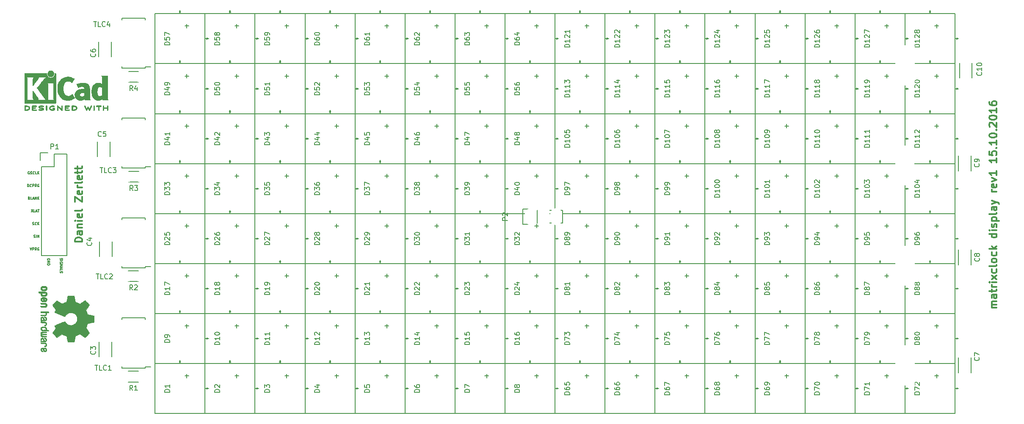
<source format=gto>
%TF.GenerationSoftware,KiCad,Pcbnew,4.0.4-stable*%
%TF.CreationDate,2016-10-15T20:39:20+02:00*%
%TF.ProjectId,matrix-clock,6D61747269782D636C6F636B2E6B6963,rev?*%
%TF.FileFunction,Legend,Top*%
%FSLAX46Y46*%
G04 Gerber Fmt 4.6, Leading zero omitted, Abs format (unit mm)*
G04 Created by KiCad (PCBNEW 4.0.4-stable) date Sat Oct 15 20:39:20 2016*
%MOMM*%
%LPD*%
G01*
G04 APERTURE LIST*
%ADD10C,0.100000*%
%ADD11C,0.127000*%
%ADD12C,0.300000*%
%ADD13C,0.150000*%
%ADD14C,0.010000*%
%ADD15C,1.924000*%
%ADD16R,2.400000X2.100000*%
%ADD17R,2.127200X2.127200*%
%ADD18O,2.127200X2.127200*%
%ADD19R,1.290000X1.500000*%
%ADD20R,1.500000X0.800000*%
%ADD21R,1.700000X1.700000*%
%ADD22C,1.700000*%
%ADD23C,6.100000*%
%ADD24O,2.400000X3.400000*%
G04 APERTURE END LIST*
D10*
D11*
X117378381Y-92606380D02*
X117354190Y-92678951D01*
X117354190Y-92799904D01*
X117378381Y-92848285D01*
X117402571Y-92872475D01*
X117450952Y-92896666D01*
X117499333Y-92896666D01*
X117547714Y-92872475D01*
X117571905Y-92848285D01*
X117596095Y-92799904D01*
X117620286Y-92703142D01*
X117644476Y-92654761D01*
X117668667Y-92630570D01*
X117717048Y-92606380D01*
X117765429Y-92606380D01*
X117813810Y-92630570D01*
X117838000Y-92654761D01*
X117862190Y-92703142D01*
X117862190Y-92824094D01*
X117838000Y-92896666D01*
X117354190Y-93114380D02*
X117862190Y-93114380D01*
X117838000Y-93622381D02*
X117862190Y-93574000D01*
X117862190Y-93501428D01*
X117838000Y-93428857D01*
X117789619Y-93380476D01*
X117741238Y-93356285D01*
X117644476Y-93332095D01*
X117571905Y-93332095D01*
X117475143Y-93356285D01*
X117426762Y-93380476D01*
X117378381Y-93428857D01*
X117354190Y-93501428D01*
X117354190Y-93549809D01*
X117378381Y-93622381D01*
X117402571Y-93646571D01*
X117571905Y-93646571D01*
X117571905Y-93549809D01*
X117354190Y-93864285D02*
X117862190Y-93864285D01*
X117354190Y-94154571D01*
X117862190Y-94154571D01*
X117499333Y-94372285D02*
X117499333Y-94614190D01*
X117354190Y-94323904D02*
X117862190Y-94493237D01*
X117354190Y-94662571D01*
X117354190Y-95073809D02*
X117354190Y-94831904D01*
X117862190Y-94831904D01*
X117378381Y-95218952D02*
X117354190Y-95291523D01*
X117354190Y-95412476D01*
X117378381Y-95460857D01*
X117402571Y-95485047D01*
X117450952Y-95509238D01*
X117499333Y-95509238D01*
X117547714Y-95485047D01*
X117571905Y-95460857D01*
X117596095Y-95412476D01*
X117620286Y-95315714D01*
X117644476Y-95267333D01*
X117668667Y-95243142D01*
X117717048Y-95218952D01*
X117765429Y-95218952D01*
X117813810Y-95243142D01*
X117838000Y-95267333D01*
X117862190Y-95315714D01*
X117862190Y-95436666D01*
X117838000Y-95509238D01*
X115298000Y-92920858D02*
X115322190Y-92872477D01*
X115322190Y-92799905D01*
X115298000Y-92727334D01*
X115249619Y-92678953D01*
X115201238Y-92654762D01*
X115104476Y-92630572D01*
X115031905Y-92630572D01*
X114935143Y-92654762D01*
X114886762Y-92678953D01*
X114838381Y-92727334D01*
X114814190Y-92799905D01*
X114814190Y-92848286D01*
X114838381Y-92920858D01*
X114862571Y-92945048D01*
X115031905Y-92945048D01*
X115031905Y-92848286D01*
X114814190Y-93162762D02*
X115322190Y-93162762D01*
X114814190Y-93453048D01*
X115322190Y-93453048D01*
X114814190Y-93694952D02*
X115322190Y-93694952D01*
X115322190Y-93815905D01*
X115298000Y-93888476D01*
X115249619Y-93936857D01*
X115201238Y-93961048D01*
X115104476Y-93985238D01*
X115031905Y-93985238D01*
X114935143Y-93961048D01*
X114886762Y-93936857D01*
X114838381Y-93888476D01*
X114814190Y-93815905D01*
X114814190Y-93694952D01*
X111354952Y-90501810D02*
X111524285Y-91009810D01*
X111693619Y-90501810D01*
X111862952Y-91009810D02*
X111862952Y-90501810D01*
X112056476Y-90501810D01*
X112104857Y-90526000D01*
X112129048Y-90550190D01*
X112153238Y-90598571D01*
X112153238Y-90671143D01*
X112129048Y-90719524D01*
X112104857Y-90743714D01*
X112056476Y-90767905D01*
X111862952Y-90767905D01*
X112661238Y-91009810D02*
X112491905Y-90767905D01*
X112370952Y-91009810D02*
X112370952Y-90501810D01*
X112564476Y-90501810D01*
X112612857Y-90526000D01*
X112637048Y-90550190D01*
X112661238Y-90598571D01*
X112661238Y-90671143D01*
X112637048Y-90719524D01*
X112612857Y-90743714D01*
X112564476Y-90767905D01*
X112370952Y-90767905D01*
X113145048Y-90526000D02*
X113096667Y-90501810D01*
X113024095Y-90501810D01*
X112951524Y-90526000D01*
X112903143Y-90574381D01*
X112878952Y-90622762D01*
X112854762Y-90719524D01*
X112854762Y-90792095D01*
X112878952Y-90888857D01*
X112903143Y-90937238D01*
X112951524Y-90985619D01*
X113024095Y-91009810D01*
X113072476Y-91009810D01*
X113145048Y-90985619D01*
X113169238Y-90961429D01*
X113169238Y-90792095D01*
X113072476Y-90792095D01*
X112104857Y-88445619D02*
X112177428Y-88469810D01*
X112298381Y-88469810D01*
X112346762Y-88445619D01*
X112370952Y-88421429D01*
X112395143Y-88373048D01*
X112395143Y-88324667D01*
X112370952Y-88276286D01*
X112346762Y-88252095D01*
X112298381Y-88227905D01*
X112201619Y-88203714D01*
X112153238Y-88179524D01*
X112129047Y-88155333D01*
X112104857Y-88106952D01*
X112104857Y-88058571D01*
X112129047Y-88010190D01*
X112153238Y-87986000D01*
X112201619Y-87961810D01*
X112322571Y-87961810D01*
X112395143Y-87986000D01*
X112612857Y-88469810D02*
X112612857Y-87961810D01*
X112854762Y-88469810D02*
X112854762Y-87961810D01*
X113145048Y-88469810D01*
X113145048Y-87961810D01*
X111862952Y-85905619D02*
X111935523Y-85929810D01*
X112056476Y-85929810D01*
X112104857Y-85905619D01*
X112129047Y-85881429D01*
X112153238Y-85833048D01*
X112153238Y-85784667D01*
X112129047Y-85736286D01*
X112104857Y-85712095D01*
X112056476Y-85687905D01*
X111959714Y-85663714D01*
X111911333Y-85639524D01*
X111887142Y-85615333D01*
X111862952Y-85566952D01*
X111862952Y-85518571D01*
X111887142Y-85470190D01*
X111911333Y-85446000D01*
X111959714Y-85421810D01*
X112080666Y-85421810D01*
X112153238Y-85446000D01*
X112661238Y-85881429D02*
X112637048Y-85905619D01*
X112564476Y-85929810D01*
X112516095Y-85929810D01*
X112443524Y-85905619D01*
X112395143Y-85857238D01*
X112370952Y-85808857D01*
X112346762Y-85712095D01*
X112346762Y-85639524D01*
X112370952Y-85542762D01*
X112395143Y-85494381D01*
X112443524Y-85446000D01*
X112516095Y-85421810D01*
X112564476Y-85421810D01*
X112637048Y-85446000D01*
X112661238Y-85470190D01*
X112878952Y-85929810D02*
X112878952Y-85421810D01*
X113169238Y-85929810D02*
X112951524Y-85639524D01*
X113169238Y-85421810D02*
X112878952Y-85712095D01*
X111621046Y-82881810D02*
X111959713Y-83389810D01*
X111959713Y-82881810D02*
X111621046Y-83389810D01*
X112395142Y-83389810D02*
X112153237Y-83389810D01*
X112153237Y-82881810D01*
X112540285Y-83244667D02*
X112782190Y-83244667D01*
X112491904Y-83389810D02*
X112661237Y-82881810D01*
X112830571Y-83389810D01*
X112927333Y-82881810D02*
X113217619Y-82881810D01*
X113072476Y-83389810D02*
X113072476Y-82881810D01*
X111161429Y-80583714D02*
X111234000Y-80607905D01*
X111258191Y-80632095D01*
X111282381Y-80680476D01*
X111282381Y-80753048D01*
X111258191Y-80801429D01*
X111234000Y-80825619D01*
X111185619Y-80849810D01*
X110992095Y-80849810D01*
X110992095Y-80341810D01*
X111161429Y-80341810D01*
X111209810Y-80366000D01*
X111234000Y-80390190D01*
X111258191Y-80438571D01*
X111258191Y-80486952D01*
X111234000Y-80535333D01*
X111209810Y-80559524D01*
X111161429Y-80583714D01*
X110992095Y-80583714D01*
X111742000Y-80849810D02*
X111500095Y-80849810D01*
X111500095Y-80341810D01*
X111887143Y-80704667D02*
X112129048Y-80704667D01*
X111838762Y-80849810D02*
X112008095Y-80341810D01*
X112177429Y-80849810D01*
X112346762Y-80849810D02*
X112346762Y-80341810D01*
X112637048Y-80849810D01*
X112637048Y-80341810D01*
X112878952Y-80849810D02*
X112878952Y-80341810D01*
X113169238Y-80849810D02*
X112951524Y-80559524D01*
X113169238Y-80341810D02*
X112878952Y-80632095D01*
X111234000Y-75286000D02*
X111185619Y-75261810D01*
X111113047Y-75261810D01*
X111040476Y-75286000D01*
X110992095Y-75334381D01*
X110967904Y-75382762D01*
X110943714Y-75479524D01*
X110943714Y-75552095D01*
X110967904Y-75648857D01*
X110992095Y-75697238D01*
X111040476Y-75745619D01*
X111113047Y-75769810D01*
X111161428Y-75769810D01*
X111234000Y-75745619D01*
X111258190Y-75721429D01*
X111258190Y-75552095D01*
X111161428Y-75552095D01*
X111451714Y-75745619D02*
X111524285Y-75769810D01*
X111645238Y-75769810D01*
X111693619Y-75745619D01*
X111717809Y-75721429D01*
X111742000Y-75673048D01*
X111742000Y-75624667D01*
X111717809Y-75576286D01*
X111693619Y-75552095D01*
X111645238Y-75527905D01*
X111548476Y-75503714D01*
X111500095Y-75479524D01*
X111475904Y-75455333D01*
X111451714Y-75406952D01*
X111451714Y-75358571D01*
X111475904Y-75310190D01*
X111500095Y-75286000D01*
X111548476Y-75261810D01*
X111669428Y-75261810D01*
X111742000Y-75286000D01*
X112250000Y-75721429D02*
X112225810Y-75745619D01*
X112153238Y-75769810D01*
X112104857Y-75769810D01*
X112032286Y-75745619D01*
X111983905Y-75697238D01*
X111959714Y-75648857D01*
X111935524Y-75552095D01*
X111935524Y-75479524D01*
X111959714Y-75382762D01*
X111983905Y-75334381D01*
X112032286Y-75286000D01*
X112104857Y-75261810D01*
X112153238Y-75261810D01*
X112225810Y-75286000D01*
X112250000Y-75310190D01*
X112709619Y-75769810D02*
X112467714Y-75769810D01*
X112467714Y-75261810D01*
X112878952Y-75769810D02*
X112878952Y-75261810D01*
X113169238Y-75769810D02*
X112951524Y-75479524D01*
X113169238Y-75261810D02*
X112878952Y-75552095D01*
X110846952Y-78309810D02*
X110846952Y-77801810D01*
X110967905Y-77801810D01*
X111040476Y-77826000D01*
X111088857Y-77874381D01*
X111113048Y-77922762D01*
X111137238Y-78019524D01*
X111137238Y-78092095D01*
X111113048Y-78188857D01*
X111088857Y-78237238D01*
X111040476Y-78285619D01*
X110967905Y-78309810D01*
X110846952Y-78309810D01*
X111645238Y-78261429D02*
X111621048Y-78285619D01*
X111548476Y-78309810D01*
X111500095Y-78309810D01*
X111427524Y-78285619D01*
X111379143Y-78237238D01*
X111354952Y-78188857D01*
X111330762Y-78092095D01*
X111330762Y-78019524D01*
X111354952Y-77922762D01*
X111379143Y-77874381D01*
X111427524Y-77826000D01*
X111500095Y-77801810D01*
X111548476Y-77801810D01*
X111621048Y-77826000D01*
X111645238Y-77850190D01*
X111862952Y-78309810D02*
X111862952Y-77801810D01*
X112056476Y-77801810D01*
X112104857Y-77826000D01*
X112129048Y-77850190D01*
X112153238Y-77898571D01*
X112153238Y-77971143D01*
X112129048Y-78019524D01*
X112104857Y-78043714D01*
X112056476Y-78067905D01*
X111862952Y-78067905D01*
X112661238Y-78309810D02*
X112491905Y-78067905D01*
X112370952Y-78309810D02*
X112370952Y-77801810D01*
X112564476Y-77801810D01*
X112612857Y-77826000D01*
X112637048Y-77850190D01*
X112661238Y-77898571D01*
X112661238Y-77971143D01*
X112637048Y-78019524D01*
X112612857Y-78043714D01*
X112564476Y-78067905D01*
X112370952Y-78067905D01*
X113145048Y-77826000D02*
X113096667Y-77801810D01*
X113024095Y-77801810D01*
X112951524Y-77826000D01*
X112903143Y-77874381D01*
X112878952Y-77922762D01*
X112854762Y-78019524D01*
X112854762Y-78092095D01*
X112878952Y-78188857D01*
X112903143Y-78237238D01*
X112951524Y-78285619D01*
X113024095Y-78309810D01*
X113072476Y-78309810D01*
X113145048Y-78285619D01*
X113169238Y-78261429D01*
X113169238Y-78092095D01*
X113072476Y-78092095D01*
D12*
X121818571Y-89318570D02*
X120318571Y-89318570D01*
X120318571Y-88961427D01*
X120390000Y-88747142D01*
X120532857Y-88604284D01*
X120675714Y-88532856D01*
X120961429Y-88461427D01*
X121175714Y-88461427D01*
X121461429Y-88532856D01*
X121604286Y-88604284D01*
X121747143Y-88747142D01*
X121818571Y-88961427D01*
X121818571Y-89318570D01*
X121818571Y-87175713D02*
X121032857Y-87175713D01*
X120890000Y-87247142D01*
X120818571Y-87389999D01*
X120818571Y-87675713D01*
X120890000Y-87818570D01*
X121747143Y-87175713D02*
X121818571Y-87318570D01*
X121818571Y-87675713D01*
X121747143Y-87818570D01*
X121604286Y-87889999D01*
X121461429Y-87889999D01*
X121318571Y-87818570D01*
X121247143Y-87675713D01*
X121247143Y-87318570D01*
X121175714Y-87175713D01*
X120818571Y-86461427D02*
X121818571Y-86461427D01*
X120961429Y-86461427D02*
X120890000Y-86389999D01*
X120818571Y-86247141D01*
X120818571Y-86032856D01*
X120890000Y-85889999D01*
X121032857Y-85818570D01*
X121818571Y-85818570D01*
X121818571Y-85104284D02*
X120818571Y-85104284D01*
X120318571Y-85104284D02*
X120390000Y-85175713D01*
X120461429Y-85104284D01*
X120390000Y-85032856D01*
X120318571Y-85104284D01*
X120461429Y-85104284D01*
X121747143Y-83818570D02*
X121818571Y-83961427D01*
X121818571Y-84247141D01*
X121747143Y-84389998D01*
X121604286Y-84461427D01*
X121032857Y-84461427D01*
X120890000Y-84389998D01*
X120818571Y-84247141D01*
X120818571Y-83961427D01*
X120890000Y-83818570D01*
X121032857Y-83747141D01*
X121175714Y-83747141D01*
X121318571Y-84461427D01*
X121818571Y-82889998D02*
X121747143Y-83032856D01*
X121604286Y-83104284D01*
X120318571Y-83104284D01*
X120318571Y-81318570D02*
X120318571Y-80318570D01*
X121818571Y-81318570D01*
X121818571Y-80318570D01*
X121747143Y-79175714D02*
X121818571Y-79318571D01*
X121818571Y-79604285D01*
X121747143Y-79747142D01*
X121604286Y-79818571D01*
X121032857Y-79818571D01*
X120890000Y-79747142D01*
X120818571Y-79604285D01*
X120818571Y-79318571D01*
X120890000Y-79175714D01*
X121032857Y-79104285D01*
X121175714Y-79104285D01*
X121318571Y-79818571D01*
X121818571Y-78461428D02*
X120818571Y-78461428D01*
X121104286Y-78461428D02*
X120961429Y-78390000D01*
X120890000Y-78318571D01*
X120818571Y-78175714D01*
X120818571Y-78032857D01*
X121818571Y-77318571D02*
X121747143Y-77461429D01*
X121604286Y-77532857D01*
X120318571Y-77532857D01*
X121747143Y-76175715D02*
X121818571Y-76318572D01*
X121818571Y-76604286D01*
X121747143Y-76747143D01*
X121604286Y-76818572D01*
X121032857Y-76818572D01*
X120890000Y-76747143D01*
X120818571Y-76604286D01*
X120818571Y-76318572D01*
X120890000Y-76175715D01*
X121032857Y-76104286D01*
X121175714Y-76104286D01*
X121318571Y-76818572D01*
X120818571Y-75675715D02*
X120818571Y-75104286D01*
X120318571Y-75461429D02*
X121604286Y-75461429D01*
X121747143Y-75390001D01*
X121818571Y-75247143D01*
X121818571Y-75104286D01*
X120818571Y-74818572D02*
X120818571Y-74247143D01*
X120318571Y-74604286D02*
X121604286Y-74604286D01*
X121747143Y-74532858D01*
X121818571Y-74390000D01*
X121818571Y-74247143D01*
X304698571Y-102532855D02*
X303698571Y-102532855D01*
X303841429Y-102532855D02*
X303770000Y-102461427D01*
X303698571Y-102318569D01*
X303698571Y-102104284D01*
X303770000Y-101961427D01*
X303912857Y-101889998D01*
X304698571Y-101889998D01*
X303912857Y-101889998D02*
X303770000Y-101818569D01*
X303698571Y-101675712D01*
X303698571Y-101461427D01*
X303770000Y-101318569D01*
X303912857Y-101247141D01*
X304698571Y-101247141D01*
X304698571Y-99889998D02*
X303912857Y-99889998D01*
X303770000Y-99961427D01*
X303698571Y-100104284D01*
X303698571Y-100389998D01*
X303770000Y-100532855D01*
X304627143Y-99889998D02*
X304698571Y-100032855D01*
X304698571Y-100389998D01*
X304627143Y-100532855D01*
X304484286Y-100604284D01*
X304341429Y-100604284D01*
X304198571Y-100532855D01*
X304127143Y-100389998D01*
X304127143Y-100032855D01*
X304055714Y-99889998D01*
X303698571Y-99389998D02*
X303698571Y-98818569D01*
X303198571Y-99175712D02*
X304484286Y-99175712D01*
X304627143Y-99104284D01*
X304698571Y-98961426D01*
X304698571Y-98818569D01*
X304698571Y-98318569D02*
X303698571Y-98318569D01*
X303984286Y-98318569D02*
X303841429Y-98247141D01*
X303770000Y-98175712D01*
X303698571Y-98032855D01*
X303698571Y-97889998D01*
X304698571Y-97389998D02*
X303698571Y-97389998D01*
X303198571Y-97389998D02*
X303270000Y-97461427D01*
X303341429Y-97389998D01*
X303270000Y-97318570D01*
X303198571Y-97389998D01*
X303341429Y-97389998D01*
X304698571Y-96818569D02*
X303698571Y-96032855D01*
X303698571Y-96818569D02*
X304698571Y-96032855D01*
X304627143Y-94818569D02*
X304698571Y-94961426D01*
X304698571Y-95247140D01*
X304627143Y-95389998D01*
X304555714Y-95461426D01*
X304412857Y-95532855D01*
X303984286Y-95532855D01*
X303841429Y-95461426D01*
X303770000Y-95389998D01*
X303698571Y-95247140D01*
X303698571Y-94961426D01*
X303770000Y-94818569D01*
X304698571Y-93961426D02*
X304627143Y-94104284D01*
X304484286Y-94175712D01*
X303198571Y-94175712D01*
X304698571Y-93175712D02*
X304627143Y-93318570D01*
X304555714Y-93389998D01*
X304412857Y-93461427D01*
X303984286Y-93461427D01*
X303841429Y-93389998D01*
X303770000Y-93318570D01*
X303698571Y-93175712D01*
X303698571Y-92961427D01*
X303770000Y-92818570D01*
X303841429Y-92747141D01*
X303984286Y-92675712D01*
X304412857Y-92675712D01*
X304555714Y-92747141D01*
X304627143Y-92818570D01*
X304698571Y-92961427D01*
X304698571Y-93175712D01*
X304627143Y-91389998D02*
X304698571Y-91532855D01*
X304698571Y-91818569D01*
X304627143Y-91961427D01*
X304555714Y-92032855D01*
X304412857Y-92104284D01*
X303984286Y-92104284D01*
X303841429Y-92032855D01*
X303770000Y-91961427D01*
X303698571Y-91818569D01*
X303698571Y-91532855D01*
X303770000Y-91389998D01*
X304698571Y-90747141D02*
X303198571Y-90747141D01*
X304127143Y-90604284D02*
X304698571Y-90175713D01*
X303698571Y-90175713D02*
X304270000Y-90747141D01*
X304698571Y-87747141D02*
X303198571Y-87747141D01*
X304627143Y-87747141D02*
X304698571Y-87889998D01*
X304698571Y-88175712D01*
X304627143Y-88318570D01*
X304555714Y-88389998D01*
X304412857Y-88461427D01*
X303984286Y-88461427D01*
X303841429Y-88389998D01*
X303770000Y-88318570D01*
X303698571Y-88175712D01*
X303698571Y-87889998D01*
X303770000Y-87747141D01*
X304698571Y-87032855D02*
X303698571Y-87032855D01*
X303198571Y-87032855D02*
X303270000Y-87104284D01*
X303341429Y-87032855D01*
X303270000Y-86961427D01*
X303198571Y-87032855D01*
X303341429Y-87032855D01*
X304627143Y-86389998D02*
X304698571Y-86247141D01*
X304698571Y-85961426D01*
X304627143Y-85818569D01*
X304484286Y-85747141D01*
X304412857Y-85747141D01*
X304270000Y-85818569D01*
X304198571Y-85961426D01*
X304198571Y-86175712D01*
X304127143Y-86318569D01*
X303984286Y-86389998D01*
X303912857Y-86389998D01*
X303770000Y-86318569D01*
X303698571Y-86175712D01*
X303698571Y-85961426D01*
X303770000Y-85818569D01*
X303698571Y-85104283D02*
X305198571Y-85104283D01*
X303770000Y-85104283D02*
X303698571Y-84961426D01*
X303698571Y-84675712D01*
X303770000Y-84532855D01*
X303841429Y-84461426D01*
X303984286Y-84389997D01*
X304412857Y-84389997D01*
X304555714Y-84461426D01*
X304627143Y-84532855D01*
X304698571Y-84675712D01*
X304698571Y-84961426D01*
X304627143Y-85104283D01*
X304698571Y-83532854D02*
X304627143Y-83675712D01*
X304484286Y-83747140D01*
X303198571Y-83747140D01*
X304698571Y-82318569D02*
X303912857Y-82318569D01*
X303770000Y-82389998D01*
X303698571Y-82532855D01*
X303698571Y-82818569D01*
X303770000Y-82961426D01*
X304627143Y-82318569D02*
X304698571Y-82461426D01*
X304698571Y-82818569D01*
X304627143Y-82961426D01*
X304484286Y-83032855D01*
X304341429Y-83032855D01*
X304198571Y-82961426D01*
X304127143Y-82818569D01*
X304127143Y-82461426D01*
X304055714Y-82318569D01*
X303698571Y-81747140D02*
X304698571Y-81389997D01*
X303698571Y-81032855D02*
X304698571Y-81389997D01*
X305055714Y-81532855D01*
X305127143Y-81604283D01*
X305198571Y-81747140D01*
X304698571Y-79318569D02*
X303698571Y-79318569D01*
X303984286Y-79318569D02*
X303841429Y-79247141D01*
X303770000Y-79175712D01*
X303698571Y-79032855D01*
X303698571Y-78889998D01*
X304627143Y-77818570D02*
X304698571Y-77961427D01*
X304698571Y-78247141D01*
X304627143Y-78389998D01*
X304484286Y-78461427D01*
X303912857Y-78461427D01*
X303770000Y-78389998D01*
X303698571Y-78247141D01*
X303698571Y-77961427D01*
X303770000Y-77818570D01*
X303912857Y-77747141D01*
X304055714Y-77747141D01*
X304198571Y-78461427D01*
X303698571Y-77247141D02*
X304698571Y-76889998D01*
X303698571Y-76532856D01*
X304698571Y-75175713D02*
X304698571Y-76032856D01*
X304698571Y-75604284D02*
X303198571Y-75604284D01*
X303412857Y-75747141D01*
X303555714Y-75889999D01*
X303627143Y-76032856D01*
X304698571Y-72604285D02*
X304698571Y-73461428D01*
X304698571Y-73032856D02*
X303198571Y-73032856D01*
X303412857Y-73175713D01*
X303555714Y-73318571D01*
X303627143Y-73461428D01*
X303198571Y-71247142D02*
X303198571Y-71961428D01*
X303912857Y-72032857D01*
X303841429Y-71961428D01*
X303770000Y-71818571D01*
X303770000Y-71461428D01*
X303841429Y-71318571D01*
X303912857Y-71247142D01*
X304055714Y-71175714D01*
X304412857Y-71175714D01*
X304555714Y-71247142D01*
X304627143Y-71318571D01*
X304698571Y-71461428D01*
X304698571Y-71818571D01*
X304627143Y-71961428D01*
X304555714Y-72032857D01*
X304555714Y-70532857D02*
X304627143Y-70461429D01*
X304698571Y-70532857D01*
X304627143Y-70604286D01*
X304555714Y-70532857D01*
X304698571Y-70532857D01*
X304698571Y-69032857D02*
X304698571Y-69890000D01*
X304698571Y-69461428D02*
X303198571Y-69461428D01*
X303412857Y-69604285D01*
X303555714Y-69747143D01*
X303627143Y-69890000D01*
X303198571Y-68104286D02*
X303198571Y-67961429D01*
X303270000Y-67818572D01*
X303341429Y-67747143D01*
X303484286Y-67675714D01*
X303770000Y-67604286D01*
X304127143Y-67604286D01*
X304412857Y-67675714D01*
X304555714Y-67747143D01*
X304627143Y-67818572D01*
X304698571Y-67961429D01*
X304698571Y-68104286D01*
X304627143Y-68247143D01*
X304555714Y-68318572D01*
X304412857Y-68390000D01*
X304127143Y-68461429D01*
X303770000Y-68461429D01*
X303484286Y-68390000D01*
X303341429Y-68318572D01*
X303270000Y-68247143D01*
X303198571Y-68104286D01*
X304555714Y-66961429D02*
X304627143Y-66890001D01*
X304698571Y-66961429D01*
X304627143Y-67032858D01*
X304555714Y-66961429D01*
X304698571Y-66961429D01*
X303341429Y-66318572D02*
X303270000Y-66247143D01*
X303198571Y-66104286D01*
X303198571Y-65747143D01*
X303270000Y-65604286D01*
X303341429Y-65532857D01*
X303484286Y-65461429D01*
X303627143Y-65461429D01*
X303841429Y-65532857D01*
X304698571Y-66390000D01*
X304698571Y-65461429D01*
X303198571Y-64532858D02*
X303198571Y-64390001D01*
X303270000Y-64247144D01*
X303341429Y-64175715D01*
X303484286Y-64104286D01*
X303770000Y-64032858D01*
X304127143Y-64032858D01*
X304412857Y-64104286D01*
X304555714Y-64175715D01*
X304627143Y-64247144D01*
X304698571Y-64390001D01*
X304698571Y-64532858D01*
X304627143Y-64675715D01*
X304555714Y-64747144D01*
X304412857Y-64818572D01*
X304127143Y-64890001D01*
X303770000Y-64890001D01*
X303484286Y-64818572D01*
X303341429Y-64747144D01*
X303270000Y-64675715D01*
X303198571Y-64532858D01*
X304698571Y-62604287D02*
X304698571Y-63461430D01*
X304698571Y-63032858D02*
X303198571Y-63032858D01*
X303412857Y-63175715D01*
X303555714Y-63318573D01*
X303627143Y-63461430D01*
X303198571Y-61318573D02*
X303198571Y-61604287D01*
X303270000Y-61747144D01*
X303341429Y-61818573D01*
X303555714Y-61961430D01*
X303841429Y-62032859D01*
X304412857Y-62032859D01*
X304555714Y-61961430D01*
X304627143Y-61890002D01*
X304698571Y-61747144D01*
X304698571Y-61461430D01*
X304627143Y-61318573D01*
X304555714Y-61247144D01*
X304412857Y-61175716D01*
X304055714Y-61175716D01*
X303912857Y-61247144D01*
X303841429Y-61318573D01*
X303770000Y-61461430D01*
X303770000Y-61747144D01*
X303841429Y-61890002D01*
X303912857Y-61961430D01*
X304055714Y-62032859D01*
D13*
X217070000Y-98680000D02*
X216670000Y-98780000D01*
X216670000Y-98780000D02*
X216670000Y-98580000D01*
X216670000Y-98580000D02*
X217070000Y-98680000D01*
X216670000Y-98780000D02*
X216970000Y-98680000D01*
X216970000Y-98680000D02*
X216670000Y-98580000D01*
X216670000Y-98580000D02*
X216670000Y-98780000D01*
X216770000Y-98680000D02*
X216970000Y-98680000D01*
X211370000Y-92980000D02*
X211270000Y-93380000D01*
X211270000Y-93380000D02*
X211470000Y-93380000D01*
X211470000Y-93380000D02*
X211370000Y-92980000D01*
X211370000Y-93280000D02*
X211370000Y-92980000D01*
X216770000Y-98680000D02*
X216370000Y-98680000D01*
X216370000Y-98780000D02*
X216370000Y-98680000D01*
X211370000Y-93680000D02*
X211370000Y-93280000D01*
X216370000Y-93680000D02*
X216370000Y-103680000D01*
X216370000Y-103680000D02*
X206370000Y-103680000D01*
X206370000Y-103680000D02*
X206370000Y-93680000D01*
X206370000Y-93680000D02*
X216370000Y-93680000D01*
X217070000Y-48680000D02*
X216670000Y-48780000D01*
X216670000Y-48780000D02*
X216670000Y-48580000D01*
X216670000Y-48580000D02*
X217070000Y-48680000D01*
X216670000Y-48780000D02*
X216970000Y-48680000D01*
X216970000Y-48680000D02*
X216670000Y-48580000D01*
X216670000Y-48580000D02*
X216670000Y-48780000D01*
X216770000Y-48680000D02*
X216970000Y-48680000D01*
X211370000Y-42980000D02*
X211270000Y-43380000D01*
X211270000Y-43380000D02*
X211470000Y-43380000D01*
X211470000Y-43380000D02*
X211370000Y-42980000D01*
X211370000Y-43280000D02*
X211370000Y-42980000D01*
X216770000Y-48680000D02*
X216370000Y-48680000D01*
X216370000Y-48780000D02*
X216370000Y-48680000D01*
X211370000Y-43680000D02*
X211370000Y-43280000D01*
X216370000Y-43680000D02*
X216370000Y-53680000D01*
X216370000Y-53680000D02*
X206370000Y-53680000D01*
X206370000Y-53680000D02*
X206370000Y-43680000D01*
X206370000Y-43680000D02*
X216370000Y-43680000D01*
X217070000Y-58680000D02*
X216670000Y-58780000D01*
X216670000Y-58780000D02*
X216670000Y-58580000D01*
X216670000Y-58580000D02*
X217070000Y-58680000D01*
X216670000Y-58780000D02*
X216970000Y-58680000D01*
X216970000Y-58680000D02*
X216670000Y-58580000D01*
X216670000Y-58580000D02*
X216670000Y-58780000D01*
X216770000Y-58680000D02*
X216970000Y-58680000D01*
X211370000Y-52980000D02*
X211270000Y-53380000D01*
X211270000Y-53380000D02*
X211470000Y-53380000D01*
X211470000Y-53380000D02*
X211370000Y-52980000D01*
X211370000Y-53280000D02*
X211370000Y-52980000D01*
X216770000Y-58680000D02*
X216370000Y-58680000D01*
X216370000Y-58780000D02*
X216370000Y-58680000D01*
X211370000Y-53680000D02*
X211370000Y-53280000D01*
X216370000Y-53680000D02*
X216370000Y-63680000D01*
X216370000Y-63680000D02*
X206370000Y-63680000D01*
X206370000Y-63680000D02*
X206370000Y-53680000D01*
X206370000Y-53680000D02*
X216370000Y-53680000D01*
X217070000Y-68680000D02*
X216670000Y-68780000D01*
X216670000Y-68780000D02*
X216670000Y-68580000D01*
X216670000Y-68580000D02*
X217070000Y-68680000D01*
X216670000Y-68780000D02*
X216970000Y-68680000D01*
X216970000Y-68680000D02*
X216670000Y-68580000D01*
X216670000Y-68580000D02*
X216670000Y-68780000D01*
X216770000Y-68680000D02*
X216970000Y-68680000D01*
X211370000Y-62980000D02*
X211270000Y-63380000D01*
X211270000Y-63380000D02*
X211470000Y-63380000D01*
X211470000Y-63380000D02*
X211370000Y-62980000D01*
X211370000Y-63280000D02*
X211370000Y-62980000D01*
X216770000Y-68680000D02*
X216370000Y-68680000D01*
X216370000Y-68780000D02*
X216370000Y-68680000D01*
X211370000Y-63680000D02*
X211370000Y-63280000D01*
X216370000Y-63680000D02*
X216370000Y-73680000D01*
X216370000Y-73680000D02*
X206370000Y-73680000D01*
X206370000Y-73680000D02*
X206370000Y-63680000D01*
X206370000Y-63680000D02*
X216370000Y-63680000D01*
X217070000Y-78680000D02*
X216670000Y-78780000D01*
X216670000Y-78780000D02*
X216670000Y-78580000D01*
X216670000Y-78580000D02*
X217070000Y-78680000D01*
X216670000Y-78780000D02*
X216970000Y-78680000D01*
X216970000Y-78680000D02*
X216670000Y-78580000D01*
X216670000Y-78580000D02*
X216670000Y-78780000D01*
X216770000Y-78680000D02*
X216970000Y-78680000D01*
X211370000Y-72980000D02*
X211270000Y-73380000D01*
X211270000Y-73380000D02*
X211470000Y-73380000D01*
X211470000Y-73380000D02*
X211370000Y-72980000D01*
X211370000Y-73280000D02*
X211370000Y-72980000D01*
X216770000Y-78680000D02*
X216370000Y-78680000D01*
X216370000Y-78780000D02*
X216370000Y-78680000D01*
X211370000Y-73680000D02*
X211370000Y-73280000D01*
X216370000Y-73680000D02*
X216370000Y-83680000D01*
X216370000Y-83680000D02*
X206370000Y-83680000D01*
X206370000Y-83680000D02*
X206370000Y-73680000D01*
X206370000Y-73680000D02*
X216370000Y-73680000D01*
D14*
G36*
X110450246Y-62050945D02*
X110502811Y-62051480D01*
X110656835Y-62055196D01*
X110785829Y-62066235D01*
X110894191Y-62085782D01*
X110986316Y-62115019D01*
X111066601Y-62155133D01*
X111139442Y-62207305D01*
X111165459Y-62229969D01*
X111208617Y-62282998D01*
X111247533Y-62354957D01*
X111277527Y-62434720D01*
X111293919Y-62511161D01*
X111295622Y-62539408D01*
X111284949Y-62617710D01*
X111256347Y-62703241D01*
X111214943Y-62784199D01*
X111165859Y-62848782D01*
X111157887Y-62856574D01*
X111090354Y-62911344D01*
X111016402Y-62954099D01*
X110931766Y-62985959D01*
X110832183Y-63008044D01*
X110713388Y-63021474D01*
X110571120Y-63027370D01*
X110505954Y-63027870D01*
X110423099Y-63027471D01*
X110364831Y-63025802D01*
X110325684Y-63022158D01*
X110300191Y-63015829D01*
X110282886Y-63006110D01*
X110273610Y-62997810D01*
X110264848Y-62987728D01*
X110257975Y-62974721D01*
X110252762Y-62955305D01*
X110248981Y-62925996D01*
X110246403Y-62883309D01*
X110244800Y-62823761D01*
X110243943Y-62743866D01*
X110243603Y-62640141D01*
X110243551Y-62539408D01*
X110243220Y-62405055D01*
X110243292Y-62297728D01*
X110244570Y-62246331D01*
X110438935Y-62246331D01*
X110438935Y-62832485D01*
X110562929Y-62832371D01*
X110637539Y-62830232D01*
X110715682Y-62824719D01*
X110780880Y-62817008D01*
X110782864Y-62816691D01*
X110888237Y-62791214D01*
X110969968Y-62751536D01*
X111032138Y-62695074D01*
X111071640Y-62633942D01*
X111095980Y-62566129D01*
X111094093Y-62502455D01*
X111065845Y-62434201D01*
X111010592Y-62363592D01*
X110934027Y-62311271D01*
X110834505Y-62276299D01*
X110767993Y-62263922D01*
X110692493Y-62255230D01*
X110612475Y-62248940D01*
X110544416Y-62246324D01*
X110540385Y-62246312D01*
X110438935Y-62246331D01*
X110244570Y-62246331D01*
X110245364Y-62214417D01*
X110251039Y-62152115D01*
X110261913Y-62107811D01*
X110279586Y-62078496D01*
X110305657Y-62061161D01*
X110341725Y-62052797D01*
X110389388Y-62050395D01*
X110450246Y-62050945D01*
X110450246Y-62050945D01*
G37*
X110450246Y-62050945D02*
X110502811Y-62051480D01*
X110656835Y-62055196D01*
X110785829Y-62066235D01*
X110894191Y-62085782D01*
X110986316Y-62115019D01*
X111066601Y-62155133D01*
X111139442Y-62207305D01*
X111165459Y-62229969D01*
X111208617Y-62282998D01*
X111247533Y-62354957D01*
X111277527Y-62434720D01*
X111293919Y-62511161D01*
X111295622Y-62539408D01*
X111284949Y-62617710D01*
X111256347Y-62703241D01*
X111214943Y-62784199D01*
X111165859Y-62848782D01*
X111157887Y-62856574D01*
X111090354Y-62911344D01*
X111016402Y-62954099D01*
X110931766Y-62985959D01*
X110832183Y-63008044D01*
X110713388Y-63021474D01*
X110571120Y-63027370D01*
X110505954Y-63027870D01*
X110423099Y-63027471D01*
X110364831Y-63025802D01*
X110325684Y-63022158D01*
X110300191Y-63015829D01*
X110282886Y-63006110D01*
X110273610Y-62997810D01*
X110264848Y-62987728D01*
X110257975Y-62974721D01*
X110252762Y-62955305D01*
X110248981Y-62925996D01*
X110246403Y-62883309D01*
X110244800Y-62823761D01*
X110243943Y-62743866D01*
X110243603Y-62640141D01*
X110243551Y-62539408D01*
X110243220Y-62405055D01*
X110243292Y-62297728D01*
X110244570Y-62246331D01*
X110438935Y-62246331D01*
X110438935Y-62832485D01*
X110562929Y-62832371D01*
X110637539Y-62830232D01*
X110715682Y-62824719D01*
X110780880Y-62817008D01*
X110782864Y-62816691D01*
X110888237Y-62791214D01*
X110969968Y-62751536D01*
X111032138Y-62695074D01*
X111071640Y-62633942D01*
X111095980Y-62566129D01*
X111094093Y-62502455D01*
X111065845Y-62434201D01*
X111010592Y-62363592D01*
X110934027Y-62311271D01*
X110834505Y-62276299D01*
X110767993Y-62263922D01*
X110692493Y-62255230D01*
X110612475Y-62248940D01*
X110544416Y-62246324D01*
X110540385Y-62246312D01*
X110438935Y-62246331D01*
X110244570Y-62246331D01*
X110245364Y-62214417D01*
X110251039Y-62152115D01*
X110261913Y-62107811D01*
X110279586Y-62078496D01*
X110305657Y-62061161D01*
X110341725Y-62052797D01*
X110389388Y-62050395D01*
X110450246Y-62050945D01*
G36*
X112325570Y-62051052D02*
X112417978Y-62051548D01*
X112487727Y-62052701D01*
X112538517Y-62054780D01*
X112574049Y-62058051D01*
X112598022Y-62062783D01*
X112614136Y-62069243D01*
X112626091Y-62077699D01*
X112630421Y-62081591D01*
X112656749Y-62122940D01*
X112661489Y-62170452D01*
X112644170Y-62212631D01*
X112636161Y-62221156D01*
X112623208Y-62229421D01*
X112602352Y-62235797D01*
X112569724Y-62240595D01*
X112521458Y-62244124D01*
X112453686Y-62246694D01*
X112362540Y-62248617D01*
X112279209Y-62249787D01*
X111949408Y-62253846D01*
X111940394Y-62426686D01*
X112164258Y-62426686D01*
X112261446Y-62427525D01*
X112332597Y-62431032D01*
X112381709Y-62438695D01*
X112412783Y-62452003D01*
X112429816Y-62472441D01*
X112436808Y-62501499D01*
X112437870Y-62528467D01*
X112434570Y-62561557D01*
X112422117Y-62585940D01*
X112396680Y-62602889D01*
X112354429Y-62613679D01*
X112291534Y-62619584D01*
X112204165Y-62621877D01*
X112156479Y-62622071D01*
X111941894Y-62622071D01*
X111941894Y-62832485D01*
X112272545Y-62832485D01*
X112380930Y-62832636D01*
X112463303Y-62833314D01*
X112523711Y-62834856D01*
X112566201Y-62837599D01*
X112594819Y-62841881D01*
X112613612Y-62848039D01*
X112626626Y-62856409D01*
X112633255Y-62862544D01*
X112655993Y-62898349D01*
X112663314Y-62930177D01*
X112652861Y-62969054D01*
X112633255Y-62997810D01*
X112622795Y-63006863D01*
X112609292Y-63013893D01*
X112589114Y-63019154D01*
X112558629Y-63022901D01*
X112514205Y-63025390D01*
X112452209Y-63026875D01*
X112369009Y-63027611D01*
X112260973Y-63027854D01*
X112204911Y-63027870D01*
X112084856Y-63027763D01*
X111991226Y-63027275D01*
X111920391Y-63026149D01*
X111868719Y-63024131D01*
X111832577Y-63020966D01*
X111808332Y-63016399D01*
X111792353Y-63010176D01*
X111781007Y-63002040D01*
X111776568Y-62997810D01*
X111767783Y-62987696D01*
X111760896Y-62974648D01*
X111755679Y-62955170D01*
X111751901Y-62925764D01*
X111749330Y-62882934D01*
X111747736Y-62823184D01*
X111746889Y-62743017D01*
X111746558Y-62638937D01*
X111746509Y-62542028D01*
X111746554Y-62417923D01*
X111746866Y-62320366D01*
X111747712Y-62245846D01*
X111749358Y-62190851D01*
X111752071Y-62151870D01*
X111756117Y-62125393D01*
X111761763Y-62107906D01*
X111769274Y-62095900D01*
X111778918Y-62085863D01*
X111781294Y-62083626D01*
X111792825Y-62073719D01*
X111806222Y-62066048D01*
X111825204Y-62060326D01*
X111853485Y-62056268D01*
X111894782Y-62053588D01*
X111952812Y-62052002D01*
X112031291Y-62051224D01*
X112133934Y-62050968D01*
X112206804Y-62050946D01*
X112325570Y-62051052D01*
X112325570Y-62051052D01*
G37*
X112325570Y-62051052D02*
X112417978Y-62051548D01*
X112487727Y-62052701D01*
X112538517Y-62054780D01*
X112574049Y-62058051D01*
X112598022Y-62062783D01*
X112614136Y-62069243D01*
X112626091Y-62077699D01*
X112630421Y-62081591D01*
X112656749Y-62122940D01*
X112661489Y-62170452D01*
X112644170Y-62212631D01*
X112636161Y-62221156D01*
X112623208Y-62229421D01*
X112602352Y-62235797D01*
X112569724Y-62240595D01*
X112521458Y-62244124D01*
X112453686Y-62246694D01*
X112362540Y-62248617D01*
X112279209Y-62249787D01*
X111949408Y-62253846D01*
X111940394Y-62426686D01*
X112164258Y-62426686D01*
X112261446Y-62427525D01*
X112332597Y-62431032D01*
X112381709Y-62438695D01*
X112412783Y-62452003D01*
X112429816Y-62472441D01*
X112436808Y-62501499D01*
X112437870Y-62528467D01*
X112434570Y-62561557D01*
X112422117Y-62585940D01*
X112396680Y-62602889D01*
X112354429Y-62613679D01*
X112291534Y-62619584D01*
X112204165Y-62621877D01*
X112156479Y-62622071D01*
X111941894Y-62622071D01*
X111941894Y-62832485D01*
X112272545Y-62832485D01*
X112380930Y-62832636D01*
X112463303Y-62833314D01*
X112523711Y-62834856D01*
X112566201Y-62837599D01*
X112594819Y-62841881D01*
X112613612Y-62848039D01*
X112626626Y-62856409D01*
X112633255Y-62862544D01*
X112655993Y-62898349D01*
X112663314Y-62930177D01*
X112652861Y-62969054D01*
X112633255Y-62997810D01*
X112622795Y-63006863D01*
X112609292Y-63013893D01*
X112589114Y-63019154D01*
X112558629Y-63022901D01*
X112514205Y-63025390D01*
X112452209Y-63026875D01*
X112369009Y-63027611D01*
X112260973Y-63027854D01*
X112204911Y-63027870D01*
X112084856Y-63027763D01*
X111991226Y-63027275D01*
X111920391Y-63026149D01*
X111868719Y-63024131D01*
X111832577Y-63020966D01*
X111808332Y-63016399D01*
X111792353Y-63010176D01*
X111781007Y-63002040D01*
X111776568Y-62997810D01*
X111767783Y-62987696D01*
X111760896Y-62974648D01*
X111755679Y-62955170D01*
X111751901Y-62925764D01*
X111749330Y-62882934D01*
X111747736Y-62823184D01*
X111746889Y-62743017D01*
X111746558Y-62638937D01*
X111746509Y-62542028D01*
X111746554Y-62417923D01*
X111746866Y-62320366D01*
X111747712Y-62245846D01*
X111749358Y-62190851D01*
X111752071Y-62151870D01*
X111756117Y-62125393D01*
X111761763Y-62107906D01*
X111769274Y-62095900D01*
X111778918Y-62085863D01*
X111781294Y-62083626D01*
X111792825Y-62073719D01*
X111806222Y-62066048D01*
X111825204Y-62060326D01*
X111853485Y-62056268D01*
X111894782Y-62053588D01*
X111952812Y-62052002D01*
X112031291Y-62051224D01*
X112133934Y-62050968D01*
X112206804Y-62050946D01*
X112325570Y-62051052D01*
G36*
X113685012Y-62052657D02*
X113784617Y-62059620D01*
X113877256Y-62070495D01*
X113957542Y-62084874D01*
X114020092Y-62102346D01*
X114059519Y-62122502D01*
X114065571Y-62128435D01*
X114086616Y-62174475D01*
X114080234Y-62221740D01*
X114047593Y-62262178D01*
X114046036Y-62263337D01*
X114026837Y-62275797D01*
X114006795Y-62282349D01*
X113978840Y-62283144D01*
X113935901Y-62278336D01*
X113870909Y-62268075D01*
X113865681Y-62267211D01*
X113768839Y-62255314D01*
X113664356Y-62249445D01*
X113559565Y-62249388D01*
X113461798Y-62254927D01*
X113378388Y-62265845D01*
X113316667Y-62281925D01*
X113312612Y-62283541D01*
X113267836Y-62308629D01*
X113252104Y-62334018D01*
X113264420Y-62358987D01*
X113303785Y-62382816D01*
X113369202Y-62404782D01*
X113459674Y-62424166D01*
X113520000Y-62433498D01*
X113645400Y-62451449D01*
X113745135Y-62467859D01*
X113823454Y-62484148D01*
X113884607Y-62501738D01*
X113932841Y-62522049D01*
X113972405Y-62546503D01*
X114007548Y-62576520D01*
X114035789Y-62605996D01*
X114069292Y-62647067D01*
X114085781Y-62682382D01*
X114090937Y-62725893D01*
X114091124Y-62741828D01*
X114087252Y-62794705D01*
X114071773Y-62834043D01*
X114044985Y-62868960D01*
X113990541Y-62922334D01*
X113929830Y-62963038D01*
X113858342Y-62992400D01*
X113771564Y-63011747D01*
X113664986Y-63022406D01*
X113534097Y-63025705D01*
X113512485Y-63025649D01*
X113425202Y-63023840D01*
X113338641Y-63019729D01*
X113262238Y-63013906D01*
X113205430Y-63006961D01*
X113200836Y-63006164D01*
X113144355Y-62992784D01*
X113096448Y-62975882D01*
X113069327Y-62960431D01*
X113044089Y-62919666D01*
X113042331Y-62872198D01*
X113064088Y-62829895D01*
X113068956Y-62825112D01*
X113089078Y-62810899D01*
X113114242Y-62804776D01*
X113153187Y-62805818D01*
X113200465Y-62811234D01*
X113253295Y-62816073D01*
X113327352Y-62820155D01*
X113413809Y-62823118D01*
X113503837Y-62824597D01*
X113527515Y-62824694D01*
X113617878Y-62824330D01*
X113684011Y-62822576D01*
X113731733Y-62818823D01*
X113766862Y-62812463D01*
X113795218Y-62802887D01*
X113812259Y-62794911D01*
X113849704Y-62772765D01*
X113873579Y-62752708D01*
X113877068Y-62747023D01*
X113869707Y-62723545D01*
X113834713Y-62700817D01*
X113774512Y-62679870D01*
X113691529Y-62661736D01*
X113667080Y-62657697D01*
X113539378Y-62637639D01*
X113437460Y-62620874D01*
X113357394Y-62606183D01*
X113295246Y-62592348D01*
X113247082Y-62578151D01*
X113208968Y-62562373D01*
X113176970Y-62543796D01*
X113147156Y-62521202D01*
X113115590Y-62493373D01*
X113104968Y-62483616D01*
X113067727Y-62447202D01*
X113048013Y-62418352D01*
X113040301Y-62385338D01*
X113039053Y-62343735D01*
X113052785Y-62262151D01*
X113093822Y-62192834D01*
X113161930Y-62136008D01*
X113256873Y-62091897D01*
X113324616Y-62072112D01*
X113398241Y-62059333D01*
X113486439Y-62052104D01*
X113583824Y-62050015D01*
X113685012Y-62052657D01*
X113685012Y-62052657D01*
G37*
X113685012Y-62052657D02*
X113784617Y-62059620D01*
X113877256Y-62070495D01*
X113957542Y-62084874D01*
X114020092Y-62102346D01*
X114059519Y-62122502D01*
X114065571Y-62128435D01*
X114086616Y-62174475D01*
X114080234Y-62221740D01*
X114047593Y-62262178D01*
X114046036Y-62263337D01*
X114026837Y-62275797D01*
X114006795Y-62282349D01*
X113978840Y-62283144D01*
X113935901Y-62278336D01*
X113870909Y-62268075D01*
X113865681Y-62267211D01*
X113768839Y-62255314D01*
X113664356Y-62249445D01*
X113559565Y-62249388D01*
X113461798Y-62254927D01*
X113378388Y-62265845D01*
X113316667Y-62281925D01*
X113312612Y-62283541D01*
X113267836Y-62308629D01*
X113252104Y-62334018D01*
X113264420Y-62358987D01*
X113303785Y-62382816D01*
X113369202Y-62404782D01*
X113459674Y-62424166D01*
X113520000Y-62433498D01*
X113645400Y-62451449D01*
X113745135Y-62467859D01*
X113823454Y-62484148D01*
X113884607Y-62501738D01*
X113932841Y-62522049D01*
X113972405Y-62546503D01*
X114007548Y-62576520D01*
X114035789Y-62605996D01*
X114069292Y-62647067D01*
X114085781Y-62682382D01*
X114090937Y-62725893D01*
X114091124Y-62741828D01*
X114087252Y-62794705D01*
X114071773Y-62834043D01*
X114044985Y-62868960D01*
X113990541Y-62922334D01*
X113929830Y-62963038D01*
X113858342Y-62992400D01*
X113771564Y-63011747D01*
X113664986Y-63022406D01*
X113534097Y-63025705D01*
X113512485Y-63025649D01*
X113425202Y-63023840D01*
X113338641Y-63019729D01*
X113262238Y-63013906D01*
X113205430Y-63006961D01*
X113200836Y-63006164D01*
X113144355Y-62992784D01*
X113096448Y-62975882D01*
X113069327Y-62960431D01*
X113044089Y-62919666D01*
X113042331Y-62872198D01*
X113064088Y-62829895D01*
X113068956Y-62825112D01*
X113089078Y-62810899D01*
X113114242Y-62804776D01*
X113153187Y-62805818D01*
X113200465Y-62811234D01*
X113253295Y-62816073D01*
X113327352Y-62820155D01*
X113413809Y-62823118D01*
X113503837Y-62824597D01*
X113527515Y-62824694D01*
X113617878Y-62824330D01*
X113684011Y-62822576D01*
X113731733Y-62818823D01*
X113766862Y-62812463D01*
X113795218Y-62802887D01*
X113812259Y-62794911D01*
X113849704Y-62772765D01*
X113873579Y-62752708D01*
X113877068Y-62747023D01*
X113869707Y-62723545D01*
X113834713Y-62700817D01*
X113774512Y-62679870D01*
X113691529Y-62661736D01*
X113667080Y-62657697D01*
X113539378Y-62637639D01*
X113437460Y-62620874D01*
X113357394Y-62606183D01*
X113295246Y-62592348D01*
X113247082Y-62578151D01*
X113208968Y-62562373D01*
X113176970Y-62543796D01*
X113147156Y-62521202D01*
X113115590Y-62493373D01*
X113104968Y-62483616D01*
X113067727Y-62447202D01*
X113048013Y-62418352D01*
X113040301Y-62385338D01*
X113039053Y-62343735D01*
X113052785Y-62262151D01*
X113093822Y-62192834D01*
X113161930Y-62136008D01*
X113256873Y-62091897D01*
X113324616Y-62072112D01*
X113398241Y-62059333D01*
X113486439Y-62052104D01*
X113583824Y-62050015D01*
X113685012Y-62052657D01*
G36*
X114707337Y-62081006D02*
X114716099Y-62091088D01*
X114722972Y-62104095D01*
X114728185Y-62123511D01*
X114731966Y-62152820D01*
X114734544Y-62195507D01*
X114736147Y-62255055D01*
X114737005Y-62334950D01*
X114737344Y-62438676D01*
X114737397Y-62539408D01*
X114737304Y-62664352D01*
X114736873Y-62762721D01*
X114735877Y-62838001D01*
X114734085Y-62893674D01*
X114731271Y-62933226D01*
X114727204Y-62960141D01*
X114721658Y-62977903D01*
X114714403Y-62989997D01*
X114707337Y-62997810D01*
X114663398Y-63024012D01*
X114616580Y-63021661D01*
X114574691Y-62993084D01*
X114565066Y-62981927D01*
X114557545Y-62968983D01*
X114551866Y-62950672D01*
X114547773Y-62923418D01*
X114545005Y-62883640D01*
X114543304Y-62827762D01*
X114542411Y-62752204D01*
X114542067Y-62653388D01*
X114542012Y-62541514D01*
X114542012Y-62124728D01*
X114578903Y-62087837D01*
X114624375Y-62056800D01*
X114668484Y-62055681D01*
X114707337Y-62081006D01*
X114707337Y-62081006D01*
G37*
X114707337Y-62081006D02*
X114716099Y-62091088D01*
X114722972Y-62104095D01*
X114728185Y-62123511D01*
X114731966Y-62152820D01*
X114734544Y-62195507D01*
X114736147Y-62255055D01*
X114737005Y-62334950D01*
X114737344Y-62438676D01*
X114737397Y-62539408D01*
X114737304Y-62664352D01*
X114736873Y-62762721D01*
X114735877Y-62838001D01*
X114734085Y-62893674D01*
X114731271Y-62933226D01*
X114727204Y-62960141D01*
X114721658Y-62977903D01*
X114714403Y-62989997D01*
X114707337Y-62997810D01*
X114663398Y-63024012D01*
X114616580Y-63021661D01*
X114574691Y-62993084D01*
X114565066Y-62981927D01*
X114557545Y-62968983D01*
X114551866Y-62950672D01*
X114547773Y-62923418D01*
X114545005Y-62883640D01*
X114543304Y-62827762D01*
X114542411Y-62752204D01*
X114542067Y-62653388D01*
X114542012Y-62541514D01*
X114542012Y-62124728D01*
X114578903Y-62087837D01*
X114624375Y-62056800D01*
X114668484Y-62055681D01*
X114707337Y-62081006D01*
G36*
X116003738Y-62058312D02*
X116094959Y-62073618D01*
X116165018Y-62097411D01*
X116210596Y-62128740D01*
X116223016Y-62146614D01*
X116235646Y-62188185D01*
X116227147Y-62225792D01*
X116200315Y-62261455D01*
X116158624Y-62278139D01*
X116098130Y-62276784D01*
X116051341Y-62267745D01*
X115947372Y-62250523D01*
X115841120Y-62248887D01*
X115722191Y-62262865D01*
X115689340Y-62268788D01*
X115578755Y-62299967D01*
X115492241Y-62346346D01*
X115430747Y-62407135D01*
X115395222Y-62481544D01*
X115387875Y-62520014D01*
X115392684Y-62598063D01*
X115423734Y-62667117D01*
X115478194Y-62725829D01*
X115553236Y-62772853D01*
X115646030Y-62806843D01*
X115753748Y-62826454D01*
X115873559Y-62830341D01*
X116002635Y-62817156D01*
X116009923Y-62815912D01*
X116061262Y-62806350D01*
X116089728Y-62797114D01*
X116102066Y-62783409D01*
X116105022Y-62760442D01*
X116105089Y-62748279D01*
X116105089Y-62697219D01*
X116013923Y-62697219D01*
X115933418Y-62691704D01*
X115878479Y-62674130D01*
X115846514Y-62642953D01*
X115834928Y-62596630D01*
X115834787Y-62590584D01*
X115841565Y-62550989D01*
X115864809Y-62522717D01*
X115908070Y-62504007D01*
X115974899Y-62493100D01*
X116039630Y-62489090D01*
X116133713Y-62486789D01*
X116201956Y-62490300D01*
X116248499Y-62503255D01*
X116277482Y-62529286D01*
X116293045Y-62572027D01*
X116299329Y-62635110D01*
X116300474Y-62717964D01*
X116298598Y-62810446D01*
X116292954Y-62873354D01*
X116283518Y-62906939D01*
X116281687Y-62909569D01*
X116229875Y-62951534D01*
X116153910Y-62984768D01*
X116058608Y-63008559D01*
X115948784Y-63022199D01*
X115829254Y-63024978D01*
X115704834Y-63016185D01*
X115631657Y-63005385D01*
X115516880Y-62972898D01*
X115410204Y-62919786D01*
X115320889Y-62850855D01*
X115307314Y-62837078D01*
X115263208Y-62779158D01*
X115223411Y-62707376D01*
X115192573Y-62632119D01*
X115175343Y-62563777D01*
X115173266Y-62537529D01*
X115182107Y-62482777D01*
X115205605Y-62414655D01*
X115239251Y-62342950D01*
X115278536Y-62277449D01*
X115313245Y-62233698D01*
X115394397Y-62168619D01*
X115499302Y-62116821D01*
X115624200Y-62079474D01*
X115765333Y-62057753D01*
X115894675Y-62052445D01*
X116003738Y-62058312D01*
X116003738Y-62058312D01*
G37*
X116003738Y-62058312D02*
X116094959Y-62073618D01*
X116165018Y-62097411D01*
X116210596Y-62128740D01*
X116223016Y-62146614D01*
X116235646Y-62188185D01*
X116227147Y-62225792D01*
X116200315Y-62261455D01*
X116158624Y-62278139D01*
X116098130Y-62276784D01*
X116051341Y-62267745D01*
X115947372Y-62250523D01*
X115841120Y-62248887D01*
X115722191Y-62262865D01*
X115689340Y-62268788D01*
X115578755Y-62299967D01*
X115492241Y-62346346D01*
X115430747Y-62407135D01*
X115395222Y-62481544D01*
X115387875Y-62520014D01*
X115392684Y-62598063D01*
X115423734Y-62667117D01*
X115478194Y-62725829D01*
X115553236Y-62772853D01*
X115646030Y-62806843D01*
X115753748Y-62826454D01*
X115873559Y-62830341D01*
X116002635Y-62817156D01*
X116009923Y-62815912D01*
X116061262Y-62806350D01*
X116089728Y-62797114D01*
X116102066Y-62783409D01*
X116105022Y-62760442D01*
X116105089Y-62748279D01*
X116105089Y-62697219D01*
X116013923Y-62697219D01*
X115933418Y-62691704D01*
X115878479Y-62674130D01*
X115846514Y-62642953D01*
X115834928Y-62596630D01*
X115834787Y-62590584D01*
X115841565Y-62550989D01*
X115864809Y-62522717D01*
X115908070Y-62504007D01*
X115974899Y-62493100D01*
X116039630Y-62489090D01*
X116133713Y-62486789D01*
X116201956Y-62490300D01*
X116248499Y-62503255D01*
X116277482Y-62529286D01*
X116293045Y-62572027D01*
X116299329Y-62635110D01*
X116300474Y-62717964D01*
X116298598Y-62810446D01*
X116292954Y-62873354D01*
X116283518Y-62906939D01*
X116281687Y-62909569D01*
X116229875Y-62951534D01*
X116153910Y-62984768D01*
X116058608Y-63008559D01*
X115948784Y-63022199D01*
X115829254Y-63024978D01*
X115704834Y-63016185D01*
X115631657Y-63005385D01*
X115516880Y-62972898D01*
X115410204Y-62919786D01*
X115320889Y-62850855D01*
X115307314Y-62837078D01*
X115263208Y-62779158D01*
X115223411Y-62707376D01*
X115192573Y-62632119D01*
X115175343Y-62563777D01*
X115173266Y-62537529D01*
X115182107Y-62482777D01*
X115205605Y-62414655D01*
X115239251Y-62342950D01*
X115278536Y-62277449D01*
X115313245Y-62233698D01*
X115394397Y-62168619D01*
X115499302Y-62116821D01*
X115624200Y-62079474D01*
X115765333Y-62057753D01*
X115894675Y-62052445D01*
X116003738Y-62058312D01*
G36*
X116869080Y-62056780D02*
X116900455Y-62075185D01*
X116941478Y-62105285D01*
X116994276Y-62148496D01*
X117060975Y-62206238D01*
X117143701Y-62279928D01*
X117244580Y-62370984D01*
X117360059Y-62475674D01*
X117600533Y-62693743D01*
X117608048Y-62401044D01*
X117610761Y-62300290D01*
X117613378Y-62225258D01*
X117616480Y-62171620D01*
X117620644Y-62135046D01*
X117626449Y-62111207D01*
X117634476Y-62095774D01*
X117645303Y-62084418D01*
X117651044Y-62079646D01*
X117697017Y-62054413D01*
X117740763Y-62058102D01*
X117775465Y-62079659D01*
X117810947Y-62108371D01*
X117815360Y-62527686D01*
X117816581Y-62651007D01*
X117817203Y-62747884D01*
X117817010Y-62821930D01*
X117815786Y-62876757D01*
X117813316Y-62915979D01*
X117809386Y-62943209D01*
X117803780Y-62962059D01*
X117796282Y-62976141D01*
X117787967Y-62987435D01*
X117769978Y-63008382D01*
X117752079Y-63022267D01*
X117731788Y-63027596D01*
X117706622Y-63022876D01*
X117674100Y-63006613D01*
X117631737Y-62977313D01*
X117577052Y-62933482D01*
X117507563Y-62873627D01*
X117420785Y-62796254D01*
X117322485Y-62707350D01*
X116969290Y-62386971D01*
X116961775Y-62678713D01*
X116959057Y-62779283D01*
X116956433Y-62854140D01*
X116953321Y-62907620D01*
X116949138Y-62944062D01*
X116943303Y-62967804D01*
X116935234Y-62983182D01*
X116924349Y-62994536D01*
X116918779Y-62999162D01*
X116869544Y-63024578D01*
X116823023Y-63020745D01*
X116782511Y-62988269D01*
X116773244Y-62975203D01*
X116766021Y-62959945D01*
X116760588Y-62938832D01*
X116756692Y-62908205D01*
X116754079Y-62864402D01*
X116752493Y-62803763D01*
X116751682Y-62722627D01*
X116751392Y-62617333D01*
X116751361Y-62539408D01*
X116751459Y-62417524D01*
X116751921Y-62322039D01*
X116753003Y-62249291D01*
X116754957Y-62195619D01*
X116758038Y-62157363D01*
X116762500Y-62130863D01*
X116768597Y-62112456D01*
X116776583Y-62098484D01*
X116782511Y-62090547D01*
X116797538Y-62071748D01*
X116811582Y-62057553D01*
X116826770Y-62049382D01*
X116845227Y-62048652D01*
X116869080Y-62056780D01*
X116869080Y-62056780D01*
G37*
X116869080Y-62056780D02*
X116900455Y-62075185D01*
X116941478Y-62105285D01*
X116994276Y-62148496D01*
X117060975Y-62206238D01*
X117143701Y-62279928D01*
X117244580Y-62370984D01*
X117360059Y-62475674D01*
X117600533Y-62693743D01*
X117608048Y-62401044D01*
X117610761Y-62300290D01*
X117613378Y-62225258D01*
X117616480Y-62171620D01*
X117620644Y-62135046D01*
X117626449Y-62111207D01*
X117634476Y-62095774D01*
X117645303Y-62084418D01*
X117651044Y-62079646D01*
X117697017Y-62054413D01*
X117740763Y-62058102D01*
X117775465Y-62079659D01*
X117810947Y-62108371D01*
X117815360Y-62527686D01*
X117816581Y-62651007D01*
X117817203Y-62747884D01*
X117817010Y-62821930D01*
X117815786Y-62876757D01*
X117813316Y-62915979D01*
X117809386Y-62943209D01*
X117803780Y-62962059D01*
X117796282Y-62976141D01*
X117787967Y-62987435D01*
X117769978Y-63008382D01*
X117752079Y-63022267D01*
X117731788Y-63027596D01*
X117706622Y-63022876D01*
X117674100Y-63006613D01*
X117631737Y-62977313D01*
X117577052Y-62933482D01*
X117507563Y-62873627D01*
X117420785Y-62796254D01*
X117322485Y-62707350D01*
X116969290Y-62386971D01*
X116961775Y-62678713D01*
X116959057Y-62779283D01*
X116956433Y-62854140D01*
X116953321Y-62907620D01*
X116949138Y-62944062D01*
X116943303Y-62967804D01*
X116935234Y-62983182D01*
X116924349Y-62994536D01*
X116918779Y-62999162D01*
X116869544Y-63024578D01*
X116823023Y-63020745D01*
X116782511Y-62988269D01*
X116773244Y-62975203D01*
X116766021Y-62959945D01*
X116760588Y-62938832D01*
X116756692Y-62908205D01*
X116754079Y-62864402D01*
X116752493Y-62803763D01*
X116751682Y-62722627D01*
X116751392Y-62617333D01*
X116751361Y-62539408D01*
X116751459Y-62417524D01*
X116751921Y-62322039D01*
X116753003Y-62249291D01*
X116754957Y-62195619D01*
X116758038Y-62157363D01*
X116762500Y-62130863D01*
X116768597Y-62112456D01*
X116776583Y-62098484D01*
X116782511Y-62090547D01*
X116797538Y-62071748D01*
X116811582Y-62057553D01*
X116826770Y-62049382D01*
X116845227Y-62048652D01*
X116869080Y-62056780D01*
G36*
X118906670Y-62051203D02*
X119008331Y-62052420D01*
X119086236Y-62055266D01*
X119143535Y-62060410D01*
X119183381Y-62068520D01*
X119208922Y-62080267D01*
X119223311Y-62096318D01*
X119229699Y-62117344D01*
X119231235Y-62144012D01*
X119231243Y-62147162D01*
X119229909Y-62177326D01*
X119223605Y-62200639D01*
X119208876Y-62218042D01*
X119182269Y-62230476D01*
X119140328Y-62238881D01*
X119079600Y-62244201D01*
X118996630Y-62247375D01*
X118887965Y-62249345D01*
X118854659Y-62249781D01*
X118532367Y-62253846D01*
X118527860Y-62340266D01*
X118523352Y-62426686D01*
X118747217Y-62426686D01*
X118834675Y-62427009D01*
X118897123Y-62428373D01*
X118939608Y-62431375D01*
X118967177Y-62436609D01*
X118984876Y-62444671D01*
X118997751Y-62456156D01*
X118997834Y-62456247D01*
X119021184Y-62501007D01*
X119020340Y-62549383D01*
X118995833Y-62590622D01*
X118990983Y-62594861D01*
X118973769Y-62605785D01*
X118950180Y-62613385D01*
X118914961Y-62618233D01*
X118862854Y-62620902D01*
X118788604Y-62621964D01*
X118741116Y-62622071D01*
X118524852Y-62622071D01*
X118524852Y-62832485D01*
X118853174Y-62832485D01*
X118961572Y-62832675D01*
X119043889Y-62833450D01*
X119104103Y-62835120D01*
X119146189Y-62837994D01*
X119174125Y-62842383D01*
X119191888Y-62848595D01*
X119203454Y-62856940D01*
X119206369Y-62859970D01*
X119227890Y-62901970D01*
X119229464Y-62949750D01*
X119211809Y-62991178D01*
X119197839Y-63004473D01*
X119183308Y-63011792D01*
X119160792Y-63017455D01*
X119126730Y-63021659D01*
X119077561Y-63024604D01*
X119009722Y-63026487D01*
X118919652Y-63027506D01*
X118803791Y-63027861D01*
X118777597Y-63027870D01*
X118659793Y-63027792D01*
X118568350Y-63027367D01*
X118499568Y-63026302D01*
X118449750Y-63024305D01*
X118415194Y-63021086D01*
X118392204Y-63016352D01*
X118377080Y-63009813D01*
X118366123Y-63001177D01*
X118360112Y-62994976D01*
X118351064Y-62983993D01*
X118343996Y-62970388D01*
X118338663Y-62950592D01*
X118334822Y-62921038D01*
X118332229Y-62878157D01*
X118330641Y-62818381D01*
X118329815Y-62738143D01*
X118329506Y-62633875D01*
X118329468Y-62546116D01*
X118329562Y-62423144D01*
X118330011Y-62326605D01*
X118331062Y-62252875D01*
X118332964Y-62198326D01*
X118335963Y-62159335D01*
X118340309Y-62132275D01*
X118346248Y-62113520D01*
X118354029Y-62099446D01*
X118360618Y-62090547D01*
X118391768Y-62050946D01*
X118778102Y-62050946D01*
X118906670Y-62051203D01*
X118906670Y-62051203D01*
G37*
X118906670Y-62051203D02*
X119008331Y-62052420D01*
X119086236Y-62055266D01*
X119143535Y-62060410D01*
X119183381Y-62068520D01*
X119208922Y-62080267D01*
X119223311Y-62096318D01*
X119229699Y-62117344D01*
X119231235Y-62144012D01*
X119231243Y-62147162D01*
X119229909Y-62177326D01*
X119223605Y-62200639D01*
X119208876Y-62218042D01*
X119182269Y-62230476D01*
X119140328Y-62238881D01*
X119079600Y-62244201D01*
X118996630Y-62247375D01*
X118887965Y-62249345D01*
X118854659Y-62249781D01*
X118532367Y-62253846D01*
X118527860Y-62340266D01*
X118523352Y-62426686D01*
X118747217Y-62426686D01*
X118834675Y-62427009D01*
X118897123Y-62428373D01*
X118939608Y-62431375D01*
X118967177Y-62436609D01*
X118984876Y-62444671D01*
X118997751Y-62456156D01*
X118997834Y-62456247D01*
X119021184Y-62501007D01*
X119020340Y-62549383D01*
X118995833Y-62590622D01*
X118990983Y-62594861D01*
X118973769Y-62605785D01*
X118950180Y-62613385D01*
X118914961Y-62618233D01*
X118862854Y-62620902D01*
X118788604Y-62621964D01*
X118741116Y-62622071D01*
X118524852Y-62622071D01*
X118524852Y-62832485D01*
X118853174Y-62832485D01*
X118961572Y-62832675D01*
X119043889Y-62833450D01*
X119104103Y-62835120D01*
X119146189Y-62837994D01*
X119174125Y-62842383D01*
X119191888Y-62848595D01*
X119203454Y-62856940D01*
X119206369Y-62859970D01*
X119227890Y-62901970D01*
X119229464Y-62949750D01*
X119211809Y-62991178D01*
X119197839Y-63004473D01*
X119183308Y-63011792D01*
X119160792Y-63017455D01*
X119126730Y-63021659D01*
X119077561Y-63024604D01*
X119009722Y-63026487D01*
X118919652Y-63027506D01*
X118803791Y-63027861D01*
X118777597Y-63027870D01*
X118659793Y-63027792D01*
X118568350Y-63027367D01*
X118499568Y-63026302D01*
X118449750Y-63024305D01*
X118415194Y-63021086D01*
X118392204Y-63016352D01*
X118377080Y-63009813D01*
X118366123Y-63001177D01*
X118360112Y-62994976D01*
X118351064Y-62983993D01*
X118343996Y-62970388D01*
X118338663Y-62950592D01*
X118334822Y-62921038D01*
X118332229Y-62878157D01*
X118330641Y-62818381D01*
X118329815Y-62738143D01*
X118329506Y-62633875D01*
X118329468Y-62546116D01*
X118329562Y-62423144D01*
X118330011Y-62326605D01*
X118331062Y-62252875D01*
X118332964Y-62198326D01*
X118335963Y-62159335D01*
X118340309Y-62132275D01*
X118346248Y-62113520D01*
X118354029Y-62099446D01*
X118360618Y-62090547D01*
X118391768Y-62050946D01*
X118778102Y-62050946D01*
X118906670Y-62051203D01*
G36*
X119955737Y-62051223D02*
X120127455Y-62057029D01*
X120273509Y-62074637D01*
X120396307Y-62105099D01*
X120498257Y-62149471D01*
X120581768Y-62208807D01*
X120649247Y-62284160D01*
X120703103Y-62376586D01*
X120704162Y-62378840D01*
X120736303Y-62461560D01*
X120747755Y-62534820D01*
X120738474Y-62608548D01*
X120708415Y-62692671D01*
X120702715Y-62705473D01*
X120663839Y-62780398D01*
X120620149Y-62838293D01*
X120563760Y-62887508D01*
X120486792Y-62936393D01*
X120482320Y-62938945D01*
X120415317Y-62971131D01*
X120339585Y-62995168D01*
X120250258Y-63011887D01*
X120142469Y-63022115D01*
X120011352Y-63026682D01*
X119965026Y-63027079D01*
X119744430Y-63027870D01*
X119713280Y-62988269D01*
X119704040Y-62975247D01*
X119696832Y-62960040D01*
X119691404Y-62939002D01*
X119687505Y-62908486D01*
X119684883Y-62864847D01*
X119684028Y-62832485D01*
X119892545Y-62832485D01*
X120017536Y-62832485D01*
X120090677Y-62830346D01*
X120165761Y-62824717D01*
X120227384Y-62816779D01*
X120231103Y-62816111D01*
X120340553Y-62786748D01*
X120425448Y-62742633D01*
X120488472Y-62681719D01*
X120532314Y-62601960D01*
X120539937Y-62580820D01*
X120547410Y-62547898D01*
X120544175Y-62515372D01*
X120528433Y-62472100D01*
X120518944Y-62450843D01*
X120487871Y-62394356D01*
X120450433Y-62354727D01*
X120409241Y-62327130D01*
X120326730Y-62291218D01*
X120221133Y-62265204D01*
X120098118Y-62250224D01*
X120009024Y-62246928D01*
X119892545Y-62246331D01*
X119892545Y-62832485D01*
X119684028Y-62832485D01*
X119683286Y-62804436D01*
X119682464Y-62723608D01*
X119682164Y-62618717D01*
X119682130Y-62536698D01*
X119682130Y-62124728D01*
X119719021Y-62087837D01*
X119735394Y-62072884D01*
X119753097Y-62062644D01*
X119777819Y-62056237D01*
X119815248Y-62052783D01*
X119871073Y-62051403D01*
X119950982Y-62051217D01*
X119955737Y-62051223D01*
X119955737Y-62051223D01*
G37*
X119955737Y-62051223D02*
X120127455Y-62057029D01*
X120273509Y-62074637D01*
X120396307Y-62105099D01*
X120498257Y-62149471D01*
X120581768Y-62208807D01*
X120649247Y-62284160D01*
X120703103Y-62376586D01*
X120704162Y-62378840D01*
X120736303Y-62461560D01*
X120747755Y-62534820D01*
X120738474Y-62608548D01*
X120708415Y-62692671D01*
X120702715Y-62705473D01*
X120663839Y-62780398D01*
X120620149Y-62838293D01*
X120563760Y-62887508D01*
X120486792Y-62936393D01*
X120482320Y-62938945D01*
X120415317Y-62971131D01*
X120339585Y-62995168D01*
X120250258Y-63011887D01*
X120142469Y-63022115D01*
X120011352Y-63026682D01*
X119965026Y-63027079D01*
X119744430Y-63027870D01*
X119713280Y-62988269D01*
X119704040Y-62975247D01*
X119696832Y-62960040D01*
X119691404Y-62939002D01*
X119687505Y-62908486D01*
X119684883Y-62864847D01*
X119684028Y-62832485D01*
X119892545Y-62832485D01*
X120017536Y-62832485D01*
X120090677Y-62830346D01*
X120165761Y-62824717D01*
X120227384Y-62816779D01*
X120231103Y-62816111D01*
X120340553Y-62786748D01*
X120425448Y-62742633D01*
X120488472Y-62681719D01*
X120532314Y-62601960D01*
X120539937Y-62580820D01*
X120547410Y-62547898D01*
X120544175Y-62515372D01*
X120528433Y-62472100D01*
X120518944Y-62450843D01*
X120487871Y-62394356D01*
X120450433Y-62354727D01*
X120409241Y-62327130D01*
X120326730Y-62291218D01*
X120221133Y-62265204D01*
X120098118Y-62250224D01*
X120009024Y-62246928D01*
X119892545Y-62246331D01*
X119892545Y-62832485D01*
X119684028Y-62832485D01*
X119683286Y-62804436D01*
X119682464Y-62723608D01*
X119682164Y-62618717D01*
X119682130Y-62536698D01*
X119682130Y-62124728D01*
X119719021Y-62087837D01*
X119735394Y-62072884D01*
X119753097Y-62062644D01*
X119777819Y-62056237D01*
X119815248Y-62052783D01*
X119871073Y-62051403D01*
X119950982Y-62051217D01*
X119955737Y-62051223D01*
G36*
X123585501Y-62053566D02*
X123611582Y-62062886D01*
X123612588Y-62063342D01*
X123648006Y-62090370D01*
X123667520Y-62118172D01*
X123671338Y-62131208D01*
X123671149Y-62148528D01*
X123665776Y-62173203D01*
X123654042Y-62208300D01*
X123634767Y-62256889D01*
X123606776Y-62322038D01*
X123568890Y-62406817D01*
X123519932Y-62514295D01*
X123492985Y-62573039D01*
X123444324Y-62677909D01*
X123398644Y-62774350D01*
X123357688Y-62858834D01*
X123323200Y-62927836D01*
X123296923Y-62977830D01*
X123280600Y-63005290D01*
X123277370Y-63009083D01*
X123236043Y-63025816D01*
X123189363Y-63023575D01*
X123151924Y-63003223D01*
X123150398Y-63001568D01*
X123135505Y-62979022D01*
X123110523Y-62935107D01*
X123078533Y-62875476D01*
X123042614Y-62805782D01*
X123029706Y-62780099D01*
X122932268Y-62584933D01*
X122826060Y-62796943D01*
X122788151Y-62870197D01*
X122752981Y-62933726D01*
X122723422Y-62982667D01*
X122702348Y-63012158D01*
X122695206Y-63018412D01*
X122639692Y-63026881D01*
X122593883Y-63009083D01*
X122580408Y-62990061D01*
X122557090Y-62947785D01*
X122525831Y-62886416D01*
X122488534Y-62810112D01*
X122447100Y-62723035D01*
X122403432Y-62629343D01*
X122359432Y-62533197D01*
X122317002Y-62438757D01*
X122278044Y-62350181D01*
X122244461Y-62271632D01*
X122218155Y-62207267D01*
X122201028Y-62161247D01*
X122194983Y-62137733D01*
X122195045Y-62136881D01*
X122209754Y-62107292D01*
X122239156Y-62077156D01*
X122240887Y-62075844D01*
X122277024Y-62055418D01*
X122310448Y-62055616D01*
X122322976Y-62059467D01*
X122338241Y-62067789D01*
X122354452Y-62084161D01*
X122373553Y-62111978D01*
X122397489Y-62154636D01*
X122428205Y-62215531D01*
X122467645Y-62298061D01*
X122503212Y-62374243D01*
X122544131Y-62462550D01*
X122580798Y-62541962D01*
X122611308Y-62608332D01*
X122633756Y-62657511D01*
X122646237Y-62685349D01*
X122648057Y-62689704D01*
X122656244Y-62682585D01*
X122675059Y-62652777D01*
X122702000Y-62604632D01*
X122734562Y-62542499D01*
X122747520Y-62516864D01*
X122791414Y-62430301D01*
X122825265Y-62367261D01*
X122851851Y-62324078D01*
X122873949Y-62297088D01*
X122894338Y-62282624D01*
X122915794Y-62277023D01*
X122929777Y-62276390D01*
X122954442Y-62278576D01*
X122976056Y-62287615D01*
X122997532Y-62307233D01*
X123021784Y-62341153D01*
X123051724Y-62393098D01*
X123090267Y-62466794D01*
X123111532Y-62508716D01*
X123146026Y-62575530D01*
X123176110Y-62630937D01*
X123199131Y-62670263D01*
X123212434Y-62688832D01*
X123214243Y-62689605D01*
X123222834Y-62674991D01*
X123242068Y-62637043D01*
X123270019Y-62579732D01*
X123304761Y-62507032D01*
X123344367Y-62422912D01*
X123363850Y-62381130D01*
X123414534Y-62273299D01*
X123455347Y-62190326D01*
X123488408Y-62129502D01*
X123515835Y-62088121D01*
X123539746Y-62063476D01*
X123562262Y-62052860D01*
X123585501Y-62053566D01*
X123585501Y-62053566D01*
G37*
X123585501Y-62053566D02*
X123611582Y-62062886D01*
X123612588Y-62063342D01*
X123648006Y-62090370D01*
X123667520Y-62118172D01*
X123671338Y-62131208D01*
X123671149Y-62148528D01*
X123665776Y-62173203D01*
X123654042Y-62208300D01*
X123634767Y-62256889D01*
X123606776Y-62322038D01*
X123568890Y-62406817D01*
X123519932Y-62514295D01*
X123492985Y-62573039D01*
X123444324Y-62677909D01*
X123398644Y-62774350D01*
X123357688Y-62858834D01*
X123323200Y-62927836D01*
X123296923Y-62977830D01*
X123280600Y-63005290D01*
X123277370Y-63009083D01*
X123236043Y-63025816D01*
X123189363Y-63023575D01*
X123151924Y-63003223D01*
X123150398Y-63001568D01*
X123135505Y-62979022D01*
X123110523Y-62935107D01*
X123078533Y-62875476D01*
X123042614Y-62805782D01*
X123029706Y-62780099D01*
X122932268Y-62584933D01*
X122826060Y-62796943D01*
X122788151Y-62870197D01*
X122752981Y-62933726D01*
X122723422Y-62982667D01*
X122702348Y-63012158D01*
X122695206Y-63018412D01*
X122639692Y-63026881D01*
X122593883Y-63009083D01*
X122580408Y-62990061D01*
X122557090Y-62947785D01*
X122525831Y-62886416D01*
X122488534Y-62810112D01*
X122447100Y-62723035D01*
X122403432Y-62629343D01*
X122359432Y-62533197D01*
X122317002Y-62438757D01*
X122278044Y-62350181D01*
X122244461Y-62271632D01*
X122218155Y-62207267D01*
X122201028Y-62161247D01*
X122194983Y-62137733D01*
X122195045Y-62136881D01*
X122209754Y-62107292D01*
X122239156Y-62077156D01*
X122240887Y-62075844D01*
X122277024Y-62055418D01*
X122310448Y-62055616D01*
X122322976Y-62059467D01*
X122338241Y-62067789D01*
X122354452Y-62084161D01*
X122373553Y-62111978D01*
X122397489Y-62154636D01*
X122428205Y-62215531D01*
X122467645Y-62298061D01*
X122503212Y-62374243D01*
X122544131Y-62462550D01*
X122580798Y-62541962D01*
X122611308Y-62608332D01*
X122633756Y-62657511D01*
X122646237Y-62685349D01*
X122648057Y-62689704D01*
X122656244Y-62682585D01*
X122675059Y-62652777D01*
X122702000Y-62604632D01*
X122734562Y-62542499D01*
X122747520Y-62516864D01*
X122791414Y-62430301D01*
X122825265Y-62367261D01*
X122851851Y-62324078D01*
X122873949Y-62297088D01*
X122894338Y-62282624D01*
X122915794Y-62277023D01*
X122929777Y-62276390D01*
X122954442Y-62278576D01*
X122976056Y-62287615D01*
X122997532Y-62307233D01*
X123021784Y-62341153D01*
X123051724Y-62393098D01*
X123090267Y-62466794D01*
X123111532Y-62508716D01*
X123146026Y-62575530D01*
X123176110Y-62630937D01*
X123199131Y-62670263D01*
X123212434Y-62688832D01*
X123214243Y-62689605D01*
X123222834Y-62674991D01*
X123242068Y-62637043D01*
X123270019Y-62579732D01*
X123304761Y-62507032D01*
X123344367Y-62422912D01*
X123363850Y-62381130D01*
X123414534Y-62273299D01*
X123455347Y-62190326D01*
X123488408Y-62129502D01*
X123515835Y-62088121D01*
X123539746Y-62063476D01*
X123562262Y-62052860D01*
X123585501Y-62053566D01*
G36*
X124176558Y-62060013D02*
X124208128Y-62079678D01*
X124243610Y-62108409D01*
X124243610Y-62536502D01*
X124243497Y-62661726D01*
X124243013Y-62760383D01*
X124241940Y-62835966D01*
X124240062Y-62891969D01*
X124237160Y-62931883D01*
X124233017Y-62959202D01*
X124227416Y-62977417D01*
X124220139Y-62990022D01*
X124214978Y-62996232D01*
X124173122Y-63023516D01*
X124125459Y-63022403D01*
X124083707Y-62999138D01*
X124048225Y-62970407D01*
X124048225Y-62108409D01*
X124083707Y-62079678D01*
X124117952Y-62058778D01*
X124145917Y-62050946D01*
X124176558Y-62060013D01*
X124176558Y-62060013D01*
G37*
X124176558Y-62060013D02*
X124208128Y-62079678D01*
X124243610Y-62108409D01*
X124243610Y-62536502D01*
X124243497Y-62661726D01*
X124243013Y-62760383D01*
X124241940Y-62835966D01*
X124240062Y-62891969D01*
X124237160Y-62931883D01*
X124233017Y-62959202D01*
X124227416Y-62977417D01*
X124220139Y-62990022D01*
X124214978Y-62996232D01*
X124173122Y-63023516D01*
X124125459Y-63022403D01*
X124083707Y-62999138D01*
X124048225Y-62970407D01*
X124048225Y-62108409D01*
X124083707Y-62079678D01*
X124117952Y-62058778D01*
X124145917Y-62050946D01*
X124176558Y-62060013D01*
G36*
X125207631Y-62051075D02*
X125312419Y-62051579D01*
X125393753Y-62052632D01*
X125454934Y-62054412D01*
X125499265Y-62057093D01*
X125530048Y-62060850D01*
X125550585Y-62065861D01*
X125564179Y-62072299D01*
X125570757Y-62077248D01*
X125604898Y-62120565D01*
X125609028Y-62165539D01*
X125587930Y-62206396D01*
X125574133Y-62222722D01*
X125559286Y-62233854D01*
X125537769Y-62240786D01*
X125503962Y-62244513D01*
X125452246Y-62246030D01*
X125377001Y-62246330D01*
X125362223Y-62246331D01*
X125167929Y-62246331D01*
X125167929Y-62607041D01*
X125167801Y-62720737D01*
X125167220Y-62808221D01*
X125165890Y-62873338D01*
X125163514Y-62919934D01*
X125159798Y-62951855D01*
X125154446Y-62972948D01*
X125147161Y-62987059D01*
X125137870Y-62997810D01*
X125094025Y-63024232D01*
X125048254Y-63022150D01*
X125006744Y-62992005D01*
X125003695Y-62988269D01*
X124993766Y-62974146D01*
X124986202Y-62957622D01*
X124980683Y-62934682D01*
X124976887Y-62901309D01*
X124974496Y-62853491D01*
X124973188Y-62787210D01*
X124972645Y-62698454D01*
X124972545Y-62597499D01*
X124972545Y-62246331D01*
X124787004Y-62246331D01*
X124707381Y-62245792D01*
X124652258Y-62243693D01*
X124616086Y-62239307D01*
X124593316Y-62231912D01*
X124578401Y-62220781D01*
X124576590Y-62218846D01*
X124554812Y-62174593D01*
X124556738Y-62124565D01*
X124581775Y-62081006D01*
X124591458Y-62072556D01*
X124603942Y-62065857D01*
X124622557Y-62060705D01*
X124650631Y-62056897D01*
X124691495Y-62054233D01*
X124748476Y-62052508D01*
X124824906Y-62051520D01*
X124924111Y-62051068D01*
X125049423Y-62050948D01*
X125076087Y-62050946D01*
X125207631Y-62051075D01*
X125207631Y-62051075D01*
G37*
X125207631Y-62051075D02*
X125312419Y-62051579D01*
X125393753Y-62052632D01*
X125454934Y-62054412D01*
X125499265Y-62057093D01*
X125530048Y-62060850D01*
X125550585Y-62065861D01*
X125564179Y-62072299D01*
X125570757Y-62077248D01*
X125604898Y-62120565D01*
X125609028Y-62165539D01*
X125587930Y-62206396D01*
X125574133Y-62222722D01*
X125559286Y-62233854D01*
X125537769Y-62240786D01*
X125503962Y-62244513D01*
X125452246Y-62246030D01*
X125377001Y-62246330D01*
X125362223Y-62246331D01*
X125167929Y-62246331D01*
X125167929Y-62607041D01*
X125167801Y-62720737D01*
X125167220Y-62808221D01*
X125165890Y-62873338D01*
X125163514Y-62919934D01*
X125159798Y-62951855D01*
X125154446Y-62972948D01*
X125147161Y-62987059D01*
X125137870Y-62997810D01*
X125094025Y-63024232D01*
X125048254Y-63022150D01*
X125006744Y-62992005D01*
X125003695Y-62988269D01*
X124993766Y-62974146D01*
X124986202Y-62957622D01*
X124980683Y-62934682D01*
X124976887Y-62901309D01*
X124974496Y-62853491D01*
X124973188Y-62787210D01*
X124972645Y-62698454D01*
X124972545Y-62597499D01*
X124972545Y-62246331D01*
X124787004Y-62246331D01*
X124707381Y-62245792D01*
X124652258Y-62243693D01*
X124616086Y-62239307D01*
X124593316Y-62231912D01*
X124578401Y-62220781D01*
X124576590Y-62218846D01*
X124554812Y-62174593D01*
X124556738Y-62124565D01*
X124581775Y-62081006D01*
X124591458Y-62072556D01*
X124603942Y-62065857D01*
X124622557Y-62060705D01*
X124650631Y-62056897D01*
X124691495Y-62054233D01*
X124748476Y-62052508D01*
X124824906Y-62051520D01*
X124924111Y-62051068D01*
X125049423Y-62050948D01*
X125076087Y-62050946D01*
X125207631Y-62051075D01*
G36*
X126892813Y-62058224D02*
X126934589Y-62087837D01*
X126971479Y-62124728D01*
X126971479Y-62536698D01*
X126971383Y-62659022D01*
X126970926Y-62754934D01*
X126969857Y-62828080D01*
X126967925Y-62882106D01*
X126964877Y-62920659D01*
X126960463Y-62947384D01*
X126954430Y-62965930D01*
X126946528Y-62979941D01*
X126940329Y-62988269D01*
X126899415Y-63020985D01*
X126852436Y-63024536D01*
X126809498Y-63004473D01*
X126795310Y-62992628D01*
X126785826Y-62976894D01*
X126780105Y-62951558D01*
X126777207Y-62910906D01*
X126776192Y-62849224D01*
X126776095Y-62801574D01*
X126776095Y-62622071D01*
X126114793Y-62622071D01*
X126114793Y-62785369D01*
X126114109Y-62860041D01*
X126111373Y-62911360D01*
X126105558Y-62946013D01*
X126095638Y-62970691D01*
X126083643Y-62988269D01*
X126042500Y-63020893D01*
X125995971Y-63024756D01*
X125951427Y-63001568D01*
X125939266Y-62989412D01*
X125930677Y-62973297D01*
X125925012Y-62948196D01*
X125921623Y-62909080D01*
X125919862Y-62850922D01*
X125919082Y-62768694D01*
X125918990Y-62749822D01*
X125918346Y-62594893D01*
X125918014Y-62467210D01*
X125918122Y-62363963D01*
X125918799Y-62282339D01*
X125920172Y-62219528D01*
X125922370Y-62172717D01*
X125925520Y-62139095D01*
X125929752Y-62115851D01*
X125935192Y-62100172D01*
X125941969Y-62089247D01*
X125949468Y-62081006D01*
X125991887Y-62054643D01*
X126036126Y-62058224D01*
X126077902Y-62087837D01*
X126094807Y-62106943D01*
X126105583Y-62128047D01*
X126111595Y-62158104D01*
X126114210Y-62204069D01*
X126114793Y-62272896D01*
X126114793Y-62426686D01*
X126776095Y-62426686D01*
X126776095Y-62268875D01*
X126776770Y-62196172D01*
X126779480Y-62147081D01*
X126785255Y-62115172D01*
X126795123Y-62094014D01*
X126806154Y-62081006D01*
X126848573Y-62054643D01*
X126892813Y-62058224D01*
X126892813Y-62058224D01*
G37*
X126892813Y-62058224D02*
X126934589Y-62087837D01*
X126971479Y-62124728D01*
X126971479Y-62536698D01*
X126971383Y-62659022D01*
X126970926Y-62754934D01*
X126969857Y-62828080D01*
X126967925Y-62882106D01*
X126964877Y-62920659D01*
X126960463Y-62947384D01*
X126954430Y-62965930D01*
X126946528Y-62979941D01*
X126940329Y-62988269D01*
X126899415Y-63020985D01*
X126852436Y-63024536D01*
X126809498Y-63004473D01*
X126795310Y-62992628D01*
X126785826Y-62976894D01*
X126780105Y-62951558D01*
X126777207Y-62910906D01*
X126776192Y-62849224D01*
X126776095Y-62801574D01*
X126776095Y-62622071D01*
X126114793Y-62622071D01*
X126114793Y-62785369D01*
X126114109Y-62860041D01*
X126111373Y-62911360D01*
X126105558Y-62946013D01*
X126095638Y-62970691D01*
X126083643Y-62988269D01*
X126042500Y-63020893D01*
X125995971Y-63024756D01*
X125951427Y-63001568D01*
X125939266Y-62989412D01*
X125930677Y-62973297D01*
X125925012Y-62948196D01*
X125921623Y-62909080D01*
X125919862Y-62850922D01*
X125919082Y-62768694D01*
X125918990Y-62749822D01*
X125918346Y-62594893D01*
X125918014Y-62467210D01*
X125918122Y-62363963D01*
X125918799Y-62282339D01*
X125920172Y-62219528D01*
X125922370Y-62172717D01*
X125925520Y-62139095D01*
X125929752Y-62115851D01*
X125935192Y-62100172D01*
X125941969Y-62089247D01*
X125949468Y-62081006D01*
X125991887Y-62054643D01*
X126036126Y-62058224D01*
X126077902Y-62087837D01*
X126094807Y-62106943D01*
X126105583Y-62128047D01*
X126111595Y-62158104D01*
X126114210Y-62204069D01*
X126114793Y-62272896D01*
X126114793Y-62426686D01*
X126776095Y-62426686D01*
X126776095Y-62268875D01*
X126776770Y-62196172D01*
X126779480Y-62147081D01*
X126785255Y-62115172D01*
X126795123Y-62094014D01*
X126806154Y-62081006D01*
X126848573Y-62054643D01*
X126892813Y-62058224D01*
G36*
X114677278Y-55687024D02*
X114691744Y-55838719D01*
X114733837Y-55982003D01*
X114801607Y-56113807D01*
X114893101Y-56231058D01*
X115006365Y-56330687D01*
X115135490Y-56407729D01*
X115276972Y-56460479D01*
X115419446Y-56485201D01*
X115560104Y-56483684D01*
X115696136Y-56457717D01*
X115824733Y-56409090D01*
X115943086Y-56339593D01*
X116048386Y-56251014D01*
X116137823Y-56145143D01*
X116208588Y-56023770D01*
X116257871Y-55888683D01*
X116282865Y-55741674D01*
X116285444Y-55675244D01*
X116285444Y-55558165D01*
X116354580Y-55558165D01*
X116402919Y-55561953D01*
X116438729Y-55577662D01*
X116474817Y-55609266D01*
X116525917Y-55660367D01*
X116525917Y-58578138D01*
X116525905Y-58927138D01*
X116525862Y-59247332D01*
X116525777Y-59539974D01*
X116525639Y-59806318D01*
X116525438Y-60047617D01*
X116525162Y-60265125D01*
X116524800Y-60460095D01*
X116524342Y-60633780D01*
X116523777Y-60787435D01*
X116523094Y-60922313D01*
X116522283Y-61039668D01*
X116521331Y-61140753D01*
X116520229Y-61226821D01*
X116518965Y-61299127D01*
X116517530Y-61358923D01*
X116515911Y-61407464D01*
X116514098Y-61446003D01*
X116512080Y-61475793D01*
X116509846Y-61498089D01*
X116507386Y-61514143D01*
X116504688Y-61525210D01*
X116501742Y-61532542D01*
X116500301Y-61535005D01*
X116494759Y-61544340D01*
X116490053Y-61552923D01*
X116484955Y-61560784D01*
X116478235Y-61567955D01*
X116468664Y-61574467D01*
X116455014Y-61580353D01*
X116436055Y-61585642D01*
X116410558Y-61590368D01*
X116377295Y-61594560D01*
X116335036Y-61598251D01*
X116282552Y-61601472D01*
X116218614Y-61604254D01*
X116141993Y-61606630D01*
X116051460Y-61608629D01*
X115945786Y-61610284D01*
X115823742Y-61611627D01*
X115684099Y-61612687D01*
X115525628Y-61613498D01*
X115347100Y-61614090D01*
X115147285Y-61614495D01*
X114924955Y-61614744D01*
X114678881Y-61614869D01*
X114407834Y-61614901D01*
X114110584Y-61614871D01*
X113785903Y-61614811D01*
X113432562Y-61614752D01*
X113381459Y-61614746D01*
X113026015Y-61614689D01*
X112699406Y-61614595D01*
X112400408Y-61614455D01*
X112127796Y-61614259D01*
X111880347Y-61613997D01*
X111656836Y-61613660D01*
X111456040Y-61613239D01*
X111276734Y-61612723D01*
X111117693Y-61612104D01*
X110977694Y-61611371D01*
X110855513Y-61610515D01*
X110749925Y-61609526D01*
X110659707Y-61608394D01*
X110583634Y-61607111D01*
X110520481Y-61605666D01*
X110469025Y-61604049D01*
X110428042Y-61602252D01*
X110396308Y-61600265D01*
X110372598Y-61598077D01*
X110355688Y-61595679D01*
X110344354Y-61593063D01*
X110338552Y-61590841D01*
X110327286Y-61586088D01*
X110316942Y-61582578D01*
X110307483Y-61579068D01*
X110298868Y-61574313D01*
X110291058Y-61567069D01*
X110284015Y-61556091D01*
X110277698Y-61540135D01*
X110272069Y-61517955D01*
X110267088Y-61488309D01*
X110262716Y-61449951D01*
X110258914Y-61401637D01*
X110255642Y-61342122D01*
X110252861Y-61270163D01*
X110250533Y-61184513D01*
X110248617Y-61083931D01*
X110247075Y-60967169D01*
X110245866Y-60832985D01*
X110244953Y-60680134D01*
X110244295Y-60507371D01*
X110243854Y-60313452D01*
X110243589Y-60097133D01*
X110243464Y-59857168D01*
X110243436Y-59592314D01*
X110243467Y-59301326D01*
X110243519Y-58982960D01*
X110243551Y-58635970D01*
X110243551Y-58579852D01*
X110243533Y-58229841D01*
X110243499Y-57908636D01*
X110243485Y-57614983D01*
X110243524Y-57347628D01*
X110243649Y-57105317D01*
X110243897Y-56886797D01*
X110244300Y-56690813D01*
X110244893Y-56516113D01*
X110245665Y-56369763D01*
X110648851Y-56369763D01*
X110701826Y-56446775D01*
X110716698Y-56467768D01*
X110730105Y-56486356D01*
X110742124Y-56504120D01*
X110752830Y-56522638D01*
X110762297Y-56543491D01*
X110770603Y-56568257D01*
X110777822Y-56598517D01*
X110784031Y-56635850D01*
X110789304Y-56681835D01*
X110793718Y-56738052D01*
X110797348Y-56806080D01*
X110800270Y-56887500D01*
X110802559Y-56983890D01*
X110804291Y-57096830D01*
X110805542Y-57227899D01*
X110806386Y-57378678D01*
X110806901Y-57550746D01*
X110807161Y-57745681D01*
X110807243Y-57965065D01*
X110807221Y-58210476D01*
X110807172Y-58483494D01*
X110807160Y-58646745D01*
X110807192Y-58935583D01*
X110807237Y-59195943D01*
X110807221Y-59429406D01*
X110807069Y-59637554D01*
X110806706Y-59821969D01*
X110806057Y-59984231D01*
X110805047Y-60125922D01*
X110803601Y-60248624D01*
X110801645Y-60353917D01*
X110799104Y-60443383D01*
X110795903Y-60518603D01*
X110791967Y-60581159D01*
X110787220Y-60632632D01*
X110781590Y-60674603D01*
X110774999Y-60708653D01*
X110767374Y-60736365D01*
X110758640Y-60759318D01*
X110748721Y-60779096D01*
X110737544Y-60797278D01*
X110725033Y-60815446D01*
X110711112Y-60835182D01*
X110703003Y-60847019D01*
X110651382Y-60923728D01*
X111359086Y-60923728D01*
X111523174Y-60923681D01*
X111659633Y-60923481D01*
X111770891Y-60923033D01*
X111859379Y-60922244D01*
X111927524Y-60921020D01*
X111977757Y-60919269D01*
X112012507Y-60916897D01*
X112034202Y-60913810D01*
X112045273Y-60909916D01*
X112048149Y-60905120D01*
X112045259Y-60899330D01*
X112043667Y-60897426D01*
X112010183Y-60848070D01*
X111975704Y-60777773D01*
X111944271Y-60695227D01*
X111933262Y-60660061D01*
X111927116Y-60636175D01*
X111921922Y-60608135D01*
X111917570Y-60573165D01*
X111913952Y-60528489D01*
X111910957Y-60471329D01*
X111908477Y-60398910D01*
X111906402Y-60308455D01*
X111904623Y-60197188D01*
X111903030Y-60062331D01*
X111901514Y-59901109D01*
X111901012Y-59841597D01*
X111899658Y-59674976D01*
X111898648Y-59536026D01*
X111898059Y-59422361D01*
X111897969Y-59331596D01*
X111898456Y-59261344D01*
X111899597Y-59209219D01*
X111901470Y-59172834D01*
X111904153Y-59149804D01*
X111907724Y-59137742D01*
X111912261Y-59134261D01*
X111917841Y-59136976D01*
X111923797Y-59142722D01*
X111937583Y-59159943D01*
X111966950Y-59198651D01*
X112009821Y-59256010D01*
X112064118Y-59329181D01*
X112127763Y-59415326D01*
X112198677Y-59511609D01*
X112274784Y-59615192D01*
X112354005Y-59723237D01*
X112434262Y-59832907D01*
X112513478Y-59941364D01*
X112589574Y-60045770D01*
X112660473Y-60143289D01*
X112724097Y-60231083D01*
X112778367Y-60306314D01*
X112821207Y-60366144D01*
X112850538Y-60407737D01*
X112856620Y-60416567D01*
X112887136Y-60465698D01*
X112922828Y-60529590D01*
X112956643Y-60595542D01*
X112960931Y-60604437D01*
X112989792Y-60668602D01*
X113006548Y-60718610D01*
X113014177Y-60766307D01*
X113015666Y-60822278D01*
X113014822Y-60923728D01*
X114551796Y-60923728D01*
X114430425Y-60798938D01*
X114368121Y-60732510D01*
X114301170Y-60657316D01*
X114239868Y-60585063D01*
X114212675Y-60551310D01*
X114172151Y-60498661D01*
X114118824Y-60427817D01*
X114054253Y-60340947D01*
X113979999Y-60240222D01*
X113897619Y-60127809D01*
X113808674Y-60005879D01*
X113714722Y-59876602D01*
X113617322Y-59742146D01*
X113518035Y-59604681D01*
X113418419Y-59466377D01*
X113320033Y-59329403D01*
X113224436Y-59195929D01*
X113133188Y-59068124D01*
X113047848Y-58948157D01*
X112969975Y-58838199D01*
X112901129Y-58740418D01*
X112842868Y-58656984D01*
X112796751Y-58590066D01*
X112764339Y-58541834D01*
X112747190Y-58514458D01*
X112744850Y-58508996D01*
X112755446Y-58493917D01*
X112783132Y-58457730D01*
X112826091Y-58402701D01*
X112882510Y-58331093D01*
X112950574Y-58245171D01*
X113028467Y-58147198D01*
X113114375Y-58039438D01*
X113206483Y-57924155D01*
X113302977Y-57803614D01*
X113402041Y-57680079D01*
X113481562Y-57581082D01*
X114827574Y-57581082D01*
X114835442Y-57598333D01*
X114854520Y-57627955D01*
X114855914Y-57629928D01*
X114880927Y-57670073D01*
X114907084Y-57719109D01*
X114912275Y-57729941D01*
X114916983Y-57741163D01*
X114921143Y-57754634D01*
X114924797Y-57772210D01*
X114927985Y-57795745D01*
X114930745Y-57827094D01*
X114933119Y-57868112D01*
X114935147Y-57920652D01*
X114936868Y-57986571D01*
X114938324Y-58067723D01*
X114939553Y-58165962D01*
X114940596Y-58283143D01*
X114941494Y-58421121D01*
X114942286Y-58581751D01*
X114943012Y-58766888D01*
X114943713Y-58978386D01*
X114944423Y-59216509D01*
X114945140Y-59462967D01*
X114945718Y-59681229D01*
X114946069Y-59873155D01*
X114946102Y-60040607D01*
X114945728Y-60185449D01*
X114944857Y-60309540D01*
X114943399Y-60414744D01*
X114941264Y-60502922D01*
X114938363Y-60575936D01*
X114934606Y-60635648D01*
X114929903Y-60683920D01*
X114924165Y-60722614D01*
X114917301Y-60753591D01*
X114909222Y-60778714D01*
X114899838Y-60799845D01*
X114889060Y-60818845D01*
X114876797Y-60837576D01*
X114865480Y-60854175D01*
X114842666Y-60889182D01*
X114829157Y-60912593D01*
X114827574Y-60916880D01*
X114842095Y-60918314D01*
X114883625Y-60919646D01*
X114949111Y-60920845D01*
X115035505Y-60921877D01*
X115139754Y-60922712D01*
X115258808Y-60923317D01*
X115389616Y-60923660D01*
X115481361Y-60923728D01*
X115621145Y-60923434D01*
X115750076Y-60922593D01*
X115865242Y-60921263D01*
X115963730Y-60919503D01*
X116042624Y-60917372D01*
X116099012Y-60914928D01*
X116129980Y-60912231D01*
X116135148Y-60910538D01*
X116124900Y-60890697D01*
X116114251Y-60880006D01*
X116096714Y-60857204D01*
X116073763Y-60816929D01*
X116057890Y-60784231D01*
X116022426Y-60705799D01*
X116018332Y-59138964D01*
X116014238Y-57572130D01*
X115420906Y-57572130D01*
X115290677Y-57572349D01*
X115170330Y-57572973D01*
X115063068Y-57573953D01*
X114972093Y-57575243D01*
X114900607Y-57576792D01*
X114851814Y-57578554D01*
X114828915Y-57580479D01*
X114827574Y-57581082D01*
X113481562Y-57581082D01*
X113501860Y-57555813D01*
X113600620Y-57433081D01*
X113696507Y-57314147D01*
X113787704Y-57201274D01*
X113872398Y-57096728D01*
X113948773Y-57002771D01*
X114015016Y-56921668D01*
X114069310Y-56855684D01*
X114092162Y-56828165D01*
X114207048Y-56694149D01*
X114309029Y-56583303D01*
X114400645Y-56493009D01*
X114484434Y-56420651D01*
X114496923Y-56410842D01*
X114549527Y-56370096D01*
X113796136Y-56369930D01*
X113042746Y-56369763D01*
X113049787Y-56433639D01*
X113045390Y-56509984D01*
X113016724Y-56600882D01*
X112963504Y-56707057D01*
X112903183Y-56803292D01*
X112881591Y-56833441D01*
X112844242Y-56883441D01*
X112793363Y-56950442D01*
X112731180Y-57031591D01*
X112659919Y-57124038D01*
X112581808Y-57224933D01*
X112499072Y-57331423D01*
X112413937Y-57440658D01*
X112328631Y-57549787D01*
X112245379Y-57655959D01*
X112166408Y-57756323D01*
X112093945Y-57848027D01*
X112030215Y-57928221D01*
X111977445Y-57994054D01*
X111937862Y-58042674D01*
X111913691Y-58071230D01*
X111909619Y-58075621D01*
X111905812Y-58064962D01*
X111902865Y-58024630D01*
X111900783Y-57955000D01*
X111899571Y-57856447D01*
X111899234Y-57729344D01*
X111899777Y-57574068D01*
X111900987Y-57414319D01*
X111902747Y-57238431D01*
X111904777Y-57089667D01*
X111907407Y-56965092D01*
X111910969Y-56861771D01*
X111915794Y-56776769D01*
X111922213Y-56707152D01*
X111930556Y-56649984D01*
X111941156Y-56602331D01*
X111954343Y-56561257D01*
X111970448Y-56523827D01*
X111989803Y-56487107D01*
X112009350Y-56453771D01*
X112059937Y-56369763D01*
X110648851Y-56369763D01*
X110245665Y-56369763D01*
X110245709Y-56361442D01*
X110246782Y-56225547D01*
X110248147Y-56107174D01*
X110249838Y-56005069D01*
X110251888Y-55917979D01*
X110254332Y-55844650D01*
X110257204Y-55783829D01*
X110260538Y-55734260D01*
X110264367Y-55694692D01*
X110268726Y-55663870D01*
X110273649Y-55640540D01*
X110279170Y-55623448D01*
X110285322Y-55611342D01*
X110292141Y-55602967D01*
X110299660Y-55597070D01*
X110307913Y-55592396D01*
X110316933Y-55587693D01*
X110324916Y-55582942D01*
X110331883Y-55579512D01*
X110342768Y-55576412D01*
X110359028Y-55573625D01*
X110382121Y-55571134D01*
X110413503Y-55568923D01*
X110454632Y-55566976D01*
X110506966Y-55565276D01*
X110571961Y-55563807D01*
X110651075Y-55562552D01*
X110745764Y-55561494D01*
X110857488Y-55560618D01*
X110987701Y-55559907D01*
X111137863Y-55559345D01*
X111309430Y-55558914D01*
X111503859Y-55558599D01*
X111722608Y-55558383D01*
X111967134Y-55558250D01*
X112238895Y-55558183D01*
X112520004Y-55558165D01*
X114677278Y-55558165D01*
X114677278Y-55687024D01*
X114677278Y-55687024D01*
G37*
X114677278Y-55687024D02*
X114691744Y-55838719D01*
X114733837Y-55982003D01*
X114801607Y-56113807D01*
X114893101Y-56231058D01*
X115006365Y-56330687D01*
X115135490Y-56407729D01*
X115276972Y-56460479D01*
X115419446Y-56485201D01*
X115560104Y-56483684D01*
X115696136Y-56457717D01*
X115824733Y-56409090D01*
X115943086Y-56339593D01*
X116048386Y-56251014D01*
X116137823Y-56145143D01*
X116208588Y-56023770D01*
X116257871Y-55888683D01*
X116282865Y-55741674D01*
X116285444Y-55675244D01*
X116285444Y-55558165D01*
X116354580Y-55558165D01*
X116402919Y-55561953D01*
X116438729Y-55577662D01*
X116474817Y-55609266D01*
X116525917Y-55660367D01*
X116525917Y-58578138D01*
X116525905Y-58927138D01*
X116525862Y-59247332D01*
X116525777Y-59539974D01*
X116525639Y-59806318D01*
X116525438Y-60047617D01*
X116525162Y-60265125D01*
X116524800Y-60460095D01*
X116524342Y-60633780D01*
X116523777Y-60787435D01*
X116523094Y-60922313D01*
X116522283Y-61039668D01*
X116521331Y-61140753D01*
X116520229Y-61226821D01*
X116518965Y-61299127D01*
X116517530Y-61358923D01*
X116515911Y-61407464D01*
X116514098Y-61446003D01*
X116512080Y-61475793D01*
X116509846Y-61498089D01*
X116507386Y-61514143D01*
X116504688Y-61525210D01*
X116501742Y-61532542D01*
X116500301Y-61535005D01*
X116494759Y-61544340D01*
X116490053Y-61552923D01*
X116484955Y-61560784D01*
X116478235Y-61567955D01*
X116468664Y-61574467D01*
X116455014Y-61580353D01*
X116436055Y-61585642D01*
X116410558Y-61590368D01*
X116377295Y-61594560D01*
X116335036Y-61598251D01*
X116282552Y-61601472D01*
X116218614Y-61604254D01*
X116141993Y-61606630D01*
X116051460Y-61608629D01*
X115945786Y-61610284D01*
X115823742Y-61611627D01*
X115684099Y-61612687D01*
X115525628Y-61613498D01*
X115347100Y-61614090D01*
X115147285Y-61614495D01*
X114924955Y-61614744D01*
X114678881Y-61614869D01*
X114407834Y-61614901D01*
X114110584Y-61614871D01*
X113785903Y-61614811D01*
X113432562Y-61614752D01*
X113381459Y-61614746D01*
X113026015Y-61614689D01*
X112699406Y-61614595D01*
X112400408Y-61614455D01*
X112127796Y-61614259D01*
X111880347Y-61613997D01*
X111656836Y-61613660D01*
X111456040Y-61613239D01*
X111276734Y-61612723D01*
X111117693Y-61612104D01*
X110977694Y-61611371D01*
X110855513Y-61610515D01*
X110749925Y-61609526D01*
X110659707Y-61608394D01*
X110583634Y-61607111D01*
X110520481Y-61605666D01*
X110469025Y-61604049D01*
X110428042Y-61602252D01*
X110396308Y-61600265D01*
X110372598Y-61598077D01*
X110355688Y-61595679D01*
X110344354Y-61593063D01*
X110338552Y-61590841D01*
X110327286Y-61586088D01*
X110316942Y-61582578D01*
X110307483Y-61579068D01*
X110298868Y-61574313D01*
X110291058Y-61567069D01*
X110284015Y-61556091D01*
X110277698Y-61540135D01*
X110272069Y-61517955D01*
X110267088Y-61488309D01*
X110262716Y-61449951D01*
X110258914Y-61401637D01*
X110255642Y-61342122D01*
X110252861Y-61270163D01*
X110250533Y-61184513D01*
X110248617Y-61083931D01*
X110247075Y-60967169D01*
X110245866Y-60832985D01*
X110244953Y-60680134D01*
X110244295Y-60507371D01*
X110243854Y-60313452D01*
X110243589Y-60097133D01*
X110243464Y-59857168D01*
X110243436Y-59592314D01*
X110243467Y-59301326D01*
X110243519Y-58982960D01*
X110243551Y-58635970D01*
X110243551Y-58579852D01*
X110243533Y-58229841D01*
X110243499Y-57908636D01*
X110243485Y-57614983D01*
X110243524Y-57347628D01*
X110243649Y-57105317D01*
X110243897Y-56886797D01*
X110244300Y-56690813D01*
X110244893Y-56516113D01*
X110245665Y-56369763D01*
X110648851Y-56369763D01*
X110701826Y-56446775D01*
X110716698Y-56467768D01*
X110730105Y-56486356D01*
X110742124Y-56504120D01*
X110752830Y-56522638D01*
X110762297Y-56543491D01*
X110770603Y-56568257D01*
X110777822Y-56598517D01*
X110784031Y-56635850D01*
X110789304Y-56681835D01*
X110793718Y-56738052D01*
X110797348Y-56806080D01*
X110800270Y-56887500D01*
X110802559Y-56983890D01*
X110804291Y-57096830D01*
X110805542Y-57227899D01*
X110806386Y-57378678D01*
X110806901Y-57550746D01*
X110807161Y-57745681D01*
X110807243Y-57965065D01*
X110807221Y-58210476D01*
X110807172Y-58483494D01*
X110807160Y-58646745D01*
X110807192Y-58935583D01*
X110807237Y-59195943D01*
X110807221Y-59429406D01*
X110807069Y-59637554D01*
X110806706Y-59821969D01*
X110806057Y-59984231D01*
X110805047Y-60125922D01*
X110803601Y-60248624D01*
X110801645Y-60353917D01*
X110799104Y-60443383D01*
X110795903Y-60518603D01*
X110791967Y-60581159D01*
X110787220Y-60632632D01*
X110781590Y-60674603D01*
X110774999Y-60708653D01*
X110767374Y-60736365D01*
X110758640Y-60759318D01*
X110748721Y-60779096D01*
X110737544Y-60797278D01*
X110725033Y-60815446D01*
X110711112Y-60835182D01*
X110703003Y-60847019D01*
X110651382Y-60923728D01*
X111359086Y-60923728D01*
X111523174Y-60923681D01*
X111659633Y-60923481D01*
X111770891Y-60923033D01*
X111859379Y-60922244D01*
X111927524Y-60921020D01*
X111977757Y-60919269D01*
X112012507Y-60916897D01*
X112034202Y-60913810D01*
X112045273Y-60909916D01*
X112048149Y-60905120D01*
X112045259Y-60899330D01*
X112043667Y-60897426D01*
X112010183Y-60848070D01*
X111975704Y-60777773D01*
X111944271Y-60695227D01*
X111933262Y-60660061D01*
X111927116Y-60636175D01*
X111921922Y-60608135D01*
X111917570Y-60573165D01*
X111913952Y-60528489D01*
X111910957Y-60471329D01*
X111908477Y-60398910D01*
X111906402Y-60308455D01*
X111904623Y-60197188D01*
X111903030Y-60062331D01*
X111901514Y-59901109D01*
X111901012Y-59841597D01*
X111899658Y-59674976D01*
X111898648Y-59536026D01*
X111898059Y-59422361D01*
X111897969Y-59331596D01*
X111898456Y-59261344D01*
X111899597Y-59209219D01*
X111901470Y-59172834D01*
X111904153Y-59149804D01*
X111907724Y-59137742D01*
X111912261Y-59134261D01*
X111917841Y-59136976D01*
X111923797Y-59142722D01*
X111937583Y-59159943D01*
X111966950Y-59198651D01*
X112009821Y-59256010D01*
X112064118Y-59329181D01*
X112127763Y-59415326D01*
X112198677Y-59511609D01*
X112274784Y-59615192D01*
X112354005Y-59723237D01*
X112434262Y-59832907D01*
X112513478Y-59941364D01*
X112589574Y-60045770D01*
X112660473Y-60143289D01*
X112724097Y-60231083D01*
X112778367Y-60306314D01*
X112821207Y-60366144D01*
X112850538Y-60407737D01*
X112856620Y-60416567D01*
X112887136Y-60465698D01*
X112922828Y-60529590D01*
X112956643Y-60595542D01*
X112960931Y-60604437D01*
X112989792Y-60668602D01*
X113006548Y-60718610D01*
X113014177Y-60766307D01*
X113015666Y-60822278D01*
X113014822Y-60923728D01*
X114551796Y-60923728D01*
X114430425Y-60798938D01*
X114368121Y-60732510D01*
X114301170Y-60657316D01*
X114239868Y-60585063D01*
X114212675Y-60551310D01*
X114172151Y-60498661D01*
X114118824Y-60427817D01*
X114054253Y-60340947D01*
X113979999Y-60240222D01*
X113897619Y-60127809D01*
X113808674Y-60005879D01*
X113714722Y-59876602D01*
X113617322Y-59742146D01*
X113518035Y-59604681D01*
X113418419Y-59466377D01*
X113320033Y-59329403D01*
X113224436Y-59195929D01*
X113133188Y-59068124D01*
X113047848Y-58948157D01*
X112969975Y-58838199D01*
X112901129Y-58740418D01*
X112842868Y-58656984D01*
X112796751Y-58590066D01*
X112764339Y-58541834D01*
X112747190Y-58514458D01*
X112744850Y-58508996D01*
X112755446Y-58493917D01*
X112783132Y-58457730D01*
X112826091Y-58402701D01*
X112882510Y-58331093D01*
X112950574Y-58245171D01*
X113028467Y-58147198D01*
X113114375Y-58039438D01*
X113206483Y-57924155D01*
X113302977Y-57803614D01*
X113402041Y-57680079D01*
X113481562Y-57581082D01*
X114827574Y-57581082D01*
X114835442Y-57598333D01*
X114854520Y-57627955D01*
X114855914Y-57629928D01*
X114880927Y-57670073D01*
X114907084Y-57719109D01*
X114912275Y-57729941D01*
X114916983Y-57741163D01*
X114921143Y-57754634D01*
X114924797Y-57772210D01*
X114927985Y-57795745D01*
X114930745Y-57827094D01*
X114933119Y-57868112D01*
X114935147Y-57920652D01*
X114936868Y-57986571D01*
X114938324Y-58067723D01*
X114939553Y-58165962D01*
X114940596Y-58283143D01*
X114941494Y-58421121D01*
X114942286Y-58581751D01*
X114943012Y-58766888D01*
X114943713Y-58978386D01*
X114944423Y-59216509D01*
X114945140Y-59462967D01*
X114945718Y-59681229D01*
X114946069Y-59873155D01*
X114946102Y-60040607D01*
X114945728Y-60185449D01*
X114944857Y-60309540D01*
X114943399Y-60414744D01*
X114941264Y-60502922D01*
X114938363Y-60575936D01*
X114934606Y-60635648D01*
X114929903Y-60683920D01*
X114924165Y-60722614D01*
X114917301Y-60753591D01*
X114909222Y-60778714D01*
X114899838Y-60799845D01*
X114889060Y-60818845D01*
X114876797Y-60837576D01*
X114865480Y-60854175D01*
X114842666Y-60889182D01*
X114829157Y-60912593D01*
X114827574Y-60916880D01*
X114842095Y-60918314D01*
X114883625Y-60919646D01*
X114949111Y-60920845D01*
X115035505Y-60921877D01*
X115139754Y-60922712D01*
X115258808Y-60923317D01*
X115389616Y-60923660D01*
X115481361Y-60923728D01*
X115621145Y-60923434D01*
X115750076Y-60922593D01*
X115865242Y-60921263D01*
X115963730Y-60919503D01*
X116042624Y-60917372D01*
X116099012Y-60914928D01*
X116129980Y-60912231D01*
X116135148Y-60910538D01*
X116124900Y-60890697D01*
X116114251Y-60880006D01*
X116096714Y-60857204D01*
X116073763Y-60816929D01*
X116057890Y-60784231D01*
X116022426Y-60705799D01*
X116018332Y-59138964D01*
X116014238Y-57572130D01*
X115420906Y-57572130D01*
X115290677Y-57572349D01*
X115170330Y-57572973D01*
X115063068Y-57573953D01*
X114972093Y-57575243D01*
X114900607Y-57576792D01*
X114851814Y-57578554D01*
X114828915Y-57580479D01*
X114827574Y-57581082D01*
X113481562Y-57581082D01*
X113501860Y-57555813D01*
X113600620Y-57433081D01*
X113696507Y-57314147D01*
X113787704Y-57201274D01*
X113872398Y-57096728D01*
X113948773Y-57002771D01*
X114015016Y-56921668D01*
X114069310Y-56855684D01*
X114092162Y-56828165D01*
X114207048Y-56694149D01*
X114309029Y-56583303D01*
X114400645Y-56493009D01*
X114484434Y-56420651D01*
X114496923Y-56410842D01*
X114549527Y-56370096D01*
X113796136Y-56369930D01*
X113042746Y-56369763D01*
X113049787Y-56433639D01*
X113045390Y-56509984D01*
X113016724Y-56600882D01*
X112963504Y-56707057D01*
X112903183Y-56803292D01*
X112881591Y-56833441D01*
X112844242Y-56883441D01*
X112793363Y-56950442D01*
X112731180Y-57031591D01*
X112659919Y-57124038D01*
X112581808Y-57224933D01*
X112499072Y-57331423D01*
X112413937Y-57440658D01*
X112328631Y-57549787D01*
X112245379Y-57655959D01*
X112166408Y-57756323D01*
X112093945Y-57848027D01*
X112030215Y-57928221D01*
X111977445Y-57994054D01*
X111937862Y-58042674D01*
X111913691Y-58071230D01*
X111909619Y-58075621D01*
X111905812Y-58064962D01*
X111902865Y-58024630D01*
X111900783Y-57955000D01*
X111899571Y-57856447D01*
X111899234Y-57729344D01*
X111899777Y-57574068D01*
X111900987Y-57414319D01*
X111902747Y-57238431D01*
X111904777Y-57089667D01*
X111907407Y-56965092D01*
X111910969Y-56861771D01*
X111915794Y-56776769D01*
X111922213Y-56707152D01*
X111930556Y-56649984D01*
X111941156Y-56602331D01*
X111954343Y-56561257D01*
X111970448Y-56523827D01*
X111989803Y-56487107D01*
X112009350Y-56453771D01*
X112059937Y-56369763D01*
X110648851Y-56369763D01*
X110245665Y-56369763D01*
X110245709Y-56361442D01*
X110246782Y-56225547D01*
X110248147Y-56107174D01*
X110249838Y-56005069D01*
X110251888Y-55917979D01*
X110254332Y-55844650D01*
X110257204Y-55783829D01*
X110260538Y-55734260D01*
X110264367Y-55694692D01*
X110268726Y-55663870D01*
X110273649Y-55640540D01*
X110279170Y-55623448D01*
X110285322Y-55611342D01*
X110292141Y-55602967D01*
X110299660Y-55597070D01*
X110307913Y-55592396D01*
X110316933Y-55587693D01*
X110324916Y-55582942D01*
X110331883Y-55579512D01*
X110342768Y-55576412D01*
X110359028Y-55573625D01*
X110382121Y-55571134D01*
X110413503Y-55568923D01*
X110454632Y-55566976D01*
X110506966Y-55565276D01*
X110571961Y-55563807D01*
X110651075Y-55562552D01*
X110745764Y-55561494D01*
X110857488Y-55560618D01*
X110987701Y-55559907D01*
X111137863Y-55559345D01*
X111309430Y-55558914D01*
X111503859Y-55558599D01*
X111722608Y-55558383D01*
X111967134Y-55558250D01*
X112238895Y-55558183D01*
X112520004Y-55558165D01*
X114677278Y-55558165D01*
X114677278Y-55687024D01*
G36*
X119037258Y-56299473D02*
X119250464Y-56327663D01*
X119468727Y-56381103D01*
X119694796Y-56460325D01*
X119931418Y-56565856D01*
X119946420Y-56573238D01*
X120023232Y-56610550D01*
X120091860Y-56642605D01*
X120147297Y-56667166D01*
X120184536Y-56681992D01*
X120197278Y-56685384D01*
X120222863Y-56692051D01*
X120229003Y-56697651D01*
X120222208Y-56711541D01*
X120200853Y-56746540D01*
X120167396Y-56798980D01*
X120124294Y-56865194D01*
X120074008Y-56941514D01*
X120018995Y-57024273D01*
X119961714Y-57109801D01*
X119904623Y-57194433D01*
X119850183Y-57274500D01*
X119800850Y-57346334D01*
X119759083Y-57406268D01*
X119727342Y-57450635D01*
X119708085Y-57475765D01*
X119705442Y-57478680D01*
X119691971Y-57472491D01*
X119662227Y-57449623D01*
X119621527Y-57414314D01*
X119600566Y-57395040D01*
X119472104Y-57294814D01*
X119330034Y-57221002D01*
X119176256Y-57174270D01*
X119012672Y-57155284D01*
X118920275Y-57156843D01*
X118758995Y-57179690D01*
X118613587Y-57227462D01*
X118483616Y-57300508D01*
X118368647Y-57399176D01*
X118268246Y-57523815D01*
X118181978Y-57674776D01*
X118132161Y-57790059D01*
X118073778Y-57970724D01*
X118030748Y-58167078D01*
X118002960Y-58374057D01*
X117990305Y-58586598D01*
X117992670Y-58799638D01*
X118009945Y-59008113D01*
X118042019Y-59206961D01*
X118088782Y-59391118D01*
X118150123Y-59555520D01*
X118171800Y-59601124D01*
X118262660Y-59753014D01*
X118369781Y-59881481D01*
X118491588Y-59985478D01*
X118626510Y-60063958D01*
X118772971Y-60115874D01*
X118929400Y-60140179D01*
X118984608Y-60141967D01*
X119146446Y-60127428D01*
X119306791Y-60083737D01*
X119463610Y-60011798D01*
X119614867Y-59912512D01*
X119736564Y-59808232D01*
X119798512Y-59748945D01*
X120039845Y-60144709D01*
X120099886Y-60243446D01*
X120154789Y-60334262D01*
X120202606Y-60413895D01*
X120241391Y-60479080D01*
X120269194Y-60526554D01*
X120284070Y-60553055D01*
X120286003Y-60557175D01*
X120275047Y-60570009D01*
X120240993Y-60593016D01*
X120188145Y-60624015D01*
X120120811Y-60660829D01*
X120043294Y-60701278D01*
X119959902Y-60743182D01*
X119874940Y-60784363D01*
X119792714Y-60822642D01*
X119717529Y-60855838D01*
X119653691Y-60881775D01*
X119622467Y-60892997D01*
X119444377Y-60943342D01*
X119260791Y-60976630D01*
X119064142Y-60993943D01*
X118895341Y-60997043D01*
X118804867Y-60995585D01*
X118717529Y-60992792D01*
X118641068Y-60989009D01*
X118583230Y-60984578D01*
X118564451Y-60982337D01*
X118379372Y-60943947D01*
X118190949Y-60883877D01*
X118007910Y-60805702D01*
X117838987Y-60713000D01*
X117735799Y-60642864D01*
X117566174Y-60498809D01*
X117408670Y-60330302D01*
X117266205Y-60141508D01*
X117141697Y-59936591D01*
X117038062Y-59719715D01*
X116979676Y-59563550D01*
X116912778Y-59319076D01*
X116868179Y-59060064D01*
X116845865Y-58792119D01*
X116845821Y-58520845D01*
X116868034Y-58251847D01*
X116912491Y-57990729D01*
X116979176Y-57743095D01*
X116984257Y-57727666D01*
X117067978Y-57511915D01*
X117170156Y-57314983D01*
X117294258Y-57131299D01*
X117443750Y-56955288D01*
X117502150Y-56895027D01*
X117683404Y-56730016D01*
X117869737Y-56593495D01*
X118064009Y-56483979D01*
X118269079Y-56399981D01*
X118487810Y-56340015D01*
X118615030Y-56316730D01*
X118826363Y-56296005D01*
X119037258Y-56299473D01*
X119037258Y-56299473D01*
G37*
X119037258Y-56299473D02*
X119250464Y-56327663D01*
X119468727Y-56381103D01*
X119694796Y-56460325D01*
X119931418Y-56565856D01*
X119946420Y-56573238D01*
X120023232Y-56610550D01*
X120091860Y-56642605D01*
X120147297Y-56667166D01*
X120184536Y-56681992D01*
X120197278Y-56685384D01*
X120222863Y-56692051D01*
X120229003Y-56697651D01*
X120222208Y-56711541D01*
X120200853Y-56746540D01*
X120167396Y-56798980D01*
X120124294Y-56865194D01*
X120074008Y-56941514D01*
X120018995Y-57024273D01*
X119961714Y-57109801D01*
X119904623Y-57194433D01*
X119850183Y-57274500D01*
X119800850Y-57346334D01*
X119759083Y-57406268D01*
X119727342Y-57450635D01*
X119708085Y-57475765D01*
X119705442Y-57478680D01*
X119691971Y-57472491D01*
X119662227Y-57449623D01*
X119621527Y-57414314D01*
X119600566Y-57395040D01*
X119472104Y-57294814D01*
X119330034Y-57221002D01*
X119176256Y-57174270D01*
X119012672Y-57155284D01*
X118920275Y-57156843D01*
X118758995Y-57179690D01*
X118613587Y-57227462D01*
X118483616Y-57300508D01*
X118368647Y-57399176D01*
X118268246Y-57523815D01*
X118181978Y-57674776D01*
X118132161Y-57790059D01*
X118073778Y-57970724D01*
X118030748Y-58167078D01*
X118002960Y-58374057D01*
X117990305Y-58586598D01*
X117992670Y-58799638D01*
X118009945Y-59008113D01*
X118042019Y-59206961D01*
X118088782Y-59391118D01*
X118150123Y-59555520D01*
X118171800Y-59601124D01*
X118262660Y-59753014D01*
X118369781Y-59881481D01*
X118491588Y-59985478D01*
X118626510Y-60063958D01*
X118772971Y-60115874D01*
X118929400Y-60140179D01*
X118984608Y-60141967D01*
X119146446Y-60127428D01*
X119306791Y-60083737D01*
X119463610Y-60011798D01*
X119614867Y-59912512D01*
X119736564Y-59808232D01*
X119798512Y-59748945D01*
X120039845Y-60144709D01*
X120099886Y-60243446D01*
X120154789Y-60334262D01*
X120202606Y-60413895D01*
X120241391Y-60479080D01*
X120269194Y-60526554D01*
X120284070Y-60553055D01*
X120286003Y-60557175D01*
X120275047Y-60570009D01*
X120240993Y-60593016D01*
X120188145Y-60624015D01*
X120120811Y-60660829D01*
X120043294Y-60701278D01*
X119959902Y-60743182D01*
X119874940Y-60784363D01*
X119792714Y-60822642D01*
X119717529Y-60855838D01*
X119653691Y-60881775D01*
X119622467Y-60892997D01*
X119444377Y-60943342D01*
X119260791Y-60976630D01*
X119064142Y-60993943D01*
X118895341Y-60997043D01*
X118804867Y-60995585D01*
X118717529Y-60992792D01*
X118641068Y-60989009D01*
X118583230Y-60984578D01*
X118564451Y-60982337D01*
X118379372Y-60943947D01*
X118190949Y-60883877D01*
X118007910Y-60805702D01*
X117838987Y-60713000D01*
X117735799Y-60642864D01*
X117566174Y-60498809D01*
X117408670Y-60330302D01*
X117266205Y-60141508D01*
X117141697Y-59936591D01*
X117038062Y-59719715D01*
X116979676Y-59563550D01*
X116912778Y-59319076D01*
X116868179Y-59060064D01*
X116845865Y-58792119D01*
X116845821Y-58520845D01*
X116868034Y-58251847D01*
X116912491Y-57990729D01*
X116979176Y-57743095D01*
X116984257Y-57727666D01*
X117067978Y-57511915D01*
X117170156Y-57314983D01*
X117294258Y-57131299D01*
X117443750Y-56955288D01*
X117502150Y-56895027D01*
X117683404Y-56730016D01*
X117869737Y-56593495D01*
X118064009Y-56483979D01*
X118269079Y-56399981D01*
X118487810Y-56340015D01*
X118615030Y-56316730D01*
X118826363Y-56296005D01*
X119037258Y-56299473D01*
G36*
X122159492Y-57520971D02*
X122361750Y-57547618D01*
X122541836Y-57592398D01*
X122700911Y-57655669D01*
X122840138Y-57737787D01*
X122943465Y-57822409D01*
X123035116Y-57921108D01*
X123106666Y-58027313D01*
X123163786Y-58150092D01*
X123184388Y-58207433D01*
X123201508Y-58259331D01*
X123216422Y-58307455D01*
X123229302Y-58354246D01*
X123240320Y-58402144D01*
X123249650Y-58453587D01*
X123257463Y-58511016D01*
X123263932Y-58576870D01*
X123269230Y-58653589D01*
X123273530Y-58743612D01*
X123277003Y-58849380D01*
X123279823Y-58973331D01*
X123282162Y-59117906D01*
X123284193Y-59285544D01*
X123286088Y-59478685D01*
X123287755Y-59668757D01*
X123289521Y-59876703D01*
X123291126Y-60056797D01*
X123292737Y-60211244D01*
X123294520Y-60342249D01*
X123296643Y-60452017D01*
X123299272Y-60542753D01*
X123302576Y-60616662D01*
X123306719Y-60675950D01*
X123311870Y-60722822D01*
X123318196Y-60759483D01*
X123325863Y-60788137D01*
X123335038Y-60810990D01*
X123345888Y-60830248D01*
X123358581Y-60848115D01*
X123373283Y-60866796D01*
X123379009Y-60874029D01*
X123400070Y-60904436D01*
X123409438Y-60925142D01*
X123409468Y-60925754D01*
X123394986Y-60928682D01*
X123353733Y-60931378D01*
X123288997Y-60933769D01*
X123204064Y-60935778D01*
X123102223Y-60937329D01*
X122986760Y-60938346D01*
X122860964Y-60938753D01*
X122846443Y-60938757D01*
X122283419Y-60938757D01*
X122279076Y-60810858D01*
X122274734Y-60682958D01*
X122192071Y-60750841D01*
X122062490Y-60840726D01*
X121916172Y-60913541D01*
X121801056Y-60953787D01*
X121709098Y-60973342D01*
X121598126Y-60986647D01*
X121478615Y-60993285D01*
X121361037Y-60992843D01*
X121255867Y-60984905D01*
X121207633Y-60977298D01*
X121021218Y-60926890D01*
X120852900Y-60853874D01*
X120703896Y-60759337D01*
X120575424Y-60644365D01*
X120468699Y-60510046D01*
X120384940Y-60357467D01*
X120325860Y-60189594D01*
X120309438Y-60114261D01*
X120299307Y-60031451D01*
X120294476Y-59931815D01*
X120293817Y-59886686D01*
X120293904Y-59882446D01*
X121305656Y-59882446D01*
X121318029Y-59982367D01*
X121355556Y-60067343D01*
X121420085Y-60141417D01*
X121426818Y-60147292D01*
X121491115Y-60193659D01*
X121559958Y-60223724D01*
X121640814Y-60239595D01*
X121741149Y-60243380D01*
X121765257Y-60242840D01*
X121836909Y-60239309D01*
X121890203Y-60232098D01*
X121936823Y-60218566D01*
X121988452Y-60196072D01*
X122002620Y-60189178D01*
X122083368Y-60141478D01*
X122145701Y-60084719D01*
X122162659Y-60064431D01*
X122222130Y-59989194D01*
X122222130Y-59728413D01*
X122221417Y-59623706D01*
X122219167Y-59546552D01*
X122215215Y-59494478D01*
X122209396Y-59465009D01*
X122203958Y-59456400D01*
X122182755Y-59452188D01*
X122137778Y-59448697D01*
X122075305Y-59446256D01*
X122001619Y-59445194D01*
X121989786Y-59445174D01*
X121828990Y-59452169D01*
X121692299Y-59473693D01*
X121577065Y-59510569D01*
X121480641Y-59563620D01*
X121407509Y-59626127D01*
X121348201Y-59703195D01*
X121315285Y-59787135D01*
X121305656Y-59882446D01*
X120293904Y-59882446D01*
X120296391Y-59761864D01*
X120307501Y-59656821D01*
X120329129Y-59561998D01*
X120363261Y-59467837D01*
X120395209Y-59398111D01*
X120473252Y-59271236D01*
X120577227Y-59154042D01*
X120703970Y-59048662D01*
X120850318Y-58957228D01*
X121013106Y-58881874D01*
X121189171Y-58824732D01*
X121275266Y-58804842D01*
X121456574Y-58775413D01*
X121654208Y-58755997D01*
X121855850Y-58747502D01*
X122024346Y-58749675D01*
X122239875Y-58758700D01*
X122229997Y-58680178D01*
X122204311Y-58548170D01*
X122162861Y-58440702D01*
X122104501Y-58356952D01*
X122028083Y-58296095D01*
X121932461Y-58257308D01*
X121816490Y-58239766D01*
X121679021Y-58242647D01*
X121628462Y-58247974D01*
X121440486Y-58281482D01*
X121258338Y-58336113D01*
X121132485Y-58386706D01*
X121072361Y-58412501D01*
X121021194Y-58433231D01*
X120986111Y-58446071D01*
X120975875Y-58448797D01*
X120962902Y-58436710D01*
X120940643Y-58398142D01*
X120908890Y-58332655D01*
X120867432Y-58239816D01*
X120816061Y-58119187D01*
X120807277Y-58098165D01*
X120767261Y-58001885D01*
X120731341Y-57914885D01*
X120701069Y-57840969D01*
X120677996Y-57783941D01*
X120663674Y-57747607D01*
X120659538Y-57735839D01*
X120672850Y-57729509D01*
X120707833Y-57722483D01*
X120745474Y-57717585D01*
X120785623Y-57711252D01*
X120849246Y-57698677D01*
X120930697Y-57681092D01*
X121024336Y-57659730D01*
X121124520Y-57635825D01*
X121162545Y-57626475D01*
X121302419Y-57592408D01*
X121419131Y-57565698D01*
X121518435Y-57545491D01*
X121606085Y-57530934D01*
X121687836Y-57521173D01*
X121769441Y-57515356D01*
X121856656Y-57512630D01*
X121933898Y-57512100D01*
X122159492Y-57520971D01*
X122159492Y-57520971D01*
G37*
X122159492Y-57520971D02*
X122361750Y-57547618D01*
X122541836Y-57592398D01*
X122700911Y-57655669D01*
X122840138Y-57737787D01*
X122943465Y-57822409D01*
X123035116Y-57921108D01*
X123106666Y-58027313D01*
X123163786Y-58150092D01*
X123184388Y-58207433D01*
X123201508Y-58259331D01*
X123216422Y-58307455D01*
X123229302Y-58354246D01*
X123240320Y-58402144D01*
X123249650Y-58453587D01*
X123257463Y-58511016D01*
X123263932Y-58576870D01*
X123269230Y-58653589D01*
X123273530Y-58743612D01*
X123277003Y-58849380D01*
X123279823Y-58973331D01*
X123282162Y-59117906D01*
X123284193Y-59285544D01*
X123286088Y-59478685D01*
X123287755Y-59668757D01*
X123289521Y-59876703D01*
X123291126Y-60056797D01*
X123292737Y-60211244D01*
X123294520Y-60342249D01*
X123296643Y-60452017D01*
X123299272Y-60542753D01*
X123302576Y-60616662D01*
X123306719Y-60675950D01*
X123311870Y-60722822D01*
X123318196Y-60759483D01*
X123325863Y-60788137D01*
X123335038Y-60810990D01*
X123345888Y-60830248D01*
X123358581Y-60848115D01*
X123373283Y-60866796D01*
X123379009Y-60874029D01*
X123400070Y-60904436D01*
X123409438Y-60925142D01*
X123409468Y-60925754D01*
X123394986Y-60928682D01*
X123353733Y-60931378D01*
X123288997Y-60933769D01*
X123204064Y-60935778D01*
X123102223Y-60937329D01*
X122986760Y-60938346D01*
X122860964Y-60938753D01*
X122846443Y-60938757D01*
X122283419Y-60938757D01*
X122279076Y-60810858D01*
X122274734Y-60682958D01*
X122192071Y-60750841D01*
X122062490Y-60840726D01*
X121916172Y-60913541D01*
X121801056Y-60953787D01*
X121709098Y-60973342D01*
X121598126Y-60986647D01*
X121478615Y-60993285D01*
X121361037Y-60992843D01*
X121255867Y-60984905D01*
X121207633Y-60977298D01*
X121021218Y-60926890D01*
X120852900Y-60853874D01*
X120703896Y-60759337D01*
X120575424Y-60644365D01*
X120468699Y-60510046D01*
X120384940Y-60357467D01*
X120325860Y-60189594D01*
X120309438Y-60114261D01*
X120299307Y-60031451D01*
X120294476Y-59931815D01*
X120293817Y-59886686D01*
X120293904Y-59882446D01*
X121305656Y-59882446D01*
X121318029Y-59982367D01*
X121355556Y-60067343D01*
X121420085Y-60141417D01*
X121426818Y-60147292D01*
X121491115Y-60193659D01*
X121559958Y-60223724D01*
X121640814Y-60239595D01*
X121741149Y-60243380D01*
X121765257Y-60242840D01*
X121836909Y-60239309D01*
X121890203Y-60232098D01*
X121936823Y-60218566D01*
X121988452Y-60196072D01*
X122002620Y-60189178D01*
X122083368Y-60141478D01*
X122145701Y-60084719D01*
X122162659Y-60064431D01*
X122222130Y-59989194D01*
X122222130Y-59728413D01*
X122221417Y-59623706D01*
X122219167Y-59546552D01*
X122215215Y-59494478D01*
X122209396Y-59465009D01*
X122203958Y-59456400D01*
X122182755Y-59452188D01*
X122137778Y-59448697D01*
X122075305Y-59446256D01*
X122001619Y-59445194D01*
X121989786Y-59445174D01*
X121828990Y-59452169D01*
X121692299Y-59473693D01*
X121577065Y-59510569D01*
X121480641Y-59563620D01*
X121407509Y-59626127D01*
X121348201Y-59703195D01*
X121315285Y-59787135D01*
X121305656Y-59882446D01*
X120293904Y-59882446D01*
X120296391Y-59761864D01*
X120307501Y-59656821D01*
X120329129Y-59561998D01*
X120363261Y-59467837D01*
X120395209Y-59398111D01*
X120473252Y-59271236D01*
X120577227Y-59154042D01*
X120703970Y-59048662D01*
X120850318Y-58957228D01*
X121013106Y-58881874D01*
X121189171Y-58824732D01*
X121275266Y-58804842D01*
X121456574Y-58775413D01*
X121654208Y-58755997D01*
X121855850Y-58747502D01*
X122024346Y-58749675D01*
X122239875Y-58758700D01*
X122229997Y-58680178D01*
X122204311Y-58548170D01*
X122162861Y-58440702D01*
X122104501Y-58356952D01*
X122028083Y-58296095D01*
X121932461Y-58257308D01*
X121816490Y-58239766D01*
X121679021Y-58242647D01*
X121628462Y-58247974D01*
X121440486Y-58281482D01*
X121258338Y-58336113D01*
X121132485Y-58386706D01*
X121072361Y-58412501D01*
X121021194Y-58433231D01*
X120986111Y-58446071D01*
X120975875Y-58448797D01*
X120962902Y-58436710D01*
X120940643Y-58398142D01*
X120908890Y-58332655D01*
X120867432Y-58239816D01*
X120816061Y-58119187D01*
X120807277Y-58098165D01*
X120767261Y-58001885D01*
X120731341Y-57914885D01*
X120701069Y-57840969D01*
X120677996Y-57783941D01*
X120663674Y-57747607D01*
X120659538Y-57735839D01*
X120672850Y-57729509D01*
X120707833Y-57722483D01*
X120745474Y-57717585D01*
X120785623Y-57711252D01*
X120849246Y-57698677D01*
X120930697Y-57681092D01*
X121024336Y-57659730D01*
X121124520Y-57635825D01*
X121162545Y-57626475D01*
X121302419Y-57592408D01*
X121419131Y-57565698D01*
X121518435Y-57545491D01*
X121606085Y-57530934D01*
X121687836Y-57521173D01*
X121769441Y-57515356D01*
X121856656Y-57512630D01*
X121933898Y-57512100D01*
X122159492Y-57520971D01*
G36*
X126836474Y-58327367D02*
X126836500Y-58639461D01*
X126836535Y-58922962D01*
X126836631Y-59179336D01*
X126836841Y-59410048D01*
X126837216Y-59616565D01*
X126837809Y-59800351D01*
X126838670Y-59962874D01*
X126839853Y-60105598D01*
X126841408Y-60229990D01*
X126843389Y-60337515D01*
X126845846Y-60429640D01*
X126848833Y-60507830D01*
X126852400Y-60573551D01*
X126856599Y-60628269D01*
X126861484Y-60673449D01*
X126867104Y-60710558D01*
X126873513Y-60741062D01*
X126880763Y-60766426D01*
X126888905Y-60788115D01*
X126897990Y-60807597D01*
X126908073Y-60826337D01*
X126919203Y-60845800D01*
X126926117Y-60857924D01*
X126971736Y-60938757D01*
X125829231Y-60938757D01*
X125829231Y-60811006D01*
X125828257Y-60753273D01*
X125825658Y-60709119D01*
X125821918Y-60685446D01*
X125820265Y-60683254D01*
X125805058Y-60692419D01*
X125774817Y-60716175D01*
X125744595Y-60741969D01*
X125671924Y-60796201D01*
X125579423Y-60850792D01*
X125476839Y-60900725D01*
X125373919Y-60940987D01*
X125332843Y-60953833D01*
X125241649Y-60973225D01*
X125131343Y-60986487D01*
X125012329Y-60993202D01*
X124895005Y-60992953D01*
X124789773Y-60985324D01*
X124739586Y-60977592D01*
X124555730Y-60926918D01*
X124386245Y-60850067D01*
X124232046Y-60747737D01*
X124094044Y-60620628D01*
X123973151Y-60469440D01*
X123884214Y-60321927D01*
X123811165Y-60166483D01*
X123755248Y-60007586D01*
X123715311Y-59839843D01*
X123690207Y-59657861D01*
X123678786Y-59456245D01*
X123677819Y-59353136D01*
X123680607Y-59277545D01*
X124784460Y-59277545D01*
X124784737Y-59401452D01*
X124788615Y-59518199D01*
X124796154Y-59620820D01*
X124807411Y-59702349D01*
X124810851Y-59718779D01*
X124853189Y-59861612D01*
X124908652Y-59977473D01*
X124977703Y-60066654D01*
X125060804Y-60129444D01*
X125158418Y-60166137D01*
X125271010Y-60177021D01*
X125399041Y-60162390D01*
X125483551Y-60141458D01*
X125548978Y-60117241D01*
X125621043Y-60082828D01*
X125675178Y-60051272D01*
X125769113Y-59989540D01*
X125769113Y-58458220D01*
X125679369Y-58400216D01*
X125574823Y-58345733D01*
X125462742Y-58310251D01*
X125349411Y-58294376D01*
X125241117Y-58298712D01*
X125144145Y-58323865D01*
X125101603Y-58344593D01*
X125024485Y-58401838D01*
X124959305Y-58477422D01*
X124904513Y-58574108D01*
X124858561Y-58694658D01*
X124819897Y-58841833D01*
X124818191Y-58849645D01*
X124804650Y-58932527D01*
X124794476Y-59036116D01*
X124787726Y-59153444D01*
X124784460Y-59277545D01*
X123680607Y-59277545D01*
X123688272Y-59069801D01*
X123717488Y-58809073D01*
X123765396Y-58571123D01*
X123831928Y-58356124D01*
X123917015Y-58164250D01*
X124020587Y-57995674D01*
X124142575Y-57850568D01*
X124282911Y-57729105D01*
X124343041Y-57687898D01*
X124477441Y-57613145D01*
X124614957Y-57560409D01*
X124761524Y-57528243D01*
X124923073Y-57515203D01*
X125046231Y-57516595D01*
X125218848Y-57531195D01*
X125368751Y-57560239D01*
X125500278Y-57605063D01*
X125617765Y-57667000D01*
X125682823Y-57712549D01*
X125721920Y-57741725D01*
X125750798Y-57761656D01*
X125761728Y-57767515D01*
X125763878Y-57753097D01*
X125765596Y-57712287D01*
X125766900Y-57648747D01*
X125767805Y-57566140D01*
X125768328Y-57468130D01*
X125768487Y-57358379D01*
X125768298Y-57240551D01*
X125767778Y-57118307D01*
X125766944Y-56995313D01*
X125765812Y-56875230D01*
X125764399Y-56761721D01*
X125762723Y-56658450D01*
X125760800Y-56569080D01*
X125758646Y-56497273D01*
X125756280Y-56446693D01*
X125755625Y-56437396D01*
X125745537Y-56343647D01*
X125730145Y-56270224D01*
X125706528Y-56207489D01*
X125671767Y-56145802D01*
X125663423Y-56133047D01*
X125630895Y-56084201D01*
X126836213Y-56084201D01*
X126836474Y-58327367D01*
X126836474Y-58327367D01*
G37*
X126836474Y-58327367D02*
X126836500Y-58639461D01*
X126836535Y-58922962D01*
X126836631Y-59179336D01*
X126836841Y-59410048D01*
X126837216Y-59616565D01*
X126837809Y-59800351D01*
X126838670Y-59962874D01*
X126839853Y-60105598D01*
X126841408Y-60229990D01*
X126843389Y-60337515D01*
X126845846Y-60429640D01*
X126848833Y-60507830D01*
X126852400Y-60573551D01*
X126856599Y-60628269D01*
X126861484Y-60673449D01*
X126867104Y-60710558D01*
X126873513Y-60741062D01*
X126880763Y-60766426D01*
X126888905Y-60788115D01*
X126897990Y-60807597D01*
X126908073Y-60826337D01*
X126919203Y-60845800D01*
X126926117Y-60857924D01*
X126971736Y-60938757D01*
X125829231Y-60938757D01*
X125829231Y-60811006D01*
X125828257Y-60753273D01*
X125825658Y-60709119D01*
X125821918Y-60685446D01*
X125820265Y-60683254D01*
X125805058Y-60692419D01*
X125774817Y-60716175D01*
X125744595Y-60741969D01*
X125671924Y-60796201D01*
X125579423Y-60850792D01*
X125476839Y-60900725D01*
X125373919Y-60940987D01*
X125332843Y-60953833D01*
X125241649Y-60973225D01*
X125131343Y-60986487D01*
X125012329Y-60993202D01*
X124895005Y-60992953D01*
X124789773Y-60985324D01*
X124739586Y-60977592D01*
X124555730Y-60926918D01*
X124386245Y-60850067D01*
X124232046Y-60747737D01*
X124094044Y-60620628D01*
X123973151Y-60469440D01*
X123884214Y-60321927D01*
X123811165Y-60166483D01*
X123755248Y-60007586D01*
X123715311Y-59839843D01*
X123690207Y-59657861D01*
X123678786Y-59456245D01*
X123677819Y-59353136D01*
X123680607Y-59277545D01*
X124784460Y-59277545D01*
X124784737Y-59401452D01*
X124788615Y-59518199D01*
X124796154Y-59620820D01*
X124807411Y-59702349D01*
X124810851Y-59718779D01*
X124853189Y-59861612D01*
X124908652Y-59977473D01*
X124977703Y-60066654D01*
X125060804Y-60129444D01*
X125158418Y-60166137D01*
X125271010Y-60177021D01*
X125399041Y-60162390D01*
X125483551Y-60141458D01*
X125548978Y-60117241D01*
X125621043Y-60082828D01*
X125675178Y-60051272D01*
X125769113Y-59989540D01*
X125769113Y-58458220D01*
X125679369Y-58400216D01*
X125574823Y-58345733D01*
X125462742Y-58310251D01*
X125349411Y-58294376D01*
X125241117Y-58298712D01*
X125144145Y-58323865D01*
X125101603Y-58344593D01*
X125024485Y-58401838D01*
X124959305Y-58477422D01*
X124904513Y-58574108D01*
X124858561Y-58694658D01*
X124819897Y-58841833D01*
X124818191Y-58849645D01*
X124804650Y-58932527D01*
X124794476Y-59036116D01*
X124787726Y-59153444D01*
X124784460Y-59277545D01*
X123680607Y-59277545D01*
X123688272Y-59069801D01*
X123717488Y-58809073D01*
X123765396Y-58571123D01*
X123831928Y-58356124D01*
X123917015Y-58164250D01*
X124020587Y-57995674D01*
X124142575Y-57850568D01*
X124282911Y-57729105D01*
X124343041Y-57687898D01*
X124477441Y-57613145D01*
X124614957Y-57560409D01*
X124761524Y-57528243D01*
X124923073Y-57515203D01*
X125046231Y-57516595D01*
X125218848Y-57531195D01*
X125368751Y-57560239D01*
X125500278Y-57605063D01*
X125617765Y-57667000D01*
X125682823Y-57712549D01*
X125721920Y-57741725D01*
X125750798Y-57761656D01*
X125761728Y-57767515D01*
X125763878Y-57753097D01*
X125765596Y-57712287D01*
X125766900Y-57648747D01*
X125767805Y-57566140D01*
X125768328Y-57468130D01*
X125768487Y-57358379D01*
X125768298Y-57240551D01*
X125767778Y-57118307D01*
X125766944Y-56995313D01*
X125765812Y-56875230D01*
X125764399Y-56761721D01*
X125762723Y-56658450D01*
X125760800Y-56569080D01*
X125758646Y-56497273D01*
X125756280Y-56446693D01*
X125755625Y-56437396D01*
X125745537Y-56343647D01*
X125730145Y-56270224D01*
X125706528Y-56207489D01*
X125671767Y-56145802D01*
X125663423Y-56133047D01*
X125630895Y-56084201D01*
X126836213Y-56084201D01*
X126836474Y-58327367D01*
G36*
X115573760Y-55071293D02*
X115701937Y-55103562D01*
X115817211Y-55160587D01*
X115916811Y-55240172D01*
X115997965Y-55340125D01*
X116057902Y-55458251D01*
X116092866Y-55586475D01*
X116100656Y-55715969D01*
X116080880Y-55840929D01*
X116036012Y-55957899D01*
X115968528Y-56063422D01*
X115880902Y-56154042D01*
X115775607Y-56226303D01*
X115655118Y-56276748D01*
X115586865Y-56293288D01*
X115527622Y-56303302D01*
X115481954Y-56307259D01*
X115438072Y-56304830D01*
X115384186Y-56295684D01*
X115340123Y-56286398D01*
X115215752Y-56244447D01*
X115104353Y-56176383D01*
X115008435Y-56084269D01*
X114930504Y-55970170D01*
X114911933Y-55933905D01*
X114890049Y-55885487D01*
X114876325Y-55844828D01*
X114868915Y-55802049D01*
X114865973Y-55747272D01*
X114865603Y-55685917D01*
X114871043Y-55573606D01*
X114888904Y-55481371D01*
X114922441Y-55400658D01*
X114974910Y-55322914D01*
X115026231Y-55263982D01*
X115121946Y-55176355D01*
X115221922Y-55115868D01*
X115332093Y-55079653D01*
X115435451Y-55065973D01*
X115573760Y-55071293D01*
X115573760Y-55071293D01*
G37*
X115573760Y-55071293D02*
X115701937Y-55103562D01*
X115817211Y-55160587D01*
X115916811Y-55240172D01*
X115997965Y-55340125D01*
X116057902Y-55458251D01*
X116092866Y-55586475D01*
X116100656Y-55715969D01*
X116080880Y-55840929D01*
X116036012Y-55957899D01*
X115968528Y-56063422D01*
X115880902Y-56154042D01*
X115775607Y-56226303D01*
X115655118Y-56276748D01*
X115586865Y-56293288D01*
X115527622Y-56303302D01*
X115481954Y-56307259D01*
X115438072Y-56304830D01*
X115384186Y-56295684D01*
X115340123Y-56286398D01*
X115215752Y-56244447D01*
X115104353Y-56176383D01*
X115008435Y-56084269D01*
X114930504Y-55970170D01*
X114911933Y-55933905D01*
X114890049Y-55885487D01*
X114876325Y-55844828D01*
X114868915Y-55802049D01*
X114865973Y-55747272D01*
X114865603Y-55685917D01*
X114871043Y-55573606D01*
X114888904Y-55481371D01*
X114922441Y-55400658D01*
X114974910Y-55322914D01*
X115026231Y-55263982D01*
X115121946Y-55176355D01*
X115221922Y-55115868D01*
X115332093Y-55079653D01*
X115435451Y-55065973D01*
X115573760Y-55071293D01*
D13*
X297070000Y-98680000D02*
X296670000Y-98780000D01*
X296670000Y-98780000D02*
X296670000Y-98580000D01*
X296670000Y-98580000D02*
X297070000Y-98680000D01*
X296670000Y-98780000D02*
X296970000Y-98680000D01*
X296970000Y-98680000D02*
X296670000Y-98580000D01*
X296670000Y-98580000D02*
X296670000Y-98780000D01*
X296770000Y-98680000D02*
X296970000Y-98680000D01*
X291370000Y-92980000D02*
X291270000Y-93380000D01*
X291270000Y-93380000D02*
X291470000Y-93380000D01*
X291470000Y-93380000D02*
X291370000Y-92980000D01*
X291370000Y-93280000D02*
X291370000Y-92980000D01*
X296770000Y-98680000D02*
X296370000Y-98680000D01*
X296370000Y-98780000D02*
X296370000Y-98680000D01*
X291370000Y-93680000D02*
X291370000Y-93280000D01*
X296370000Y-93680000D02*
X296370000Y-103680000D01*
X296370000Y-103680000D02*
X286370000Y-103680000D01*
X286370000Y-103680000D02*
X286370000Y-93680000D01*
X286370000Y-93680000D02*
X296370000Y-93680000D01*
X237070000Y-78680000D02*
X236670000Y-78780000D01*
X236670000Y-78780000D02*
X236670000Y-78580000D01*
X236670000Y-78580000D02*
X237070000Y-78680000D01*
X236670000Y-78780000D02*
X236970000Y-78680000D01*
X236970000Y-78680000D02*
X236670000Y-78580000D01*
X236670000Y-78580000D02*
X236670000Y-78780000D01*
X236770000Y-78680000D02*
X236970000Y-78680000D01*
X231370000Y-72980000D02*
X231270000Y-73380000D01*
X231270000Y-73380000D02*
X231470000Y-73380000D01*
X231470000Y-73380000D02*
X231370000Y-72980000D01*
X231370000Y-73280000D02*
X231370000Y-72980000D01*
X236770000Y-78680000D02*
X236370000Y-78680000D01*
X236370000Y-78780000D02*
X236370000Y-78680000D01*
X231370000Y-73680000D02*
X231370000Y-73280000D01*
X236370000Y-73680000D02*
X236370000Y-83680000D01*
X236370000Y-83680000D02*
X226370000Y-83680000D01*
X226370000Y-83680000D02*
X226370000Y-73680000D01*
X226370000Y-73680000D02*
X236370000Y-73680000D01*
X131050000Y-115205000D02*
X133050000Y-115205000D01*
X133050000Y-117355000D02*
X131050000Y-117355000D01*
X131050000Y-95125000D02*
X133050000Y-95125000D01*
X133050000Y-97275000D02*
X131050000Y-97275000D01*
X131130000Y-75235000D02*
X133130000Y-75235000D01*
X133130000Y-77385000D02*
X131130000Y-77385000D01*
X118745000Y-92075000D02*
X118745000Y-71755000D01*
X113665000Y-74295000D02*
X113665000Y-92075000D01*
X118745000Y-92075000D02*
X113665000Y-92075000D01*
X118745000Y-71755000D02*
X116205000Y-71755000D01*
X114935000Y-71475000D02*
X113385000Y-71475000D01*
X116205000Y-71755000D02*
X116205000Y-74295000D01*
X116205000Y-74295000D02*
X113665000Y-74295000D01*
X113385000Y-71475000D02*
X113385000Y-73025000D01*
X157070000Y-108680000D02*
X156670000Y-108780000D01*
X156670000Y-108780000D02*
X156670000Y-108580000D01*
X156670000Y-108580000D02*
X157070000Y-108680000D01*
X156670000Y-108780000D02*
X156970000Y-108680000D01*
X156970000Y-108680000D02*
X156670000Y-108580000D01*
X156670000Y-108580000D02*
X156670000Y-108780000D01*
X156770000Y-108680000D02*
X156970000Y-108680000D01*
X151370000Y-102980000D02*
X151270000Y-103380000D01*
X151270000Y-103380000D02*
X151470000Y-103380000D01*
X151470000Y-103380000D02*
X151370000Y-102980000D01*
X151370000Y-103280000D02*
X151370000Y-102980000D01*
X156770000Y-108680000D02*
X156370000Y-108680000D01*
X156370000Y-108780000D02*
X156370000Y-108680000D01*
X151370000Y-103680000D02*
X151370000Y-103280000D01*
X156370000Y-103680000D02*
X156370000Y-113680000D01*
X156370000Y-113680000D02*
X146370000Y-113680000D01*
X146370000Y-113680000D02*
X146370000Y-103680000D01*
X146370000Y-103680000D02*
X156370000Y-103680000D01*
X167070000Y-98680000D02*
X166670000Y-98780000D01*
X166670000Y-98780000D02*
X166670000Y-98580000D01*
X166670000Y-98580000D02*
X167070000Y-98680000D01*
X166670000Y-98780000D02*
X166970000Y-98680000D01*
X166970000Y-98680000D02*
X166670000Y-98580000D01*
X166670000Y-98580000D02*
X166670000Y-98780000D01*
X166770000Y-98680000D02*
X166970000Y-98680000D01*
X161370000Y-92980000D02*
X161270000Y-93380000D01*
X161270000Y-93380000D02*
X161470000Y-93380000D01*
X161470000Y-93380000D02*
X161370000Y-92980000D01*
X161370000Y-93280000D02*
X161370000Y-92980000D01*
X166770000Y-98680000D02*
X166370000Y-98680000D01*
X166370000Y-98780000D02*
X166370000Y-98680000D01*
X161370000Y-93680000D02*
X161370000Y-93280000D01*
X166370000Y-93680000D02*
X166370000Y-103680000D01*
X166370000Y-103680000D02*
X156370000Y-103680000D01*
X156370000Y-103680000D02*
X156370000Y-93680000D01*
X156370000Y-93680000D02*
X166370000Y-93680000D01*
X187070000Y-118680000D02*
X186670000Y-118780000D01*
X186670000Y-118780000D02*
X186670000Y-118580000D01*
X186670000Y-118580000D02*
X187070000Y-118680000D01*
X186670000Y-118780000D02*
X186970000Y-118680000D01*
X186970000Y-118680000D02*
X186670000Y-118580000D01*
X186670000Y-118580000D02*
X186670000Y-118780000D01*
X186770000Y-118680000D02*
X186970000Y-118680000D01*
X181370000Y-112980000D02*
X181270000Y-113380000D01*
X181270000Y-113380000D02*
X181470000Y-113380000D01*
X181470000Y-113380000D02*
X181370000Y-112980000D01*
X181370000Y-113280000D02*
X181370000Y-112980000D01*
X186770000Y-118680000D02*
X186370000Y-118680000D01*
X186370000Y-118780000D02*
X186370000Y-118680000D01*
X181370000Y-113680000D02*
X181370000Y-113280000D01*
X186370000Y-113680000D02*
X186370000Y-123680000D01*
X186370000Y-123680000D02*
X176370000Y-123680000D01*
X176370000Y-123680000D02*
X176370000Y-113680000D01*
X176370000Y-113680000D02*
X186370000Y-113680000D01*
X177070000Y-118680000D02*
X176670000Y-118780000D01*
X176670000Y-118780000D02*
X176670000Y-118580000D01*
X176670000Y-118580000D02*
X177070000Y-118680000D01*
X176670000Y-118780000D02*
X176970000Y-118680000D01*
X176970000Y-118680000D02*
X176670000Y-118580000D01*
X176670000Y-118580000D02*
X176670000Y-118780000D01*
X176770000Y-118680000D02*
X176970000Y-118680000D01*
X171370000Y-112980000D02*
X171270000Y-113380000D01*
X171270000Y-113380000D02*
X171470000Y-113380000D01*
X171470000Y-113380000D02*
X171370000Y-112980000D01*
X171370000Y-113280000D02*
X171370000Y-112980000D01*
X176770000Y-118680000D02*
X176370000Y-118680000D01*
X176370000Y-118780000D02*
X176370000Y-118680000D01*
X171370000Y-113680000D02*
X171370000Y-113280000D01*
X176370000Y-113680000D02*
X176370000Y-123680000D01*
X176370000Y-123680000D02*
X166370000Y-123680000D01*
X166370000Y-123680000D02*
X166370000Y-113680000D01*
X166370000Y-113680000D02*
X176370000Y-113680000D01*
X157070000Y-118680000D02*
X156670000Y-118780000D01*
X156670000Y-118780000D02*
X156670000Y-118580000D01*
X156670000Y-118580000D02*
X157070000Y-118680000D01*
X156670000Y-118780000D02*
X156970000Y-118680000D01*
X156970000Y-118680000D02*
X156670000Y-118580000D01*
X156670000Y-118580000D02*
X156670000Y-118780000D01*
X156770000Y-118680000D02*
X156970000Y-118680000D01*
X151370000Y-112980000D02*
X151270000Y-113380000D01*
X151270000Y-113380000D02*
X151470000Y-113380000D01*
X151470000Y-113380000D02*
X151370000Y-112980000D01*
X151370000Y-113280000D02*
X151370000Y-112980000D01*
X156770000Y-118680000D02*
X156370000Y-118680000D01*
X156370000Y-118780000D02*
X156370000Y-118680000D01*
X151370000Y-113680000D02*
X151370000Y-113280000D01*
X156370000Y-113680000D02*
X156370000Y-123680000D01*
X156370000Y-123680000D02*
X146370000Y-123680000D01*
X146370000Y-123680000D02*
X146370000Y-113680000D01*
X146370000Y-113680000D02*
X156370000Y-113680000D01*
X147070000Y-118680000D02*
X146670000Y-118780000D01*
X146670000Y-118780000D02*
X146670000Y-118580000D01*
X146670000Y-118580000D02*
X147070000Y-118680000D01*
X146670000Y-118780000D02*
X146970000Y-118680000D01*
X146970000Y-118680000D02*
X146670000Y-118580000D01*
X146670000Y-118580000D02*
X146670000Y-118780000D01*
X146770000Y-118680000D02*
X146970000Y-118680000D01*
X141370000Y-112980000D02*
X141270000Y-113380000D01*
X141270000Y-113380000D02*
X141470000Y-113380000D01*
X141470000Y-113380000D02*
X141370000Y-112980000D01*
X141370000Y-113280000D02*
X141370000Y-112980000D01*
X146770000Y-118680000D02*
X146370000Y-118680000D01*
X146370000Y-118780000D02*
X146370000Y-118680000D01*
X141370000Y-113680000D02*
X141370000Y-113280000D01*
X146370000Y-113680000D02*
X146370000Y-123680000D01*
X146370000Y-123680000D02*
X136370000Y-123680000D01*
X136370000Y-123680000D02*
X136370000Y-113680000D01*
X136370000Y-113680000D02*
X146370000Y-113680000D01*
X187070000Y-108680000D02*
X186670000Y-108780000D01*
X186670000Y-108780000D02*
X186670000Y-108580000D01*
X186670000Y-108580000D02*
X187070000Y-108680000D01*
X186670000Y-108780000D02*
X186970000Y-108680000D01*
X186970000Y-108680000D02*
X186670000Y-108580000D01*
X186670000Y-108580000D02*
X186670000Y-108780000D01*
X186770000Y-108680000D02*
X186970000Y-108680000D01*
X181370000Y-102980000D02*
X181270000Y-103380000D01*
X181270000Y-103380000D02*
X181470000Y-103380000D01*
X181470000Y-103380000D02*
X181370000Y-102980000D01*
X181370000Y-103280000D02*
X181370000Y-102980000D01*
X186770000Y-108680000D02*
X186370000Y-108680000D01*
X186370000Y-108780000D02*
X186370000Y-108680000D01*
X181370000Y-103680000D02*
X181370000Y-103280000D01*
X186370000Y-103680000D02*
X186370000Y-113680000D01*
X186370000Y-113680000D02*
X176370000Y-113680000D01*
X176370000Y-113680000D02*
X176370000Y-103680000D01*
X176370000Y-103680000D02*
X186370000Y-103680000D01*
X167070000Y-118680000D02*
X166670000Y-118780000D01*
X166670000Y-118780000D02*
X166670000Y-118580000D01*
X166670000Y-118580000D02*
X167070000Y-118680000D01*
X166670000Y-118780000D02*
X166970000Y-118680000D01*
X166970000Y-118680000D02*
X166670000Y-118580000D01*
X166670000Y-118580000D02*
X166670000Y-118780000D01*
X166770000Y-118680000D02*
X166970000Y-118680000D01*
X161370000Y-112980000D02*
X161270000Y-113380000D01*
X161270000Y-113380000D02*
X161470000Y-113380000D01*
X161470000Y-113380000D02*
X161370000Y-112980000D01*
X161370000Y-113280000D02*
X161370000Y-112980000D01*
X166770000Y-118680000D02*
X166370000Y-118680000D01*
X166370000Y-118780000D02*
X166370000Y-118680000D01*
X161370000Y-113680000D02*
X161370000Y-113280000D01*
X166370000Y-113680000D02*
X166370000Y-123680000D01*
X166370000Y-123680000D02*
X156370000Y-123680000D01*
X156370000Y-123680000D02*
X156370000Y-113680000D01*
X156370000Y-113680000D02*
X166370000Y-113680000D01*
X197070000Y-118680000D02*
X196670000Y-118780000D01*
X196670000Y-118780000D02*
X196670000Y-118580000D01*
X196670000Y-118580000D02*
X197070000Y-118680000D01*
X196670000Y-118780000D02*
X196970000Y-118680000D01*
X196970000Y-118680000D02*
X196670000Y-118580000D01*
X196670000Y-118580000D02*
X196670000Y-118780000D01*
X196770000Y-118680000D02*
X196970000Y-118680000D01*
X191370000Y-112980000D02*
X191270000Y-113380000D01*
X191270000Y-113380000D02*
X191470000Y-113380000D01*
X191470000Y-113380000D02*
X191370000Y-112980000D01*
X191370000Y-113280000D02*
X191370000Y-112980000D01*
X196770000Y-118680000D02*
X196370000Y-118680000D01*
X196370000Y-118780000D02*
X196370000Y-118680000D01*
X191370000Y-113680000D02*
X191370000Y-113280000D01*
X196370000Y-113680000D02*
X196370000Y-123680000D01*
X196370000Y-123680000D02*
X186370000Y-123680000D01*
X186370000Y-123680000D02*
X186370000Y-113680000D01*
X186370000Y-113680000D02*
X196370000Y-113680000D01*
X207070000Y-118680000D02*
X206670000Y-118780000D01*
X206670000Y-118780000D02*
X206670000Y-118580000D01*
X206670000Y-118580000D02*
X207070000Y-118680000D01*
X206670000Y-118780000D02*
X206970000Y-118680000D01*
X206970000Y-118680000D02*
X206670000Y-118580000D01*
X206670000Y-118580000D02*
X206670000Y-118780000D01*
X206770000Y-118680000D02*
X206970000Y-118680000D01*
X201370000Y-112980000D02*
X201270000Y-113380000D01*
X201270000Y-113380000D02*
X201470000Y-113380000D01*
X201470000Y-113380000D02*
X201370000Y-112980000D01*
X201370000Y-113280000D02*
X201370000Y-112980000D01*
X206770000Y-118680000D02*
X206370000Y-118680000D01*
X206370000Y-118780000D02*
X206370000Y-118680000D01*
X201370000Y-113680000D02*
X201370000Y-113280000D01*
X206370000Y-113680000D02*
X206370000Y-123680000D01*
X206370000Y-123680000D02*
X196370000Y-123680000D01*
X196370000Y-123680000D02*
X196370000Y-113680000D01*
X196370000Y-113680000D02*
X206370000Y-113680000D01*
X217070000Y-118680000D02*
X216670000Y-118780000D01*
X216670000Y-118780000D02*
X216670000Y-118580000D01*
X216670000Y-118580000D02*
X217070000Y-118680000D01*
X216670000Y-118780000D02*
X216970000Y-118680000D01*
X216970000Y-118680000D02*
X216670000Y-118580000D01*
X216670000Y-118580000D02*
X216670000Y-118780000D01*
X216770000Y-118680000D02*
X216970000Y-118680000D01*
X211370000Y-112980000D02*
X211270000Y-113380000D01*
X211270000Y-113380000D02*
X211470000Y-113380000D01*
X211470000Y-113380000D02*
X211370000Y-112980000D01*
X211370000Y-113280000D02*
X211370000Y-112980000D01*
X216770000Y-118680000D02*
X216370000Y-118680000D01*
X216370000Y-118780000D02*
X216370000Y-118680000D01*
X211370000Y-113680000D02*
X211370000Y-113280000D01*
X216370000Y-113680000D02*
X216370000Y-123680000D01*
X216370000Y-123680000D02*
X206370000Y-123680000D01*
X206370000Y-123680000D02*
X206370000Y-113680000D01*
X206370000Y-113680000D02*
X216370000Y-113680000D01*
X147070000Y-108680000D02*
X146670000Y-108780000D01*
X146670000Y-108780000D02*
X146670000Y-108580000D01*
X146670000Y-108580000D02*
X147070000Y-108680000D01*
X146670000Y-108780000D02*
X146970000Y-108680000D01*
X146970000Y-108680000D02*
X146670000Y-108580000D01*
X146670000Y-108580000D02*
X146670000Y-108780000D01*
X146770000Y-108680000D02*
X146970000Y-108680000D01*
X141370000Y-102980000D02*
X141270000Y-103380000D01*
X141270000Y-103380000D02*
X141470000Y-103380000D01*
X141470000Y-103380000D02*
X141370000Y-102980000D01*
X141370000Y-103280000D02*
X141370000Y-102980000D01*
X146770000Y-108680000D02*
X146370000Y-108680000D01*
X146370000Y-108780000D02*
X146370000Y-108680000D01*
X141370000Y-103680000D02*
X141370000Y-103280000D01*
X146370000Y-103680000D02*
X146370000Y-113680000D01*
X146370000Y-113680000D02*
X136370000Y-113680000D01*
X136370000Y-113680000D02*
X136370000Y-103680000D01*
X136370000Y-103680000D02*
X146370000Y-103680000D01*
X167070000Y-108680000D02*
X166670000Y-108780000D01*
X166670000Y-108780000D02*
X166670000Y-108580000D01*
X166670000Y-108580000D02*
X167070000Y-108680000D01*
X166670000Y-108780000D02*
X166970000Y-108680000D01*
X166970000Y-108680000D02*
X166670000Y-108580000D01*
X166670000Y-108580000D02*
X166670000Y-108780000D01*
X166770000Y-108680000D02*
X166970000Y-108680000D01*
X161370000Y-102980000D02*
X161270000Y-103380000D01*
X161270000Y-103380000D02*
X161470000Y-103380000D01*
X161470000Y-103380000D02*
X161370000Y-102980000D01*
X161370000Y-103280000D02*
X161370000Y-102980000D01*
X166770000Y-108680000D02*
X166370000Y-108680000D01*
X166370000Y-108780000D02*
X166370000Y-108680000D01*
X161370000Y-103680000D02*
X161370000Y-103280000D01*
X166370000Y-103680000D02*
X166370000Y-113680000D01*
X166370000Y-113680000D02*
X156370000Y-113680000D01*
X156370000Y-113680000D02*
X156370000Y-103680000D01*
X156370000Y-103680000D02*
X166370000Y-103680000D01*
X177070000Y-108680000D02*
X176670000Y-108780000D01*
X176670000Y-108780000D02*
X176670000Y-108580000D01*
X176670000Y-108580000D02*
X177070000Y-108680000D01*
X176670000Y-108780000D02*
X176970000Y-108680000D01*
X176970000Y-108680000D02*
X176670000Y-108580000D01*
X176670000Y-108580000D02*
X176670000Y-108780000D01*
X176770000Y-108680000D02*
X176970000Y-108680000D01*
X171370000Y-102980000D02*
X171270000Y-103380000D01*
X171270000Y-103380000D02*
X171470000Y-103380000D01*
X171470000Y-103380000D02*
X171370000Y-102980000D01*
X171370000Y-103280000D02*
X171370000Y-102980000D01*
X176770000Y-108680000D02*
X176370000Y-108680000D01*
X176370000Y-108780000D02*
X176370000Y-108680000D01*
X171370000Y-103680000D02*
X171370000Y-103280000D01*
X176370000Y-103680000D02*
X176370000Y-113680000D01*
X176370000Y-113680000D02*
X166370000Y-113680000D01*
X166370000Y-113680000D02*
X166370000Y-103680000D01*
X166370000Y-103680000D02*
X176370000Y-103680000D01*
X197070000Y-108680000D02*
X196670000Y-108780000D01*
X196670000Y-108780000D02*
X196670000Y-108580000D01*
X196670000Y-108580000D02*
X197070000Y-108680000D01*
X196670000Y-108780000D02*
X196970000Y-108680000D01*
X196970000Y-108680000D02*
X196670000Y-108580000D01*
X196670000Y-108580000D02*
X196670000Y-108780000D01*
X196770000Y-108680000D02*
X196970000Y-108680000D01*
X191370000Y-102980000D02*
X191270000Y-103380000D01*
X191270000Y-103380000D02*
X191470000Y-103380000D01*
X191470000Y-103380000D02*
X191370000Y-102980000D01*
X191370000Y-103280000D02*
X191370000Y-102980000D01*
X196770000Y-108680000D02*
X196370000Y-108680000D01*
X196370000Y-108780000D02*
X196370000Y-108680000D01*
X191370000Y-103680000D02*
X191370000Y-103280000D01*
X196370000Y-103680000D02*
X196370000Y-113680000D01*
X196370000Y-113680000D02*
X186370000Y-113680000D01*
X186370000Y-113680000D02*
X186370000Y-103680000D01*
X186370000Y-103680000D02*
X196370000Y-103680000D01*
X207070000Y-108680000D02*
X206670000Y-108780000D01*
X206670000Y-108780000D02*
X206670000Y-108580000D01*
X206670000Y-108580000D02*
X207070000Y-108680000D01*
X206670000Y-108780000D02*
X206970000Y-108680000D01*
X206970000Y-108680000D02*
X206670000Y-108580000D01*
X206670000Y-108580000D02*
X206670000Y-108780000D01*
X206770000Y-108680000D02*
X206970000Y-108680000D01*
X201370000Y-102980000D02*
X201270000Y-103380000D01*
X201270000Y-103380000D02*
X201470000Y-103380000D01*
X201470000Y-103380000D02*
X201370000Y-102980000D01*
X201370000Y-103280000D02*
X201370000Y-102980000D01*
X206770000Y-108680000D02*
X206370000Y-108680000D01*
X206370000Y-108780000D02*
X206370000Y-108680000D01*
X201370000Y-103680000D02*
X201370000Y-103280000D01*
X206370000Y-103680000D02*
X206370000Y-113680000D01*
X206370000Y-113680000D02*
X196370000Y-113680000D01*
X196370000Y-113680000D02*
X196370000Y-103680000D01*
X196370000Y-103680000D02*
X206370000Y-103680000D01*
X217070000Y-108680000D02*
X216670000Y-108780000D01*
X216670000Y-108780000D02*
X216670000Y-108580000D01*
X216670000Y-108580000D02*
X217070000Y-108680000D01*
X216670000Y-108780000D02*
X216970000Y-108680000D01*
X216970000Y-108680000D02*
X216670000Y-108580000D01*
X216670000Y-108580000D02*
X216670000Y-108780000D01*
X216770000Y-108680000D02*
X216970000Y-108680000D01*
X211370000Y-102980000D02*
X211270000Y-103380000D01*
X211270000Y-103380000D02*
X211470000Y-103380000D01*
X211470000Y-103380000D02*
X211370000Y-102980000D01*
X211370000Y-103280000D02*
X211370000Y-102980000D01*
X216770000Y-108680000D02*
X216370000Y-108680000D01*
X216370000Y-108780000D02*
X216370000Y-108680000D01*
X211370000Y-103680000D02*
X211370000Y-103280000D01*
X216370000Y-103680000D02*
X216370000Y-113680000D01*
X216370000Y-113680000D02*
X206370000Y-113680000D01*
X206370000Y-113680000D02*
X206370000Y-103680000D01*
X206370000Y-103680000D02*
X216370000Y-103680000D01*
X147070000Y-98680000D02*
X146670000Y-98780000D01*
X146670000Y-98780000D02*
X146670000Y-98580000D01*
X146670000Y-98580000D02*
X147070000Y-98680000D01*
X146670000Y-98780000D02*
X146970000Y-98680000D01*
X146970000Y-98680000D02*
X146670000Y-98580000D01*
X146670000Y-98580000D02*
X146670000Y-98780000D01*
X146770000Y-98680000D02*
X146970000Y-98680000D01*
X141370000Y-92980000D02*
X141270000Y-93380000D01*
X141270000Y-93380000D02*
X141470000Y-93380000D01*
X141470000Y-93380000D02*
X141370000Y-92980000D01*
X141370000Y-93280000D02*
X141370000Y-92980000D01*
X146770000Y-98680000D02*
X146370000Y-98680000D01*
X146370000Y-98780000D02*
X146370000Y-98680000D01*
X141370000Y-93680000D02*
X141370000Y-93280000D01*
X146370000Y-93680000D02*
X146370000Y-103680000D01*
X146370000Y-103680000D02*
X136370000Y-103680000D01*
X136370000Y-103680000D02*
X136370000Y-93680000D01*
X136370000Y-93680000D02*
X146370000Y-93680000D01*
X157070000Y-98680000D02*
X156670000Y-98780000D01*
X156670000Y-98780000D02*
X156670000Y-98580000D01*
X156670000Y-98580000D02*
X157070000Y-98680000D01*
X156670000Y-98780000D02*
X156970000Y-98680000D01*
X156970000Y-98680000D02*
X156670000Y-98580000D01*
X156670000Y-98580000D02*
X156670000Y-98780000D01*
X156770000Y-98680000D02*
X156970000Y-98680000D01*
X151370000Y-92980000D02*
X151270000Y-93380000D01*
X151270000Y-93380000D02*
X151470000Y-93380000D01*
X151470000Y-93380000D02*
X151370000Y-92980000D01*
X151370000Y-93280000D02*
X151370000Y-92980000D01*
X156770000Y-98680000D02*
X156370000Y-98680000D01*
X156370000Y-98780000D02*
X156370000Y-98680000D01*
X151370000Y-93680000D02*
X151370000Y-93280000D01*
X156370000Y-93680000D02*
X156370000Y-103680000D01*
X156370000Y-103680000D02*
X146370000Y-103680000D01*
X146370000Y-103680000D02*
X146370000Y-93680000D01*
X146370000Y-93680000D02*
X156370000Y-93680000D01*
X177070000Y-98680000D02*
X176670000Y-98780000D01*
X176670000Y-98780000D02*
X176670000Y-98580000D01*
X176670000Y-98580000D02*
X177070000Y-98680000D01*
X176670000Y-98780000D02*
X176970000Y-98680000D01*
X176970000Y-98680000D02*
X176670000Y-98580000D01*
X176670000Y-98580000D02*
X176670000Y-98780000D01*
X176770000Y-98680000D02*
X176970000Y-98680000D01*
X171370000Y-92980000D02*
X171270000Y-93380000D01*
X171270000Y-93380000D02*
X171470000Y-93380000D01*
X171470000Y-93380000D02*
X171370000Y-92980000D01*
X171370000Y-93280000D02*
X171370000Y-92980000D01*
X176770000Y-98680000D02*
X176370000Y-98680000D01*
X176370000Y-98780000D02*
X176370000Y-98680000D01*
X171370000Y-93680000D02*
X171370000Y-93280000D01*
X176370000Y-93680000D02*
X176370000Y-103680000D01*
X176370000Y-103680000D02*
X166370000Y-103680000D01*
X166370000Y-103680000D02*
X166370000Y-93680000D01*
X166370000Y-93680000D02*
X176370000Y-93680000D01*
X187070000Y-98680000D02*
X186670000Y-98780000D01*
X186670000Y-98780000D02*
X186670000Y-98580000D01*
X186670000Y-98580000D02*
X187070000Y-98680000D01*
X186670000Y-98780000D02*
X186970000Y-98680000D01*
X186970000Y-98680000D02*
X186670000Y-98580000D01*
X186670000Y-98580000D02*
X186670000Y-98780000D01*
X186770000Y-98680000D02*
X186970000Y-98680000D01*
X181370000Y-92980000D02*
X181270000Y-93380000D01*
X181270000Y-93380000D02*
X181470000Y-93380000D01*
X181470000Y-93380000D02*
X181370000Y-92980000D01*
X181370000Y-93280000D02*
X181370000Y-92980000D01*
X186770000Y-98680000D02*
X186370000Y-98680000D01*
X186370000Y-98780000D02*
X186370000Y-98680000D01*
X181370000Y-93680000D02*
X181370000Y-93280000D01*
X186370000Y-93680000D02*
X186370000Y-103680000D01*
X186370000Y-103680000D02*
X176370000Y-103680000D01*
X176370000Y-103680000D02*
X176370000Y-93680000D01*
X176370000Y-93680000D02*
X186370000Y-93680000D01*
X197070000Y-98680000D02*
X196670000Y-98780000D01*
X196670000Y-98780000D02*
X196670000Y-98580000D01*
X196670000Y-98580000D02*
X197070000Y-98680000D01*
X196670000Y-98780000D02*
X196970000Y-98680000D01*
X196970000Y-98680000D02*
X196670000Y-98580000D01*
X196670000Y-98580000D02*
X196670000Y-98780000D01*
X196770000Y-98680000D02*
X196970000Y-98680000D01*
X191370000Y-92980000D02*
X191270000Y-93380000D01*
X191270000Y-93380000D02*
X191470000Y-93380000D01*
X191470000Y-93380000D02*
X191370000Y-92980000D01*
X191370000Y-93280000D02*
X191370000Y-92980000D01*
X196770000Y-98680000D02*
X196370000Y-98680000D01*
X196370000Y-98780000D02*
X196370000Y-98680000D01*
X191370000Y-93680000D02*
X191370000Y-93280000D01*
X196370000Y-93680000D02*
X196370000Y-103680000D01*
X196370000Y-103680000D02*
X186370000Y-103680000D01*
X186370000Y-103680000D02*
X186370000Y-93680000D01*
X186370000Y-93680000D02*
X196370000Y-93680000D01*
X207070000Y-98680000D02*
X206670000Y-98780000D01*
X206670000Y-98780000D02*
X206670000Y-98580000D01*
X206670000Y-98580000D02*
X207070000Y-98680000D01*
X206670000Y-98780000D02*
X206970000Y-98680000D01*
X206970000Y-98680000D02*
X206670000Y-98580000D01*
X206670000Y-98580000D02*
X206670000Y-98780000D01*
X206770000Y-98680000D02*
X206970000Y-98680000D01*
X201370000Y-92980000D02*
X201270000Y-93380000D01*
X201270000Y-93380000D02*
X201470000Y-93380000D01*
X201470000Y-93380000D02*
X201370000Y-92980000D01*
X201370000Y-93280000D02*
X201370000Y-92980000D01*
X206770000Y-98680000D02*
X206370000Y-98680000D01*
X206370000Y-98780000D02*
X206370000Y-98680000D01*
X201370000Y-93680000D02*
X201370000Y-93280000D01*
X206370000Y-93680000D02*
X206370000Y-103680000D01*
X206370000Y-103680000D02*
X196370000Y-103680000D01*
X196370000Y-103680000D02*
X196370000Y-93680000D01*
X196370000Y-93680000D02*
X206370000Y-93680000D01*
X147070000Y-88680000D02*
X146670000Y-88780000D01*
X146670000Y-88780000D02*
X146670000Y-88580000D01*
X146670000Y-88580000D02*
X147070000Y-88680000D01*
X146670000Y-88780000D02*
X146970000Y-88680000D01*
X146970000Y-88680000D02*
X146670000Y-88580000D01*
X146670000Y-88580000D02*
X146670000Y-88780000D01*
X146770000Y-88680000D02*
X146970000Y-88680000D01*
X141370000Y-82980000D02*
X141270000Y-83380000D01*
X141270000Y-83380000D02*
X141470000Y-83380000D01*
X141470000Y-83380000D02*
X141370000Y-82980000D01*
X141370000Y-83280000D02*
X141370000Y-82980000D01*
X146770000Y-88680000D02*
X146370000Y-88680000D01*
X146370000Y-88780000D02*
X146370000Y-88680000D01*
X141370000Y-83680000D02*
X141370000Y-83280000D01*
X146370000Y-83680000D02*
X146370000Y-93680000D01*
X146370000Y-93680000D02*
X136370000Y-93680000D01*
X136370000Y-93680000D02*
X136370000Y-83680000D01*
X136370000Y-83680000D02*
X146370000Y-83680000D01*
X157070000Y-88680000D02*
X156670000Y-88780000D01*
X156670000Y-88780000D02*
X156670000Y-88580000D01*
X156670000Y-88580000D02*
X157070000Y-88680000D01*
X156670000Y-88780000D02*
X156970000Y-88680000D01*
X156970000Y-88680000D02*
X156670000Y-88580000D01*
X156670000Y-88580000D02*
X156670000Y-88780000D01*
X156770000Y-88680000D02*
X156970000Y-88680000D01*
X151370000Y-82980000D02*
X151270000Y-83380000D01*
X151270000Y-83380000D02*
X151470000Y-83380000D01*
X151470000Y-83380000D02*
X151370000Y-82980000D01*
X151370000Y-83280000D02*
X151370000Y-82980000D01*
X156770000Y-88680000D02*
X156370000Y-88680000D01*
X156370000Y-88780000D02*
X156370000Y-88680000D01*
X151370000Y-83680000D02*
X151370000Y-83280000D01*
X156370000Y-83680000D02*
X156370000Y-93680000D01*
X156370000Y-93680000D02*
X146370000Y-93680000D01*
X146370000Y-93680000D02*
X146370000Y-83680000D01*
X146370000Y-83680000D02*
X156370000Y-83680000D01*
X167070000Y-88680000D02*
X166670000Y-88780000D01*
X166670000Y-88780000D02*
X166670000Y-88580000D01*
X166670000Y-88580000D02*
X167070000Y-88680000D01*
X166670000Y-88780000D02*
X166970000Y-88680000D01*
X166970000Y-88680000D02*
X166670000Y-88580000D01*
X166670000Y-88580000D02*
X166670000Y-88780000D01*
X166770000Y-88680000D02*
X166970000Y-88680000D01*
X161370000Y-82980000D02*
X161270000Y-83380000D01*
X161270000Y-83380000D02*
X161470000Y-83380000D01*
X161470000Y-83380000D02*
X161370000Y-82980000D01*
X161370000Y-83280000D02*
X161370000Y-82980000D01*
X166770000Y-88680000D02*
X166370000Y-88680000D01*
X166370000Y-88780000D02*
X166370000Y-88680000D01*
X161370000Y-83680000D02*
X161370000Y-83280000D01*
X166370000Y-83680000D02*
X166370000Y-93680000D01*
X166370000Y-93680000D02*
X156370000Y-93680000D01*
X156370000Y-93680000D02*
X156370000Y-83680000D01*
X156370000Y-83680000D02*
X166370000Y-83680000D01*
X177070000Y-88680000D02*
X176670000Y-88780000D01*
X176670000Y-88780000D02*
X176670000Y-88580000D01*
X176670000Y-88580000D02*
X177070000Y-88680000D01*
X176670000Y-88780000D02*
X176970000Y-88680000D01*
X176970000Y-88680000D02*
X176670000Y-88580000D01*
X176670000Y-88580000D02*
X176670000Y-88780000D01*
X176770000Y-88680000D02*
X176970000Y-88680000D01*
X171370000Y-82980000D02*
X171270000Y-83380000D01*
X171270000Y-83380000D02*
X171470000Y-83380000D01*
X171470000Y-83380000D02*
X171370000Y-82980000D01*
X171370000Y-83280000D02*
X171370000Y-82980000D01*
X176770000Y-88680000D02*
X176370000Y-88680000D01*
X176370000Y-88780000D02*
X176370000Y-88680000D01*
X171370000Y-83680000D02*
X171370000Y-83280000D01*
X176370000Y-83680000D02*
X176370000Y-93680000D01*
X176370000Y-93680000D02*
X166370000Y-93680000D01*
X166370000Y-93680000D02*
X166370000Y-83680000D01*
X166370000Y-83680000D02*
X176370000Y-83680000D01*
X187070000Y-88680000D02*
X186670000Y-88780000D01*
X186670000Y-88780000D02*
X186670000Y-88580000D01*
X186670000Y-88580000D02*
X187070000Y-88680000D01*
X186670000Y-88780000D02*
X186970000Y-88680000D01*
X186970000Y-88680000D02*
X186670000Y-88580000D01*
X186670000Y-88580000D02*
X186670000Y-88780000D01*
X186770000Y-88680000D02*
X186970000Y-88680000D01*
X181370000Y-82980000D02*
X181270000Y-83380000D01*
X181270000Y-83380000D02*
X181470000Y-83380000D01*
X181470000Y-83380000D02*
X181370000Y-82980000D01*
X181370000Y-83280000D02*
X181370000Y-82980000D01*
X186770000Y-88680000D02*
X186370000Y-88680000D01*
X186370000Y-88780000D02*
X186370000Y-88680000D01*
X181370000Y-83680000D02*
X181370000Y-83280000D01*
X186370000Y-83680000D02*
X186370000Y-93680000D01*
X186370000Y-93680000D02*
X176370000Y-93680000D01*
X176370000Y-93680000D02*
X176370000Y-83680000D01*
X176370000Y-83680000D02*
X186370000Y-83680000D01*
X197070000Y-88680000D02*
X196670000Y-88780000D01*
X196670000Y-88780000D02*
X196670000Y-88580000D01*
X196670000Y-88580000D02*
X197070000Y-88680000D01*
X196670000Y-88780000D02*
X196970000Y-88680000D01*
X196970000Y-88680000D02*
X196670000Y-88580000D01*
X196670000Y-88580000D02*
X196670000Y-88780000D01*
X196770000Y-88680000D02*
X196970000Y-88680000D01*
X191370000Y-82980000D02*
X191270000Y-83380000D01*
X191270000Y-83380000D02*
X191470000Y-83380000D01*
X191470000Y-83380000D02*
X191370000Y-82980000D01*
X191370000Y-83280000D02*
X191370000Y-82980000D01*
X196770000Y-88680000D02*
X196370000Y-88680000D01*
X196370000Y-88780000D02*
X196370000Y-88680000D01*
X191370000Y-83680000D02*
X191370000Y-83280000D01*
X196370000Y-83680000D02*
X196370000Y-93680000D01*
X196370000Y-93680000D02*
X186370000Y-93680000D01*
X186370000Y-93680000D02*
X186370000Y-83680000D01*
X186370000Y-83680000D02*
X196370000Y-83680000D01*
X207070000Y-88680000D02*
X206670000Y-88780000D01*
X206670000Y-88780000D02*
X206670000Y-88580000D01*
X206670000Y-88580000D02*
X207070000Y-88680000D01*
X206670000Y-88780000D02*
X206970000Y-88680000D01*
X206970000Y-88680000D02*
X206670000Y-88580000D01*
X206670000Y-88580000D02*
X206670000Y-88780000D01*
X206770000Y-88680000D02*
X206970000Y-88680000D01*
X201370000Y-82980000D02*
X201270000Y-83380000D01*
X201270000Y-83380000D02*
X201470000Y-83380000D01*
X201470000Y-83380000D02*
X201370000Y-82980000D01*
X201370000Y-83280000D02*
X201370000Y-82980000D01*
X206770000Y-88680000D02*
X206370000Y-88680000D01*
X206370000Y-88780000D02*
X206370000Y-88680000D01*
X201370000Y-83680000D02*
X201370000Y-83280000D01*
X206370000Y-83680000D02*
X206370000Y-93680000D01*
X206370000Y-93680000D02*
X196370000Y-93680000D01*
X196370000Y-93680000D02*
X196370000Y-83680000D01*
X196370000Y-83680000D02*
X206370000Y-83680000D01*
X217070000Y-88680000D02*
X216670000Y-88780000D01*
X216670000Y-88780000D02*
X216670000Y-88580000D01*
X216670000Y-88580000D02*
X217070000Y-88680000D01*
X216670000Y-88780000D02*
X216970000Y-88680000D01*
X216970000Y-88680000D02*
X216670000Y-88580000D01*
X216670000Y-88580000D02*
X216670000Y-88780000D01*
X216770000Y-88680000D02*
X216970000Y-88680000D01*
X211370000Y-82980000D02*
X211270000Y-83380000D01*
X211270000Y-83380000D02*
X211470000Y-83380000D01*
X211470000Y-83380000D02*
X211370000Y-82980000D01*
X211370000Y-83280000D02*
X211370000Y-82980000D01*
X216770000Y-88680000D02*
X216370000Y-88680000D01*
X216370000Y-88780000D02*
X216370000Y-88680000D01*
X211370000Y-83680000D02*
X211370000Y-83280000D01*
X216370000Y-83680000D02*
X216370000Y-93680000D01*
X216370000Y-93680000D02*
X206370000Y-93680000D01*
X206370000Y-93680000D02*
X206370000Y-83680000D01*
X206370000Y-83680000D02*
X216370000Y-83680000D01*
X147070000Y-78680000D02*
X146670000Y-78780000D01*
X146670000Y-78780000D02*
X146670000Y-78580000D01*
X146670000Y-78580000D02*
X147070000Y-78680000D01*
X146670000Y-78780000D02*
X146970000Y-78680000D01*
X146970000Y-78680000D02*
X146670000Y-78580000D01*
X146670000Y-78580000D02*
X146670000Y-78780000D01*
X146770000Y-78680000D02*
X146970000Y-78680000D01*
X141370000Y-72980000D02*
X141270000Y-73380000D01*
X141270000Y-73380000D02*
X141470000Y-73380000D01*
X141470000Y-73380000D02*
X141370000Y-72980000D01*
X141370000Y-73280000D02*
X141370000Y-72980000D01*
X146770000Y-78680000D02*
X146370000Y-78680000D01*
X146370000Y-78780000D02*
X146370000Y-78680000D01*
X141370000Y-73680000D02*
X141370000Y-73280000D01*
X146370000Y-73680000D02*
X146370000Y-83680000D01*
X146370000Y-83680000D02*
X136370000Y-83680000D01*
X136370000Y-83680000D02*
X136370000Y-73680000D01*
X136370000Y-73680000D02*
X146370000Y-73680000D01*
X157070000Y-78680000D02*
X156670000Y-78780000D01*
X156670000Y-78780000D02*
X156670000Y-78580000D01*
X156670000Y-78580000D02*
X157070000Y-78680000D01*
X156670000Y-78780000D02*
X156970000Y-78680000D01*
X156970000Y-78680000D02*
X156670000Y-78580000D01*
X156670000Y-78580000D02*
X156670000Y-78780000D01*
X156770000Y-78680000D02*
X156970000Y-78680000D01*
X151370000Y-72980000D02*
X151270000Y-73380000D01*
X151270000Y-73380000D02*
X151470000Y-73380000D01*
X151470000Y-73380000D02*
X151370000Y-72980000D01*
X151370000Y-73280000D02*
X151370000Y-72980000D01*
X156770000Y-78680000D02*
X156370000Y-78680000D01*
X156370000Y-78780000D02*
X156370000Y-78680000D01*
X151370000Y-73680000D02*
X151370000Y-73280000D01*
X156370000Y-73680000D02*
X156370000Y-83680000D01*
X156370000Y-83680000D02*
X146370000Y-83680000D01*
X146370000Y-83680000D02*
X146370000Y-73680000D01*
X146370000Y-73680000D02*
X156370000Y-73680000D01*
X167070000Y-78680000D02*
X166670000Y-78780000D01*
X166670000Y-78780000D02*
X166670000Y-78580000D01*
X166670000Y-78580000D02*
X167070000Y-78680000D01*
X166670000Y-78780000D02*
X166970000Y-78680000D01*
X166970000Y-78680000D02*
X166670000Y-78580000D01*
X166670000Y-78580000D02*
X166670000Y-78780000D01*
X166770000Y-78680000D02*
X166970000Y-78680000D01*
X161370000Y-72980000D02*
X161270000Y-73380000D01*
X161270000Y-73380000D02*
X161470000Y-73380000D01*
X161470000Y-73380000D02*
X161370000Y-72980000D01*
X161370000Y-73280000D02*
X161370000Y-72980000D01*
X166770000Y-78680000D02*
X166370000Y-78680000D01*
X166370000Y-78780000D02*
X166370000Y-78680000D01*
X161370000Y-73680000D02*
X161370000Y-73280000D01*
X166370000Y-73680000D02*
X166370000Y-83680000D01*
X166370000Y-83680000D02*
X156370000Y-83680000D01*
X156370000Y-83680000D02*
X156370000Y-73680000D01*
X156370000Y-73680000D02*
X166370000Y-73680000D01*
X177070000Y-78680000D02*
X176670000Y-78780000D01*
X176670000Y-78780000D02*
X176670000Y-78580000D01*
X176670000Y-78580000D02*
X177070000Y-78680000D01*
X176670000Y-78780000D02*
X176970000Y-78680000D01*
X176970000Y-78680000D02*
X176670000Y-78580000D01*
X176670000Y-78580000D02*
X176670000Y-78780000D01*
X176770000Y-78680000D02*
X176970000Y-78680000D01*
X171370000Y-72980000D02*
X171270000Y-73380000D01*
X171270000Y-73380000D02*
X171470000Y-73380000D01*
X171470000Y-73380000D02*
X171370000Y-72980000D01*
X171370000Y-73280000D02*
X171370000Y-72980000D01*
X176770000Y-78680000D02*
X176370000Y-78680000D01*
X176370000Y-78780000D02*
X176370000Y-78680000D01*
X171370000Y-73680000D02*
X171370000Y-73280000D01*
X176370000Y-73680000D02*
X176370000Y-83680000D01*
X176370000Y-83680000D02*
X166370000Y-83680000D01*
X166370000Y-83680000D02*
X166370000Y-73680000D01*
X166370000Y-73680000D02*
X176370000Y-73680000D01*
X187070000Y-78680000D02*
X186670000Y-78780000D01*
X186670000Y-78780000D02*
X186670000Y-78580000D01*
X186670000Y-78580000D02*
X187070000Y-78680000D01*
X186670000Y-78780000D02*
X186970000Y-78680000D01*
X186970000Y-78680000D02*
X186670000Y-78580000D01*
X186670000Y-78580000D02*
X186670000Y-78780000D01*
X186770000Y-78680000D02*
X186970000Y-78680000D01*
X181370000Y-72980000D02*
X181270000Y-73380000D01*
X181270000Y-73380000D02*
X181470000Y-73380000D01*
X181470000Y-73380000D02*
X181370000Y-72980000D01*
X181370000Y-73280000D02*
X181370000Y-72980000D01*
X186770000Y-78680000D02*
X186370000Y-78680000D01*
X186370000Y-78780000D02*
X186370000Y-78680000D01*
X181370000Y-73680000D02*
X181370000Y-73280000D01*
X186370000Y-73680000D02*
X186370000Y-83680000D01*
X186370000Y-83680000D02*
X176370000Y-83680000D01*
X176370000Y-83680000D02*
X176370000Y-73680000D01*
X176370000Y-73680000D02*
X186370000Y-73680000D01*
X197070000Y-78680000D02*
X196670000Y-78780000D01*
X196670000Y-78780000D02*
X196670000Y-78580000D01*
X196670000Y-78580000D02*
X197070000Y-78680000D01*
X196670000Y-78780000D02*
X196970000Y-78680000D01*
X196970000Y-78680000D02*
X196670000Y-78580000D01*
X196670000Y-78580000D02*
X196670000Y-78780000D01*
X196770000Y-78680000D02*
X196970000Y-78680000D01*
X191370000Y-72980000D02*
X191270000Y-73380000D01*
X191270000Y-73380000D02*
X191470000Y-73380000D01*
X191470000Y-73380000D02*
X191370000Y-72980000D01*
X191370000Y-73280000D02*
X191370000Y-72980000D01*
X196770000Y-78680000D02*
X196370000Y-78680000D01*
X196370000Y-78780000D02*
X196370000Y-78680000D01*
X191370000Y-73680000D02*
X191370000Y-73280000D01*
X196370000Y-73680000D02*
X196370000Y-83680000D01*
X196370000Y-83680000D02*
X186370000Y-83680000D01*
X186370000Y-83680000D02*
X186370000Y-73680000D01*
X186370000Y-73680000D02*
X196370000Y-73680000D01*
X207070000Y-78680000D02*
X206670000Y-78780000D01*
X206670000Y-78780000D02*
X206670000Y-78580000D01*
X206670000Y-78580000D02*
X207070000Y-78680000D01*
X206670000Y-78780000D02*
X206970000Y-78680000D01*
X206970000Y-78680000D02*
X206670000Y-78580000D01*
X206670000Y-78580000D02*
X206670000Y-78780000D01*
X206770000Y-78680000D02*
X206970000Y-78680000D01*
X201370000Y-72980000D02*
X201270000Y-73380000D01*
X201270000Y-73380000D02*
X201470000Y-73380000D01*
X201470000Y-73380000D02*
X201370000Y-72980000D01*
X201370000Y-73280000D02*
X201370000Y-72980000D01*
X206770000Y-78680000D02*
X206370000Y-78680000D01*
X206370000Y-78780000D02*
X206370000Y-78680000D01*
X201370000Y-73680000D02*
X201370000Y-73280000D01*
X206370000Y-73680000D02*
X206370000Y-83680000D01*
X206370000Y-83680000D02*
X196370000Y-83680000D01*
X196370000Y-83680000D02*
X196370000Y-73680000D01*
X196370000Y-73680000D02*
X206370000Y-73680000D01*
X147070000Y-68680000D02*
X146670000Y-68780000D01*
X146670000Y-68780000D02*
X146670000Y-68580000D01*
X146670000Y-68580000D02*
X147070000Y-68680000D01*
X146670000Y-68780000D02*
X146970000Y-68680000D01*
X146970000Y-68680000D02*
X146670000Y-68580000D01*
X146670000Y-68580000D02*
X146670000Y-68780000D01*
X146770000Y-68680000D02*
X146970000Y-68680000D01*
X141370000Y-62980000D02*
X141270000Y-63380000D01*
X141270000Y-63380000D02*
X141470000Y-63380000D01*
X141470000Y-63380000D02*
X141370000Y-62980000D01*
X141370000Y-63280000D02*
X141370000Y-62980000D01*
X146770000Y-68680000D02*
X146370000Y-68680000D01*
X146370000Y-68780000D02*
X146370000Y-68680000D01*
X141370000Y-63680000D02*
X141370000Y-63280000D01*
X146370000Y-63680000D02*
X146370000Y-73680000D01*
X146370000Y-73680000D02*
X136370000Y-73680000D01*
X136370000Y-73680000D02*
X136370000Y-63680000D01*
X136370000Y-63680000D02*
X146370000Y-63680000D01*
X157070000Y-68680000D02*
X156670000Y-68780000D01*
X156670000Y-68780000D02*
X156670000Y-68580000D01*
X156670000Y-68580000D02*
X157070000Y-68680000D01*
X156670000Y-68780000D02*
X156970000Y-68680000D01*
X156970000Y-68680000D02*
X156670000Y-68580000D01*
X156670000Y-68580000D02*
X156670000Y-68780000D01*
X156770000Y-68680000D02*
X156970000Y-68680000D01*
X151370000Y-62980000D02*
X151270000Y-63380000D01*
X151270000Y-63380000D02*
X151470000Y-63380000D01*
X151470000Y-63380000D02*
X151370000Y-62980000D01*
X151370000Y-63280000D02*
X151370000Y-62980000D01*
X156770000Y-68680000D02*
X156370000Y-68680000D01*
X156370000Y-68780000D02*
X156370000Y-68680000D01*
X151370000Y-63680000D02*
X151370000Y-63280000D01*
X156370000Y-63680000D02*
X156370000Y-73680000D01*
X156370000Y-73680000D02*
X146370000Y-73680000D01*
X146370000Y-73680000D02*
X146370000Y-63680000D01*
X146370000Y-63680000D02*
X156370000Y-63680000D01*
X167070000Y-68680000D02*
X166670000Y-68780000D01*
X166670000Y-68780000D02*
X166670000Y-68580000D01*
X166670000Y-68580000D02*
X167070000Y-68680000D01*
X166670000Y-68780000D02*
X166970000Y-68680000D01*
X166970000Y-68680000D02*
X166670000Y-68580000D01*
X166670000Y-68580000D02*
X166670000Y-68780000D01*
X166770000Y-68680000D02*
X166970000Y-68680000D01*
X161370000Y-62980000D02*
X161270000Y-63380000D01*
X161270000Y-63380000D02*
X161470000Y-63380000D01*
X161470000Y-63380000D02*
X161370000Y-62980000D01*
X161370000Y-63280000D02*
X161370000Y-62980000D01*
X166770000Y-68680000D02*
X166370000Y-68680000D01*
X166370000Y-68780000D02*
X166370000Y-68680000D01*
X161370000Y-63680000D02*
X161370000Y-63280000D01*
X166370000Y-63680000D02*
X166370000Y-73680000D01*
X166370000Y-73680000D02*
X156370000Y-73680000D01*
X156370000Y-73680000D02*
X156370000Y-63680000D01*
X156370000Y-63680000D02*
X166370000Y-63680000D01*
X177070000Y-68680000D02*
X176670000Y-68780000D01*
X176670000Y-68780000D02*
X176670000Y-68580000D01*
X176670000Y-68580000D02*
X177070000Y-68680000D01*
X176670000Y-68780000D02*
X176970000Y-68680000D01*
X176970000Y-68680000D02*
X176670000Y-68580000D01*
X176670000Y-68580000D02*
X176670000Y-68780000D01*
X176770000Y-68680000D02*
X176970000Y-68680000D01*
X171370000Y-62980000D02*
X171270000Y-63380000D01*
X171270000Y-63380000D02*
X171470000Y-63380000D01*
X171470000Y-63380000D02*
X171370000Y-62980000D01*
X171370000Y-63280000D02*
X171370000Y-62980000D01*
X176770000Y-68680000D02*
X176370000Y-68680000D01*
X176370000Y-68780000D02*
X176370000Y-68680000D01*
X171370000Y-63680000D02*
X171370000Y-63280000D01*
X176370000Y-63680000D02*
X176370000Y-73680000D01*
X176370000Y-73680000D02*
X166370000Y-73680000D01*
X166370000Y-73680000D02*
X166370000Y-63680000D01*
X166370000Y-63680000D02*
X176370000Y-63680000D01*
X187070000Y-68680000D02*
X186670000Y-68780000D01*
X186670000Y-68780000D02*
X186670000Y-68580000D01*
X186670000Y-68580000D02*
X187070000Y-68680000D01*
X186670000Y-68780000D02*
X186970000Y-68680000D01*
X186970000Y-68680000D02*
X186670000Y-68580000D01*
X186670000Y-68580000D02*
X186670000Y-68780000D01*
X186770000Y-68680000D02*
X186970000Y-68680000D01*
X181370000Y-62980000D02*
X181270000Y-63380000D01*
X181270000Y-63380000D02*
X181470000Y-63380000D01*
X181470000Y-63380000D02*
X181370000Y-62980000D01*
X181370000Y-63280000D02*
X181370000Y-62980000D01*
X186770000Y-68680000D02*
X186370000Y-68680000D01*
X186370000Y-68780000D02*
X186370000Y-68680000D01*
X181370000Y-63680000D02*
X181370000Y-63280000D01*
X186370000Y-63680000D02*
X186370000Y-73680000D01*
X186370000Y-73680000D02*
X176370000Y-73680000D01*
X176370000Y-73680000D02*
X176370000Y-63680000D01*
X176370000Y-63680000D02*
X186370000Y-63680000D01*
X197070000Y-68680000D02*
X196670000Y-68780000D01*
X196670000Y-68780000D02*
X196670000Y-68580000D01*
X196670000Y-68580000D02*
X197070000Y-68680000D01*
X196670000Y-68780000D02*
X196970000Y-68680000D01*
X196970000Y-68680000D02*
X196670000Y-68580000D01*
X196670000Y-68580000D02*
X196670000Y-68780000D01*
X196770000Y-68680000D02*
X196970000Y-68680000D01*
X191370000Y-62980000D02*
X191270000Y-63380000D01*
X191270000Y-63380000D02*
X191470000Y-63380000D01*
X191470000Y-63380000D02*
X191370000Y-62980000D01*
X191370000Y-63280000D02*
X191370000Y-62980000D01*
X196770000Y-68680000D02*
X196370000Y-68680000D01*
X196370000Y-68780000D02*
X196370000Y-68680000D01*
X191370000Y-63680000D02*
X191370000Y-63280000D01*
X196370000Y-63680000D02*
X196370000Y-73680000D01*
X196370000Y-73680000D02*
X186370000Y-73680000D01*
X186370000Y-73680000D02*
X186370000Y-63680000D01*
X186370000Y-63680000D02*
X196370000Y-63680000D01*
X207070000Y-68680000D02*
X206670000Y-68780000D01*
X206670000Y-68780000D02*
X206670000Y-68580000D01*
X206670000Y-68580000D02*
X207070000Y-68680000D01*
X206670000Y-68780000D02*
X206970000Y-68680000D01*
X206970000Y-68680000D02*
X206670000Y-68580000D01*
X206670000Y-68580000D02*
X206670000Y-68780000D01*
X206770000Y-68680000D02*
X206970000Y-68680000D01*
X201370000Y-62980000D02*
X201270000Y-63380000D01*
X201270000Y-63380000D02*
X201470000Y-63380000D01*
X201470000Y-63380000D02*
X201370000Y-62980000D01*
X201370000Y-63280000D02*
X201370000Y-62980000D01*
X206770000Y-68680000D02*
X206370000Y-68680000D01*
X206370000Y-68780000D02*
X206370000Y-68680000D01*
X201370000Y-63680000D02*
X201370000Y-63280000D01*
X206370000Y-63680000D02*
X206370000Y-73680000D01*
X206370000Y-73680000D02*
X196370000Y-73680000D01*
X196370000Y-73680000D02*
X196370000Y-63680000D01*
X196370000Y-63680000D02*
X206370000Y-63680000D01*
X147070000Y-58680000D02*
X146670000Y-58780000D01*
X146670000Y-58780000D02*
X146670000Y-58580000D01*
X146670000Y-58580000D02*
X147070000Y-58680000D01*
X146670000Y-58780000D02*
X146970000Y-58680000D01*
X146970000Y-58680000D02*
X146670000Y-58580000D01*
X146670000Y-58580000D02*
X146670000Y-58780000D01*
X146770000Y-58680000D02*
X146970000Y-58680000D01*
X141370000Y-52980000D02*
X141270000Y-53380000D01*
X141270000Y-53380000D02*
X141470000Y-53380000D01*
X141470000Y-53380000D02*
X141370000Y-52980000D01*
X141370000Y-53280000D02*
X141370000Y-52980000D01*
X146770000Y-58680000D02*
X146370000Y-58680000D01*
X146370000Y-58780000D02*
X146370000Y-58680000D01*
X141370000Y-53680000D02*
X141370000Y-53280000D01*
X146370000Y-53680000D02*
X146370000Y-63680000D01*
X146370000Y-63680000D02*
X136370000Y-63680000D01*
X136370000Y-63680000D02*
X136370000Y-53680000D01*
X136370000Y-53680000D02*
X146370000Y-53680000D01*
X157070000Y-58680000D02*
X156670000Y-58780000D01*
X156670000Y-58780000D02*
X156670000Y-58580000D01*
X156670000Y-58580000D02*
X157070000Y-58680000D01*
X156670000Y-58780000D02*
X156970000Y-58680000D01*
X156970000Y-58680000D02*
X156670000Y-58580000D01*
X156670000Y-58580000D02*
X156670000Y-58780000D01*
X156770000Y-58680000D02*
X156970000Y-58680000D01*
X151370000Y-52980000D02*
X151270000Y-53380000D01*
X151270000Y-53380000D02*
X151470000Y-53380000D01*
X151470000Y-53380000D02*
X151370000Y-52980000D01*
X151370000Y-53280000D02*
X151370000Y-52980000D01*
X156770000Y-58680000D02*
X156370000Y-58680000D01*
X156370000Y-58780000D02*
X156370000Y-58680000D01*
X151370000Y-53680000D02*
X151370000Y-53280000D01*
X156370000Y-53680000D02*
X156370000Y-63680000D01*
X156370000Y-63680000D02*
X146370000Y-63680000D01*
X146370000Y-63680000D02*
X146370000Y-53680000D01*
X146370000Y-53680000D02*
X156370000Y-53680000D01*
X167070000Y-58680000D02*
X166670000Y-58780000D01*
X166670000Y-58780000D02*
X166670000Y-58580000D01*
X166670000Y-58580000D02*
X167070000Y-58680000D01*
X166670000Y-58780000D02*
X166970000Y-58680000D01*
X166970000Y-58680000D02*
X166670000Y-58580000D01*
X166670000Y-58580000D02*
X166670000Y-58780000D01*
X166770000Y-58680000D02*
X166970000Y-58680000D01*
X161370000Y-52980000D02*
X161270000Y-53380000D01*
X161270000Y-53380000D02*
X161470000Y-53380000D01*
X161470000Y-53380000D02*
X161370000Y-52980000D01*
X161370000Y-53280000D02*
X161370000Y-52980000D01*
X166770000Y-58680000D02*
X166370000Y-58680000D01*
X166370000Y-58780000D02*
X166370000Y-58680000D01*
X161370000Y-53680000D02*
X161370000Y-53280000D01*
X166370000Y-53680000D02*
X166370000Y-63680000D01*
X166370000Y-63680000D02*
X156370000Y-63680000D01*
X156370000Y-63680000D02*
X156370000Y-53680000D01*
X156370000Y-53680000D02*
X166370000Y-53680000D01*
X177070000Y-58680000D02*
X176670000Y-58780000D01*
X176670000Y-58780000D02*
X176670000Y-58580000D01*
X176670000Y-58580000D02*
X177070000Y-58680000D01*
X176670000Y-58780000D02*
X176970000Y-58680000D01*
X176970000Y-58680000D02*
X176670000Y-58580000D01*
X176670000Y-58580000D02*
X176670000Y-58780000D01*
X176770000Y-58680000D02*
X176970000Y-58680000D01*
X171370000Y-52980000D02*
X171270000Y-53380000D01*
X171270000Y-53380000D02*
X171470000Y-53380000D01*
X171470000Y-53380000D02*
X171370000Y-52980000D01*
X171370000Y-53280000D02*
X171370000Y-52980000D01*
X176770000Y-58680000D02*
X176370000Y-58680000D01*
X176370000Y-58780000D02*
X176370000Y-58680000D01*
X171370000Y-53680000D02*
X171370000Y-53280000D01*
X176370000Y-53680000D02*
X176370000Y-63680000D01*
X176370000Y-63680000D02*
X166370000Y-63680000D01*
X166370000Y-63680000D02*
X166370000Y-53680000D01*
X166370000Y-53680000D02*
X176370000Y-53680000D01*
X187070000Y-58680000D02*
X186670000Y-58780000D01*
X186670000Y-58780000D02*
X186670000Y-58580000D01*
X186670000Y-58580000D02*
X187070000Y-58680000D01*
X186670000Y-58780000D02*
X186970000Y-58680000D01*
X186970000Y-58680000D02*
X186670000Y-58580000D01*
X186670000Y-58580000D02*
X186670000Y-58780000D01*
X186770000Y-58680000D02*
X186970000Y-58680000D01*
X181370000Y-52980000D02*
X181270000Y-53380000D01*
X181270000Y-53380000D02*
X181470000Y-53380000D01*
X181470000Y-53380000D02*
X181370000Y-52980000D01*
X181370000Y-53280000D02*
X181370000Y-52980000D01*
X186770000Y-58680000D02*
X186370000Y-58680000D01*
X186370000Y-58780000D02*
X186370000Y-58680000D01*
X181370000Y-53680000D02*
X181370000Y-53280000D01*
X186370000Y-53680000D02*
X186370000Y-63680000D01*
X186370000Y-63680000D02*
X176370000Y-63680000D01*
X176370000Y-63680000D02*
X176370000Y-53680000D01*
X176370000Y-53680000D02*
X186370000Y-53680000D01*
X197070000Y-58680000D02*
X196670000Y-58780000D01*
X196670000Y-58780000D02*
X196670000Y-58580000D01*
X196670000Y-58580000D02*
X197070000Y-58680000D01*
X196670000Y-58780000D02*
X196970000Y-58680000D01*
X196970000Y-58680000D02*
X196670000Y-58580000D01*
X196670000Y-58580000D02*
X196670000Y-58780000D01*
X196770000Y-58680000D02*
X196970000Y-58680000D01*
X191370000Y-52980000D02*
X191270000Y-53380000D01*
X191270000Y-53380000D02*
X191470000Y-53380000D01*
X191470000Y-53380000D02*
X191370000Y-52980000D01*
X191370000Y-53280000D02*
X191370000Y-52980000D01*
X196770000Y-58680000D02*
X196370000Y-58680000D01*
X196370000Y-58780000D02*
X196370000Y-58680000D01*
X191370000Y-53680000D02*
X191370000Y-53280000D01*
X196370000Y-53680000D02*
X196370000Y-63680000D01*
X196370000Y-63680000D02*
X186370000Y-63680000D01*
X186370000Y-63680000D02*
X186370000Y-53680000D01*
X186370000Y-53680000D02*
X196370000Y-53680000D01*
X207070000Y-58680000D02*
X206670000Y-58780000D01*
X206670000Y-58780000D02*
X206670000Y-58580000D01*
X206670000Y-58580000D02*
X207070000Y-58680000D01*
X206670000Y-58780000D02*
X206970000Y-58680000D01*
X206970000Y-58680000D02*
X206670000Y-58580000D01*
X206670000Y-58580000D02*
X206670000Y-58780000D01*
X206770000Y-58680000D02*
X206970000Y-58680000D01*
X201370000Y-52980000D02*
X201270000Y-53380000D01*
X201270000Y-53380000D02*
X201470000Y-53380000D01*
X201470000Y-53380000D02*
X201370000Y-52980000D01*
X201370000Y-53280000D02*
X201370000Y-52980000D01*
X206770000Y-58680000D02*
X206370000Y-58680000D01*
X206370000Y-58780000D02*
X206370000Y-58680000D01*
X201370000Y-53680000D02*
X201370000Y-53280000D01*
X206370000Y-53680000D02*
X206370000Y-63680000D01*
X206370000Y-63680000D02*
X196370000Y-63680000D01*
X196370000Y-63680000D02*
X196370000Y-53680000D01*
X196370000Y-53680000D02*
X206370000Y-53680000D01*
X147070000Y-48680000D02*
X146670000Y-48780000D01*
X146670000Y-48780000D02*
X146670000Y-48580000D01*
X146670000Y-48580000D02*
X147070000Y-48680000D01*
X146670000Y-48780000D02*
X146970000Y-48680000D01*
X146970000Y-48680000D02*
X146670000Y-48580000D01*
X146670000Y-48580000D02*
X146670000Y-48780000D01*
X146770000Y-48680000D02*
X146970000Y-48680000D01*
X141370000Y-42980000D02*
X141270000Y-43380000D01*
X141270000Y-43380000D02*
X141470000Y-43380000D01*
X141470000Y-43380000D02*
X141370000Y-42980000D01*
X141370000Y-43280000D02*
X141370000Y-42980000D01*
X146770000Y-48680000D02*
X146370000Y-48680000D01*
X146370000Y-48780000D02*
X146370000Y-48680000D01*
X141370000Y-43680000D02*
X141370000Y-43280000D01*
X146370000Y-43680000D02*
X146370000Y-53680000D01*
X146370000Y-53680000D02*
X136370000Y-53680000D01*
X136370000Y-53680000D02*
X136370000Y-43680000D01*
X136370000Y-43680000D02*
X146370000Y-43680000D01*
X157070000Y-48680000D02*
X156670000Y-48780000D01*
X156670000Y-48780000D02*
X156670000Y-48580000D01*
X156670000Y-48580000D02*
X157070000Y-48680000D01*
X156670000Y-48780000D02*
X156970000Y-48680000D01*
X156970000Y-48680000D02*
X156670000Y-48580000D01*
X156670000Y-48580000D02*
X156670000Y-48780000D01*
X156770000Y-48680000D02*
X156970000Y-48680000D01*
X151370000Y-42980000D02*
X151270000Y-43380000D01*
X151270000Y-43380000D02*
X151470000Y-43380000D01*
X151470000Y-43380000D02*
X151370000Y-42980000D01*
X151370000Y-43280000D02*
X151370000Y-42980000D01*
X156770000Y-48680000D02*
X156370000Y-48680000D01*
X156370000Y-48780000D02*
X156370000Y-48680000D01*
X151370000Y-43680000D02*
X151370000Y-43280000D01*
X156370000Y-43680000D02*
X156370000Y-53680000D01*
X156370000Y-53680000D02*
X146370000Y-53680000D01*
X146370000Y-53680000D02*
X146370000Y-43680000D01*
X146370000Y-43680000D02*
X156370000Y-43680000D01*
X167070000Y-48680000D02*
X166670000Y-48780000D01*
X166670000Y-48780000D02*
X166670000Y-48580000D01*
X166670000Y-48580000D02*
X167070000Y-48680000D01*
X166670000Y-48780000D02*
X166970000Y-48680000D01*
X166970000Y-48680000D02*
X166670000Y-48580000D01*
X166670000Y-48580000D02*
X166670000Y-48780000D01*
X166770000Y-48680000D02*
X166970000Y-48680000D01*
X161370000Y-42980000D02*
X161270000Y-43380000D01*
X161270000Y-43380000D02*
X161470000Y-43380000D01*
X161470000Y-43380000D02*
X161370000Y-42980000D01*
X161370000Y-43280000D02*
X161370000Y-42980000D01*
X166770000Y-48680000D02*
X166370000Y-48680000D01*
X166370000Y-48780000D02*
X166370000Y-48680000D01*
X161370000Y-43680000D02*
X161370000Y-43280000D01*
X166370000Y-43680000D02*
X166370000Y-53680000D01*
X166370000Y-53680000D02*
X156370000Y-53680000D01*
X156370000Y-53680000D02*
X156370000Y-43680000D01*
X156370000Y-43680000D02*
X166370000Y-43680000D01*
X177070000Y-48680000D02*
X176670000Y-48780000D01*
X176670000Y-48780000D02*
X176670000Y-48580000D01*
X176670000Y-48580000D02*
X177070000Y-48680000D01*
X176670000Y-48780000D02*
X176970000Y-48680000D01*
X176970000Y-48680000D02*
X176670000Y-48580000D01*
X176670000Y-48580000D02*
X176670000Y-48780000D01*
X176770000Y-48680000D02*
X176970000Y-48680000D01*
X171370000Y-42980000D02*
X171270000Y-43380000D01*
X171270000Y-43380000D02*
X171470000Y-43380000D01*
X171470000Y-43380000D02*
X171370000Y-42980000D01*
X171370000Y-43280000D02*
X171370000Y-42980000D01*
X176770000Y-48680000D02*
X176370000Y-48680000D01*
X176370000Y-48780000D02*
X176370000Y-48680000D01*
X171370000Y-43680000D02*
X171370000Y-43280000D01*
X176370000Y-43680000D02*
X176370000Y-53680000D01*
X176370000Y-53680000D02*
X166370000Y-53680000D01*
X166370000Y-53680000D02*
X166370000Y-43680000D01*
X166370000Y-43680000D02*
X176370000Y-43680000D01*
X187070000Y-48680000D02*
X186670000Y-48780000D01*
X186670000Y-48780000D02*
X186670000Y-48580000D01*
X186670000Y-48580000D02*
X187070000Y-48680000D01*
X186670000Y-48780000D02*
X186970000Y-48680000D01*
X186970000Y-48680000D02*
X186670000Y-48580000D01*
X186670000Y-48580000D02*
X186670000Y-48780000D01*
X186770000Y-48680000D02*
X186970000Y-48680000D01*
X181370000Y-42980000D02*
X181270000Y-43380000D01*
X181270000Y-43380000D02*
X181470000Y-43380000D01*
X181470000Y-43380000D02*
X181370000Y-42980000D01*
X181370000Y-43280000D02*
X181370000Y-42980000D01*
X186770000Y-48680000D02*
X186370000Y-48680000D01*
X186370000Y-48780000D02*
X186370000Y-48680000D01*
X181370000Y-43680000D02*
X181370000Y-43280000D01*
X186370000Y-43680000D02*
X186370000Y-53680000D01*
X186370000Y-53680000D02*
X176370000Y-53680000D01*
X176370000Y-53680000D02*
X176370000Y-43680000D01*
X176370000Y-43680000D02*
X186370000Y-43680000D01*
X197070000Y-48680000D02*
X196670000Y-48780000D01*
X196670000Y-48780000D02*
X196670000Y-48580000D01*
X196670000Y-48580000D02*
X197070000Y-48680000D01*
X196670000Y-48780000D02*
X196970000Y-48680000D01*
X196970000Y-48680000D02*
X196670000Y-48580000D01*
X196670000Y-48580000D02*
X196670000Y-48780000D01*
X196770000Y-48680000D02*
X196970000Y-48680000D01*
X191370000Y-42980000D02*
X191270000Y-43380000D01*
X191270000Y-43380000D02*
X191470000Y-43380000D01*
X191470000Y-43380000D02*
X191370000Y-42980000D01*
X191370000Y-43280000D02*
X191370000Y-42980000D01*
X196770000Y-48680000D02*
X196370000Y-48680000D01*
X196370000Y-48780000D02*
X196370000Y-48680000D01*
X191370000Y-43680000D02*
X191370000Y-43280000D01*
X196370000Y-43680000D02*
X196370000Y-53680000D01*
X196370000Y-53680000D02*
X186370000Y-53680000D01*
X186370000Y-53680000D02*
X186370000Y-43680000D01*
X186370000Y-43680000D02*
X196370000Y-43680000D01*
X207070000Y-48680000D02*
X206670000Y-48780000D01*
X206670000Y-48780000D02*
X206670000Y-48580000D01*
X206670000Y-48580000D02*
X207070000Y-48680000D01*
X206670000Y-48780000D02*
X206970000Y-48680000D01*
X206970000Y-48680000D02*
X206670000Y-48580000D01*
X206670000Y-48580000D02*
X206670000Y-48780000D01*
X206770000Y-48680000D02*
X206970000Y-48680000D01*
X201370000Y-42980000D02*
X201270000Y-43380000D01*
X201270000Y-43380000D02*
X201470000Y-43380000D01*
X201470000Y-43380000D02*
X201370000Y-42980000D01*
X201370000Y-43280000D02*
X201370000Y-42980000D01*
X206770000Y-48680000D02*
X206370000Y-48680000D01*
X206370000Y-48780000D02*
X206370000Y-48680000D01*
X201370000Y-43680000D02*
X201370000Y-43280000D01*
X206370000Y-43680000D02*
X206370000Y-53680000D01*
X206370000Y-53680000D02*
X196370000Y-53680000D01*
X196370000Y-53680000D02*
X196370000Y-43680000D01*
X196370000Y-43680000D02*
X206370000Y-43680000D01*
X227070000Y-118680000D02*
X226670000Y-118780000D01*
X226670000Y-118780000D02*
X226670000Y-118580000D01*
X226670000Y-118580000D02*
X227070000Y-118680000D01*
X226670000Y-118780000D02*
X226970000Y-118680000D01*
X226970000Y-118680000D02*
X226670000Y-118580000D01*
X226670000Y-118580000D02*
X226670000Y-118780000D01*
X226770000Y-118680000D02*
X226970000Y-118680000D01*
X221370000Y-112980000D02*
X221270000Y-113380000D01*
X221270000Y-113380000D02*
X221470000Y-113380000D01*
X221470000Y-113380000D02*
X221370000Y-112980000D01*
X221370000Y-113280000D02*
X221370000Y-112980000D01*
X226770000Y-118680000D02*
X226370000Y-118680000D01*
X226370000Y-118780000D02*
X226370000Y-118680000D01*
X221370000Y-113680000D02*
X221370000Y-113280000D01*
X226370000Y-113680000D02*
X226370000Y-123680000D01*
X226370000Y-123680000D02*
X216370000Y-123680000D01*
X216370000Y-123680000D02*
X216370000Y-113680000D01*
X216370000Y-113680000D02*
X226370000Y-113680000D01*
X237070000Y-118680000D02*
X236670000Y-118780000D01*
X236670000Y-118780000D02*
X236670000Y-118580000D01*
X236670000Y-118580000D02*
X237070000Y-118680000D01*
X236670000Y-118780000D02*
X236970000Y-118680000D01*
X236970000Y-118680000D02*
X236670000Y-118580000D01*
X236670000Y-118580000D02*
X236670000Y-118780000D01*
X236770000Y-118680000D02*
X236970000Y-118680000D01*
X231370000Y-112980000D02*
X231270000Y-113380000D01*
X231270000Y-113380000D02*
X231470000Y-113380000D01*
X231470000Y-113380000D02*
X231370000Y-112980000D01*
X231370000Y-113280000D02*
X231370000Y-112980000D01*
X236770000Y-118680000D02*
X236370000Y-118680000D01*
X236370000Y-118780000D02*
X236370000Y-118680000D01*
X231370000Y-113680000D02*
X231370000Y-113280000D01*
X236370000Y-113680000D02*
X236370000Y-123680000D01*
X236370000Y-123680000D02*
X226370000Y-123680000D01*
X226370000Y-123680000D02*
X226370000Y-113680000D01*
X226370000Y-113680000D02*
X236370000Y-113680000D01*
X247070000Y-118680000D02*
X246670000Y-118780000D01*
X246670000Y-118780000D02*
X246670000Y-118580000D01*
X246670000Y-118580000D02*
X247070000Y-118680000D01*
X246670000Y-118780000D02*
X246970000Y-118680000D01*
X246970000Y-118680000D02*
X246670000Y-118580000D01*
X246670000Y-118580000D02*
X246670000Y-118780000D01*
X246770000Y-118680000D02*
X246970000Y-118680000D01*
X241370000Y-112980000D02*
X241270000Y-113380000D01*
X241270000Y-113380000D02*
X241470000Y-113380000D01*
X241470000Y-113380000D02*
X241370000Y-112980000D01*
X241370000Y-113280000D02*
X241370000Y-112980000D01*
X246770000Y-118680000D02*
X246370000Y-118680000D01*
X246370000Y-118780000D02*
X246370000Y-118680000D01*
X241370000Y-113680000D02*
X241370000Y-113280000D01*
X246370000Y-113680000D02*
X246370000Y-123680000D01*
X246370000Y-123680000D02*
X236370000Y-123680000D01*
X236370000Y-123680000D02*
X236370000Y-113680000D01*
X236370000Y-113680000D02*
X246370000Y-113680000D01*
X257070000Y-118680000D02*
X256670000Y-118780000D01*
X256670000Y-118780000D02*
X256670000Y-118580000D01*
X256670000Y-118580000D02*
X257070000Y-118680000D01*
X256670000Y-118780000D02*
X256970000Y-118680000D01*
X256970000Y-118680000D02*
X256670000Y-118580000D01*
X256670000Y-118580000D02*
X256670000Y-118780000D01*
X256770000Y-118680000D02*
X256970000Y-118680000D01*
X251370000Y-112980000D02*
X251270000Y-113380000D01*
X251270000Y-113380000D02*
X251470000Y-113380000D01*
X251470000Y-113380000D02*
X251370000Y-112980000D01*
X251370000Y-113280000D02*
X251370000Y-112980000D01*
X256770000Y-118680000D02*
X256370000Y-118680000D01*
X256370000Y-118780000D02*
X256370000Y-118680000D01*
X251370000Y-113680000D02*
X251370000Y-113280000D01*
X256370000Y-113680000D02*
X256370000Y-123680000D01*
X256370000Y-123680000D02*
X246370000Y-123680000D01*
X246370000Y-123680000D02*
X246370000Y-113680000D01*
X246370000Y-113680000D02*
X256370000Y-113680000D01*
X267070000Y-118680000D02*
X266670000Y-118780000D01*
X266670000Y-118780000D02*
X266670000Y-118580000D01*
X266670000Y-118580000D02*
X267070000Y-118680000D01*
X266670000Y-118780000D02*
X266970000Y-118680000D01*
X266970000Y-118680000D02*
X266670000Y-118580000D01*
X266670000Y-118580000D02*
X266670000Y-118780000D01*
X266770000Y-118680000D02*
X266970000Y-118680000D01*
X261370000Y-112980000D02*
X261270000Y-113380000D01*
X261270000Y-113380000D02*
X261470000Y-113380000D01*
X261470000Y-113380000D02*
X261370000Y-112980000D01*
X261370000Y-113280000D02*
X261370000Y-112980000D01*
X266770000Y-118680000D02*
X266370000Y-118680000D01*
X266370000Y-118780000D02*
X266370000Y-118680000D01*
X261370000Y-113680000D02*
X261370000Y-113280000D01*
X266370000Y-113680000D02*
X266370000Y-123680000D01*
X266370000Y-123680000D02*
X256370000Y-123680000D01*
X256370000Y-123680000D02*
X256370000Y-113680000D01*
X256370000Y-113680000D02*
X266370000Y-113680000D01*
X277070000Y-118680000D02*
X276670000Y-118780000D01*
X276670000Y-118780000D02*
X276670000Y-118580000D01*
X276670000Y-118580000D02*
X277070000Y-118680000D01*
X276670000Y-118780000D02*
X276970000Y-118680000D01*
X276970000Y-118680000D02*
X276670000Y-118580000D01*
X276670000Y-118580000D02*
X276670000Y-118780000D01*
X276770000Y-118680000D02*
X276970000Y-118680000D01*
X271370000Y-112980000D02*
X271270000Y-113380000D01*
X271270000Y-113380000D02*
X271470000Y-113380000D01*
X271470000Y-113380000D02*
X271370000Y-112980000D01*
X271370000Y-113280000D02*
X271370000Y-112980000D01*
X276770000Y-118680000D02*
X276370000Y-118680000D01*
X276370000Y-118780000D02*
X276370000Y-118680000D01*
X271370000Y-113680000D02*
X271370000Y-113280000D01*
X276370000Y-113680000D02*
X276370000Y-123680000D01*
X276370000Y-123680000D02*
X266370000Y-123680000D01*
X266370000Y-123680000D02*
X266370000Y-113680000D01*
X266370000Y-113680000D02*
X276370000Y-113680000D01*
X287070000Y-118680000D02*
X286670000Y-118780000D01*
X286670000Y-118780000D02*
X286670000Y-118580000D01*
X286670000Y-118580000D02*
X287070000Y-118680000D01*
X286670000Y-118780000D02*
X286970000Y-118680000D01*
X286970000Y-118680000D02*
X286670000Y-118580000D01*
X286670000Y-118580000D02*
X286670000Y-118780000D01*
X286770000Y-118680000D02*
X286970000Y-118680000D01*
X281370000Y-112980000D02*
X281270000Y-113380000D01*
X281270000Y-113380000D02*
X281470000Y-113380000D01*
X281470000Y-113380000D02*
X281370000Y-112980000D01*
X281370000Y-113280000D02*
X281370000Y-112980000D01*
X286770000Y-118680000D02*
X286370000Y-118680000D01*
X286370000Y-118780000D02*
X286370000Y-118680000D01*
X281370000Y-113680000D02*
X281370000Y-113280000D01*
X286370000Y-113680000D02*
X286370000Y-123680000D01*
X286370000Y-123680000D02*
X276370000Y-123680000D01*
X276370000Y-123680000D02*
X276370000Y-113680000D01*
X276370000Y-113680000D02*
X286370000Y-113680000D01*
X297070000Y-118680000D02*
X296670000Y-118780000D01*
X296670000Y-118780000D02*
X296670000Y-118580000D01*
X296670000Y-118580000D02*
X297070000Y-118680000D01*
X296670000Y-118780000D02*
X296970000Y-118680000D01*
X296970000Y-118680000D02*
X296670000Y-118580000D01*
X296670000Y-118580000D02*
X296670000Y-118780000D01*
X296770000Y-118680000D02*
X296970000Y-118680000D01*
X291370000Y-112980000D02*
X291270000Y-113380000D01*
X291270000Y-113380000D02*
X291470000Y-113380000D01*
X291470000Y-113380000D02*
X291370000Y-112980000D01*
X291370000Y-113280000D02*
X291370000Y-112980000D01*
X296770000Y-118680000D02*
X296370000Y-118680000D01*
X296370000Y-118780000D02*
X296370000Y-118680000D01*
X291370000Y-113680000D02*
X291370000Y-113280000D01*
X296370000Y-113680000D02*
X296370000Y-123680000D01*
X296370000Y-123680000D02*
X286370000Y-123680000D01*
X286370000Y-123680000D02*
X286370000Y-113680000D01*
X286370000Y-113680000D02*
X296370000Y-113680000D01*
X227070000Y-108680000D02*
X226670000Y-108780000D01*
X226670000Y-108780000D02*
X226670000Y-108580000D01*
X226670000Y-108580000D02*
X227070000Y-108680000D01*
X226670000Y-108780000D02*
X226970000Y-108680000D01*
X226970000Y-108680000D02*
X226670000Y-108580000D01*
X226670000Y-108580000D02*
X226670000Y-108780000D01*
X226770000Y-108680000D02*
X226970000Y-108680000D01*
X221370000Y-102980000D02*
X221270000Y-103380000D01*
X221270000Y-103380000D02*
X221470000Y-103380000D01*
X221470000Y-103380000D02*
X221370000Y-102980000D01*
X221370000Y-103280000D02*
X221370000Y-102980000D01*
X226770000Y-108680000D02*
X226370000Y-108680000D01*
X226370000Y-108780000D02*
X226370000Y-108680000D01*
X221370000Y-103680000D02*
X221370000Y-103280000D01*
X226370000Y-103680000D02*
X226370000Y-113680000D01*
X226370000Y-113680000D02*
X216370000Y-113680000D01*
X216370000Y-113680000D02*
X216370000Y-103680000D01*
X216370000Y-103680000D02*
X226370000Y-103680000D01*
X237070000Y-108680000D02*
X236670000Y-108780000D01*
X236670000Y-108780000D02*
X236670000Y-108580000D01*
X236670000Y-108580000D02*
X237070000Y-108680000D01*
X236670000Y-108780000D02*
X236970000Y-108680000D01*
X236970000Y-108680000D02*
X236670000Y-108580000D01*
X236670000Y-108580000D02*
X236670000Y-108780000D01*
X236770000Y-108680000D02*
X236970000Y-108680000D01*
X231370000Y-102980000D02*
X231270000Y-103380000D01*
X231270000Y-103380000D02*
X231470000Y-103380000D01*
X231470000Y-103380000D02*
X231370000Y-102980000D01*
X231370000Y-103280000D02*
X231370000Y-102980000D01*
X236770000Y-108680000D02*
X236370000Y-108680000D01*
X236370000Y-108780000D02*
X236370000Y-108680000D01*
X231370000Y-103680000D02*
X231370000Y-103280000D01*
X236370000Y-103680000D02*
X236370000Y-113680000D01*
X236370000Y-113680000D02*
X226370000Y-113680000D01*
X226370000Y-113680000D02*
X226370000Y-103680000D01*
X226370000Y-103680000D02*
X236370000Y-103680000D01*
X247070000Y-108680000D02*
X246670000Y-108780000D01*
X246670000Y-108780000D02*
X246670000Y-108580000D01*
X246670000Y-108580000D02*
X247070000Y-108680000D01*
X246670000Y-108780000D02*
X246970000Y-108680000D01*
X246970000Y-108680000D02*
X246670000Y-108580000D01*
X246670000Y-108580000D02*
X246670000Y-108780000D01*
X246770000Y-108680000D02*
X246970000Y-108680000D01*
X241370000Y-102980000D02*
X241270000Y-103380000D01*
X241270000Y-103380000D02*
X241470000Y-103380000D01*
X241470000Y-103380000D02*
X241370000Y-102980000D01*
X241370000Y-103280000D02*
X241370000Y-102980000D01*
X246770000Y-108680000D02*
X246370000Y-108680000D01*
X246370000Y-108780000D02*
X246370000Y-108680000D01*
X241370000Y-103680000D02*
X241370000Y-103280000D01*
X246370000Y-103680000D02*
X246370000Y-113680000D01*
X246370000Y-113680000D02*
X236370000Y-113680000D01*
X236370000Y-113680000D02*
X236370000Y-103680000D01*
X236370000Y-103680000D02*
X246370000Y-103680000D01*
X257070000Y-108680000D02*
X256670000Y-108780000D01*
X256670000Y-108780000D02*
X256670000Y-108580000D01*
X256670000Y-108580000D02*
X257070000Y-108680000D01*
X256670000Y-108780000D02*
X256970000Y-108680000D01*
X256970000Y-108680000D02*
X256670000Y-108580000D01*
X256670000Y-108580000D02*
X256670000Y-108780000D01*
X256770000Y-108680000D02*
X256970000Y-108680000D01*
X251370000Y-102980000D02*
X251270000Y-103380000D01*
X251270000Y-103380000D02*
X251470000Y-103380000D01*
X251470000Y-103380000D02*
X251370000Y-102980000D01*
X251370000Y-103280000D02*
X251370000Y-102980000D01*
X256770000Y-108680000D02*
X256370000Y-108680000D01*
X256370000Y-108780000D02*
X256370000Y-108680000D01*
X251370000Y-103680000D02*
X251370000Y-103280000D01*
X256370000Y-103680000D02*
X256370000Y-113680000D01*
X256370000Y-113680000D02*
X246370000Y-113680000D01*
X246370000Y-113680000D02*
X246370000Y-103680000D01*
X246370000Y-103680000D02*
X256370000Y-103680000D01*
X267070000Y-108680000D02*
X266670000Y-108780000D01*
X266670000Y-108780000D02*
X266670000Y-108580000D01*
X266670000Y-108580000D02*
X267070000Y-108680000D01*
X266670000Y-108780000D02*
X266970000Y-108680000D01*
X266970000Y-108680000D02*
X266670000Y-108580000D01*
X266670000Y-108580000D02*
X266670000Y-108780000D01*
X266770000Y-108680000D02*
X266970000Y-108680000D01*
X261370000Y-102980000D02*
X261270000Y-103380000D01*
X261270000Y-103380000D02*
X261470000Y-103380000D01*
X261470000Y-103380000D02*
X261370000Y-102980000D01*
X261370000Y-103280000D02*
X261370000Y-102980000D01*
X266770000Y-108680000D02*
X266370000Y-108680000D01*
X266370000Y-108780000D02*
X266370000Y-108680000D01*
X261370000Y-103680000D02*
X261370000Y-103280000D01*
X266370000Y-103680000D02*
X266370000Y-113680000D01*
X266370000Y-113680000D02*
X256370000Y-113680000D01*
X256370000Y-113680000D02*
X256370000Y-103680000D01*
X256370000Y-103680000D02*
X266370000Y-103680000D01*
X277070000Y-108680000D02*
X276670000Y-108780000D01*
X276670000Y-108780000D02*
X276670000Y-108580000D01*
X276670000Y-108580000D02*
X277070000Y-108680000D01*
X276670000Y-108780000D02*
X276970000Y-108680000D01*
X276970000Y-108680000D02*
X276670000Y-108580000D01*
X276670000Y-108580000D02*
X276670000Y-108780000D01*
X276770000Y-108680000D02*
X276970000Y-108680000D01*
X271370000Y-102980000D02*
X271270000Y-103380000D01*
X271270000Y-103380000D02*
X271470000Y-103380000D01*
X271470000Y-103380000D02*
X271370000Y-102980000D01*
X271370000Y-103280000D02*
X271370000Y-102980000D01*
X276770000Y-108680000D02*
X276370000Y-108680000D01*
X276370000Y-108780000D02*
X276370000Y-108680000D01*
X271370000Y-103680000D02*
X271370000Y-103280000D01*
X276370000Y-103680000D02*
X276370000Y-113680000D01*
X276370000Y-113680000D02*
X266370000Y-113680000D01*
X266370000Y-113680000D02*
X266370000Y-103680000D01*
X266370000Y-103680000D02*
X276370000Y-103680000D01*
X287070000Y-108680000D02*
X286670000Y-108780000D01*
X286670000Y-108780000D02*
X286670000Y-108580000D01*
X286670000Y-108580000D02*
X287070000Y-108680000D01*
X286670000Y-108780000D02*
X286970000Y-108680000D01*
X286970000Y-108680000D02*
X286670000Y-108580000D01*
X286670000Y-108580000D02*
X286670000Y-108780000D01*
X286770000Y-108680000D02*
X286970000Y-108680000D01*
X281370000Y-102980000D02*
X281270000Y-103380000D01*
X281270000Y-103380000D02*
X281470000Y-103380000D01*
X281470000Y-103380000D02*
X281370000Y-102980000D01*
X281370000Y-103280000D02*
X281370000Y-102980000D01*
X286770000Y-108680000D02*
X286370000Y-108680000D01*
X286370000Y-108780000D02*
X286370000Y-108680000D01*
X281370000Y-103680000D02*
X281370000Y-103280000D01*
X286370000Y-103680000D02*
X286370000Y-113680000D01*
X286370000Y-113680000D02*
X276370000Y-113680000D01*
X276370000Y-113680000D02*
X276370000Y-103680000D01*
X276370000Y-103680000D02*
X286370000Y-103680000D01*
X297070000Y-108680000D02*
X296670000Y-108780000D01*
X296670000Y-108780000D02*
X296670000Y-108580000D01*
X296670000Y-108580000D02*
X297070000Y-108680000D01*
X296670000Y-108780000D02*
X296970000Y-108680000D01*
X296970000Y-108680000D02*
X296670000Y-108580000D01*
X296670000Y-108580000D02*
X296670000Y-108780000D01*
X296770000Y-108680000D02*
X296970000Y-108680000D01*
X291370000Y-102980000D02*
X291270000Y-103380000D01*
X291270000Y-103380000D02*
X291470000Y-103380000D01*
X291470000Y-103380000D02*
X291370000Y-102980000D01*
X291370000Y-103280000D02*
X291370000Y-102980000D01*
X296770000Y-108680000D02*
X296370000Y-108680000D01*
X296370000Y-108780000D02*
X296370000Y-108680000D01*
X291370000Y-103680000D02*
X291370000Y-103280000D01*
X296370000Y-103680000D02*
X296370000Y-113680000D01*
X296370000Y-113680000D02*
X286370000Y-113680000D01*
X286370000Y-113680000D02*
X286370000Y-103680000D01*
X286370000Y-103680000D02*
X296370000Y-103680000D01*
X227070000Y-98680000D02*
X226670000Y-98780000D01*
X226670000Y-98780000D02*
X226670000Y-98580000D01*
X226670000Y-98580000D02*
X227070000Y-98680000D01*
X226670000Y-98780000D02*
X226970000Y-98680000D01*
X226970000Y-98680000D02*
X226670000Y-98580000D01*
X226670000Y-98580000D02*
X226670000Y-98780000D01*
X226770000Y-98680000D02*
X226970000Y-98680000D01*
X221370000Y-92980000D02*
X221270000Y-93380000D01*
X221270000Y-93380000D02*
X221470000Y-93380000D01*
X221470000Y-93380000D02*
X221370000Y-92980000D01*
X221370000Y-93280000D02*
X221370000Y-92980000D01*
X226770000Y-98680000D02*
X226370000Y-98680000D01*
X226370000Y-98780000D02*
X226370000Y-98680000D01*
X221370000Y-93680000D02*
X221370000Y-93280000D01*
X226370000Y-93680000D02*
X226370000Y-103680000D01*
X226370000Y-103680000D02*
X216370000Y-103680000D01*
X216370000Y-103680000D02*
X216370000Y-93680000D01*
X216370000Y-93680000D02*
X226370000Y-93680000D01*
X237070000Y-98680000D02*
X236670000Y-98780000D01*
X236670000Y-98780000D02*
X236670000Y-98580000D01*
X236670000Y-98580000D02*
X237070000Y-98680000D01*
X236670000Y-98780000D02*
X236970000Y-98680000D01*
X236970000Y-98680000D02*
X236670000Y-98580000D01*
X236670000Y-98580000D02*
X236670000Y-98780000D01*
X236770000Y-98680000D02*
X236970000Y-98680000D01*
X231370000Y-92980000D02*
X231270000Y-93380000D01*
X231270000Y-93380000D02*
X231470000Y-93380000D01*
X231470000Y-93380000D02*
X231370000Y-92980000D01*
X231370000Y-93280000D02*
X231370000Y-92980000D01*
X236770000Y-98680000D02*
X236370000Y-98680000D01*
X236370000Y-98780000D02*
X236370000Y-98680000D01*
X231370000Y-93680000D02*
X231370000Y-93280000D01*
X236370000Y-93680000D02*
X236370000Y-103680000D01*
X236370000Y-103680000D02*
X226370000Y-103680000D01*
X226370000Y-103680000D02*
X226370000Y-93680000D01*
X226370000Y-93680000D02*
X236370000Y-93680000D01*
X247070000Y-98680000D02*
X246670000Y-98780000D01*
X246670000Y-98780000D02*
X246670000Y-98580000D01*
X246670000Y-98580000D02*
X247070000Y-98680000D01*
X246670000Y-98780000D02*
X246970000Y-98680000D01*
X246970000Y-98680000D02*
X246670000Y-98580000D01*
X246670000Y-98580000D02*
X246670000Y-98780000D01*
X246770000Y-98680000D02*
X246970000Y-98680000D01*
X241370000Y-92980000D02*
X241270000Y-93380000D01*
X241270000Y-93380000D02*
X241470000Y-93380000D01*
X241470000Y-93380000D02*
X241370000Y-92980000D01*
X241370000Y-93280000D02*
X241370000Y-92980000D01*
X246770000Y-98680000D02*
X246370000Y-98680000D01*
X246370000Y-98780000D02*
X246370000Y-98680000D01*
X241370000Y-93680000D02*
X241370000Y-93280000D01*
X246370000Y-93680000D02*
X246370000Y-103680000D01*
X246370000Y-103680000D02*
X236370000Y-103680000D01*
X236370000Y-103680000D02*
X236370000Y-93680000D01*
X236370000Y-93680000D02*
X246370000Y-93680000D01*
X257070000Y-98680000D02*
X256670000Y-98780000D01*
X256670000Y-98780000D02*
X256670000Y-98580000D01*
X256670000Y-98580000D02*
X257070000Y-98680000D01*
X256670000Y-98780000D02*
X256970000Y-98680000D01*
X256970000Y-98680000D02*
X256670000Y-98580000D01*
X256670000Y-98580000D02*
X256670000Y-98780000D01*
X256770000Y-98680000D02*
X256970000Y-98680000D01*
X251370000Y-92980000D02*
X251270000Y-93380000D01*
X251270000Y-93380000D02*
X251470000Y-93380000D01*
X251470000Y-93380000D02*
X251370000Y-92980000D01*
X251370000Y-93280000D02*
X251370000Y-92980000D01*
X256770000Y-98680000D02*
X256370000Y-98680000D01*
X256370000Y-98780000D02*
X256370000Y-98680000D01*
X251370000Y-93680000D02*
X251370000Y-93280000D01*
X256370000Y-93680000D02*
X256370000Y-103680000D01*
X256370000Y-103680000D02*
X246370000Y-103680000D01*
X246370000Y-103680000D02*
X246370000Y-93680000D01*
X246370000Y-93680000D02*
X256370000Y-93680000D01*
X267070000Y-98680000D02*
X266670000Y-98780000D01*
X266670000Y-98780000D02*
X266670000Y-98580000D01*
X266670000Y-98580000D02*
X267070000Y-98680000D01*
X266670000Y-98780000D02*
X266970000Y-98680000D01*
X266970000Y-98680000D02*
X266670000Y-98580000D01*
X266670000Y-98580000D02*
X266670000Y-98780000D01*
X266770000Y-98680000D02*
X266970000Y-98680000D01*
X261370000Y-92980000D02*
X261270000Y-93380000D01*
X261270000Y-93380000D02*
X261470000Y-93380000D01*
X261470000Y-93380000D02*
X261370000Y-92980000D01*
X261370000Y-93280000D02*
X261370000Y-92980000D01*
X266770000Y-98680000D02*
X266370000Y-98680000D01*
X266370000Y-98780000D02*
X266370000Y-98680000D01*
X261370000Y-93680000D02*
X261370000Y-93280000D01*
X266370000Y-93680000D02*
X266370000Y-103680000D01*
X266370000Y-103680000D02*
X256370000Y-103680000D01*
X256370000Y-103680000D02*
X256370000Y-93680000D01*
X256370000Y-93680000D02*
X266370000Y-93680000D01*
X277070000Y-98680000D02*
X276670000Y-98780000D01*
X276670000Y-98780000D02*
X276670000Y-98580000D01*
X276670000Y-98580000D02*
X277070000Y-98680000D01*
X276670000Y-98780000D02*
X276970000Y-98680000D01*
X276970000Y-98680000D02*
X276670000Y-98580000D01*
X276670000Y-98580000D02*
X276670000Y-98780000D01*
X276770000Y-98680000D02*
X276970000Y-98680000D01*
X271370000Y-92980000D02*
X271270000Y-93380000D01*
X271270000Y-93380000D02*
X271470000Y-93380000D01*
X271470000Y-93380000D02*
X271370000Y-92980000D01*
X271370000Y-93280000D02*
X271370000Y-92980000D01*
X276770000Y-98680000D02*
X276370000Y-98680000D01*
X276370000Y-98780000D02*
X276370000Y-98680000D01*
X271370000Y-93680000D02*
X271370000Y-93280000D01*
X276370000Y-93680000D02*
X276370000Y-103680000D01*
X276370000Y-103680000D02*
X266370000Y-103680000D01*
X266370000Y-103680000D02*
X266370000Y-93680000D01*
X266370000Y-93680000D02*
X276370000Y-93680000D01*
X287070000Y-98680000D02*
X286670000Y-98780000D01*
X286670000Y-98780000D02*
X286670000Y-98580000D01*
X286670000Y-98580000D02*
X287070000Y-98680000D01*
X286670000Y-98780000D02*
X286970000Y-98680000D01*
X286970000Y-98680000D02*
X286670000Y-98580000D01*
X286670000Y-98580000D02*
X286670000Y-98780000D01*
X286770000Y-98680000D02*
X286970000Y-98680000D01*
X281370000Y-92980000D02*
X281270000Y-93380000D01*
X281270000Y-93380000D02*
X281470000Y-93380000D01*
X281470000Y-93380000D02*
X281370000Y-92980000D01*
X281370000Y-93280000D02*
X281370000Y-92980000D01*
X286770000Y-98680000D02*
X286370000Y-98680000D01*
X286370000Y-98780000D02*
X286370000Y-98680000D01*
X281370000Y-93680000D02*
X281370000Y-93280000D01*
X286370000Y-93680000D02*
X286370000Y-103680000D01*
X286370000Y-103680000D02*
X276370000Y-103680000D01*
X276370000Y-103680000D02*
X276370000Y-93680000D01*
X276370000Y-93680000D02*
X286370000Y-93680000D01*
X227070000Y-88680000D02*
X226670000Y-88780000D01*
X226670000Y-88780000D02*
X226670000Y-88580000D01*
X226670000Y-88580000D02*
X227070000Y-88680000D01*
X226670000Y-88780000D02*
X226970000Y-88680000D01*
X226970000Y-88680000D02*
X226670000Y-88580000D01*
X226670000Y-88580000D02*
X226670000Y-88780000D01*
X226770000Y-88680000D02*
X226970000Y-88680000D01*
X221370000Y-82980000D02*
X221270000Y-83380000D01*
X221270000Y-83380000D02*
X221470000Y-83380000D01*
X221470000Y-83380000D02*
X221370000Y-82980000D01*
X221370000Y-83280000D02*
X221370000Y-82980000D01*
X226770000Y-88680000D02*
X226370000Y-88680000D01*
X226370000Y-88780000D02*
X226370000Y-88680000D01*
X221370000Y-83680000D02*
X221370000Y-83280000D01*
X226370000Y-83680000D02*
X226370000Y-93680000D01*
X226370000Y-93680000D02*
X216370000Y-93680000D01*
X216370000Y-93680000D02*
X216370000Y-83680000D01*
X216370000Y-83680000D02*
X226370000Y-83680000D01*
X237070000Y-88680000D02*
X236670000Y-88780000D01*
X236670000Y-88780000D02*
X236670000Y-88580000D01*
X236670000Y-88580000D02*
X237070000Y-88680000D01*
X236670000Y-88780000D02*
X236970000Y-88680000D01*
X236970000Y-88680000D02*
X236670000Y-88580000D01*
X236670000Y-88580000D02*
X236670000Y-88780000D01*
X236770000Y-88680000D02*
X236970000Y-88680000D01*
X231370000Y-82980000D02*
X231270000Y-83380000D01*
X231270000Y-83380000D02*
X231470000Y-83380000D01*
X231470000Y-83380000D02*
X231370000Y-82980000D01*
X231370000Y-83280000D02*
X231370000Y-82980000D01*
X236770000Y-88680000D02*
X236370000Y-88680000D01*
X236370000Y-88780000D02*
X236370000Y-88680000D01*
X231370000Y-83680000D02*
X231370000Y-83280000D01*
X236370000Y-83680000D02*
X236370000Y-93680000D01*
X236370000Y-93680000D02*
X226370000Y-93680000D01*
X226370000Y-93680000D02*
X226370000Y-83680000D01*
X226370000Y-83680000D02*
X236370000Y-83680000D01*
X247070000Y-88680000D02*
X246670000Y-88780000D01*
X246670000Y-88780000D02*
X246670000Y-88580000D01*
X246670000Y-88580000D02*
X247070000Y-88680000D01*
X246670000Y-88780000D02*
X246970000Y-88680000D01*
X246970000Y-88680000D02
... [274998 chars truncated]
</source>
